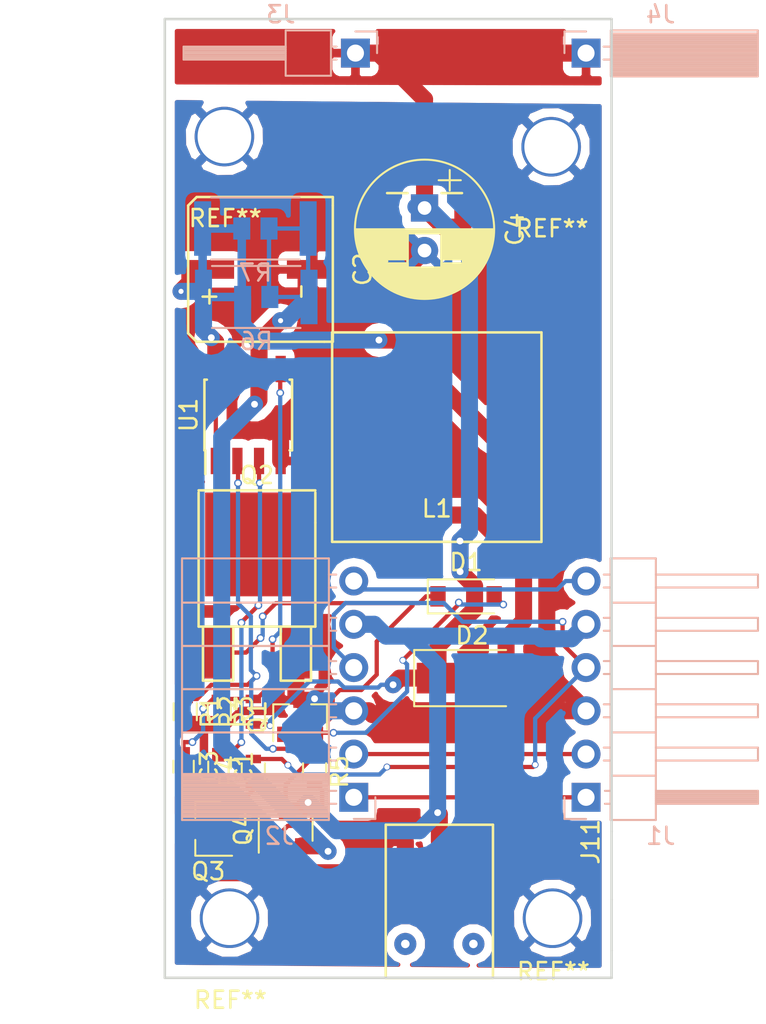
<source format=kicad_pcb>
(kicad_pcb (version 4) (host pcbnew 4.0.7)

  (general
    (links 59)
    (no_connects 0)
    (area 156.600001 78.555 203.425239 140.790001)
    (thickness 1.6)
    (drawings 13)
    (tracks 337)
    (zones 0)
    (modules 28)
    (nets 17)
  )

  (page A4)
  (layers
    (0 F.Cu signal)
    (31 B.Cu signal)
    (32 B.Adhes user)
    (33 F.Adhes user)
    (34 B.Paste user)
    (35 F.Paste user)
    (36 B.SilkS user)
    (37 F.SilkS user)
    (38 B.Mask user)
    (39 F.Mask user)
    (40 Dwgs.User user)
    (41 Cmts.User user)
    (42 Eco1.User user)
    (43 Eco2.User user)
    (44 Edge.Cuts user)
    (45 Margin user)
    (46 B.CrtYd user)
    (47 F.CrtYd user)
    (48 B.Fab user)
    (49 F.Fab user)
  )

  (setup
    (last_trace_width 0.25)
    (user_trace_width 0.25)
    (user_trace_width 0.5)
    (user_trace_width 0.6)
    (user_trace_width 0.75)
    (user_trace_width 1)
    (user_trace_width 5)
    (trace_clearance 0.2)
    (zone_clearance 0.508)
    (zone_45_only no)
    (trace_min 0.2)
    (segment_width 0.2)
    (edge_width 0.15)
    (via_size 0.453)
    (via_drill 0.3)
    (via_min_size 0.4)
    (via_min_drill 0.3)
    (user_via 0.4 0.3)
    (uvia_size 0.3)
    (uvia_drill 0.1)
    (uvias_allowed no)
    (uvia_min_size 0.2)
    (uvia_min_drill 0.1)
    (pcb_text_width 0.3)
    (pcb_text_size 1.5 1.5)
    (mod_edge_width 0.15)
    (mod_text_size 1 1)
    (mod_text_width 0.15)
    (pad_size 3.5 3.5)
    (pad_drill 3.15)
    (pad_to_mask_clearance 0.2)
    (aux_axis_origin 170 86.65)
    (visible_elements 7FFCFFFF)
    (pcbplotparams
      (layerselection 0x00030_80000001)
      (usegerberextensions false)
      (excludeedgelayer true)
      (linewidth 0.100000)
      (plotframeref false)
      (viasonmask false)
      (mode 1)
      (useauxorigin false)
      (hpglpennumber 1)
      (hpglpenspeed 20)
      (hpglpendiameter 15)
      (hpglpenoverlay 2)
      (psnegative false)
      (psa4output false)
      (plotreference true)
      (plotvalue true)
      (plotinvisibletext false)
      (padsonsilk false)
      (subtractmaskfromsilk false)
      (outputformat 1)
      (mirror false)
      (drillshape 1)
      (scaleselection 1)
      (outputdirectory ""))
  )

  (net 0 "")
  (net 1 "Net-(C1-Pad1)")
  (net 2 GND)
  (net 3 "Net-(C3-Pad1)")
  (net 4 "Net-(C4-Pad1)")
  (net 5 "Net-(D1-Pad2)")
  (net 6 "Net-(D1-Pad1)")
  (net 7 "Net-(D2-Pad2)")
  (net 8 /PWREN)
  (net 9 /SCK)
  (net 10 /MOSi)
  (net 11 "Net-(C2-Pad1)")
  (net 12 "Net-(Q3-Pad1)")
  (net 13 "Net-(Q3-Pad2)")
  (net 14 +VDC)
  (net 15 /STORE)
  (net 16 "Net-(Q4-Pad2)")

  (net_class Default "This is the default net class."
    (clearance 0.2)
    (trace_width 0.25)
    (via_dia 0.453)
    (via_drill 0.3)
    (uvia_dia 0.3)
    (uvia_drill 0.1)
    (add_net /MOSi)
    (add_net /PWREN)
    (add_net /SCK)
    (add_net /STORE)
    (add_net "Net-(C1-Pad1)")
    (add_net "Net-(C3-Pad1)")
    (add_net "Net-(D1-Pad1)")
    (add_net "Net-(D1-Pad2)")
    (add_net "Net-(Q3-Pad1)")
    (add_net "Net-(Q3-Pad2)")
  )

  (net_class 9V ""
    (clearance 0.2)
    (trace_width 0.5)
    (via_dia 0.6)
    (via_drill 0.4)
    (uvia_dia 0.3)
    (uvia_drill 0.1)
    (add_net "Net-(C2-Pad1)")
  )

  (net_class GND ""
    (clearance 0.2)
    (trace_width 1)
    (via_dia 0.6)
    (via_drill 0.4)
    (uvia_dia 0.3)
    (uvia_drill 0.1)
    (add_net GND)
  )

  (net_class HV ""
    (clearance 0.2)
    (trace_width 1)
    (via_dia 1)
    (via_drill 0.4)
    (uvia_dia 0.3)
    (uvia_drill 0.1)
    (add_net +VDC)
    (add_net "Net-(C4-Pad1)")
    (add_net "Net-(D2-Pad2)")
    (add_net "Net-(Q4-Pad2)")
  )

  (module TO_SOT_Packages_SMD:TO-252-2Lead locked placed (layer F.Cu) (tedit 0) (tstamp 59DA1CC9)
    (at 171.914 117)
    (descr "DPAK / TO-252 2-lead smd package")
    (tags "dpak TO-252")
    (path /59D51B8E)
    (attr smd)
    (fp_text reference Q2 (at 0 -10.414) (layer F.SilkS)
      (effects (font (size 1 1) (thickness 0.15)))
    )
    (fp_text value FQD5N60C (at 0 -2.413) (layer F.Fab)
      (effects (font (size 1 1) (thickness 0.15)))
    )
    (fp_line (start 1.397 -1.524) (end 1.397 1.651) (layer F.SilkS) (width 0.15))
    (fp_line (start 1.397 1.651) (end 3.175 1.651) (layer F.SilkS) (width 0.15))
    (fp_line (start 3.175 1.651) (end 3.175 -1.524) (layer F.SilkS) (width 0.15))
    (fp_line (start -3.175 -1.524) (end -3.175 1.651) (layer F.SilkS) (width 0.15))
    (fp_line (start -3.175 1.651) (end -1.397 1.651) (layer F.SilkS) (width 0.15))
    (fp_line (start -1.397 1.651) (end -1.397 -1.524) (layer F.SilkS) (width 0.15))
    (fp_line (start 3.429 -7.62) (end 3.429 -1.524) (layer F.SilkS) (width 0.15))
    (fp_line (start 3.429 -1.524) (end -3.429 -1.524) (layer F.SilkS) (width 0.15))
    (fp_line (start -3.429 -1.524) (end -3.429 -9.398) (layer F.SilkS) (width 0.15))
    (fp_line (start -3.429 -9.525) (end 3.429 -9.525) (layer F.SilkS) (width 0.15))
    (fp_line (start 3.429 -9.398) (end 3.429 -7.62) (layer F.SilkS) (width 0.15))
    (pad 1 smd rect (at -2.286 0) (size 1.651 3.048) (layers F.Cu F.Paste F.Mask)
      (net 6 "Net-(D1-Pad1)"))
    (pad 2 smd rect (at 0 -6.35) (size 6.096 6.096) (layers F.Cu F.Paste F.Mask)
      (net 7 "Net-(D2-Pad2)"))
    (pad 3 smd rect (at 2.286 0) (size 1.651 3.048) (layers F.Cu F.Paste F.Mask)
      (net 2 GND))
    (model TO_SOT_Packages_SMD.3dshapes/TO-252-2Lead.wrl
      (at (xyz 0 0 0))
      (scale (xyz 1 1 1))
      (rotate (xyz 0 0 0))
    )
  )

  (module Resistors_SMD:R_0603 locked (layer F.Cu) (tedit 58E0A804) (tstamp 59E62126)
    (at 175.3 124 270)
    (descr "Resistor SMD 0603, reflow soldering, Vishay (see dcrcw.pdf)")
    (tags "resistor 0603")
    (path /59E60FCF)
    (attr smd)
    (fp_text reference R5 (at 0 -1.45 270) (layer F.SilkS)
      (effects (font (size 1 1) (thickness 0.15)))
    )
    (fp_text value R (at 0 1.5 270) (layer F.Fab)
      (effects (font (size 1 1) (thickness 0.15)))
    )
    (fp_text user %R (at 0 0 270) (layer F.Fab)
      (effects (font (size 0.4 0.4) (thickness 0.075)))
    )
    (fp_line (start -0.8 0.4) (end -0.8 -0.4) (layer F.Fab) (width 0.1))
    (fp_line (start 0.8 0.4) (end -0.8 0.4) (layer F.Fab) (width 0.1))
    (fp_line (start 0.8 -0.4) (end 0.8 0.4) (layer F.Fab) (width 0.1))
    (fp_line (start -0.8 -0.4) (end 0.8 -0.4) (layer F.Fab) (width 0.1))
    (fp_line (start 0.5 0.68) (end -0.5 0.68) (layer F.SilkS) (width 0.12))
    (fp_line (start -0.5 -0.68) (end 0.5 -0.68) (layer F.SilkS) (width 0.12))
    (fp_line (start -1.25 -0.7) (end 1.25 -0.7) (layer F.CrtYd) (width 0.05))
    (fp_line (start -1.25 -0.7) (end -1.25 0.7) (layer F.CrtYd) (width 0.05))
    (fp_line (start 1.25 0.7) (end 1.25 -0.7) (layer F.CrtYd) (width 0.05))
    (fp_line (start 1.25 0.7) (end -1.25 0.7) (layer F.CrtYd) (width 0.05))
    (pad 1 smd rect (at -0.75 0 270) (size 0.5 0.9) (layers F.Cu F.Paste F.Mask)
      (net 14 +VDC))
    (pad 2 smd rect (at 0.75 0 270) (size 0.5 0.9) (layers F.Cu F.Paste F.Mask)
      (net 13 "Net-(Q3-Pad2)"))
    (model ${KISYS3DMOD}/Resistors_SMD.3dshapes/R_0603.wrl
      (at (xyz 0 0 0))
      (scale (xyz 1 1 1))
      (rotate (xyz 0 0 0))
    )
  )

  (module Resistors_SMD:R_0603 locked (layer F.Cu) (tedit 58E0A804) (tstamp 59E62115)
    (at 171.7 124 90)
    (descr "Resistor SMD 0603, reflow soldering, Vishay (see dcrcw.pdf)")
    (tags "resistor 0603")
    (path /59E6131F)
    (attr smd)
    (fp_text reference R4 (at 0 -1.45 90) (layer F.SilkS)
      (effects (font (size 1 1) (thickness 0.15)))
    )
    (fp_text value R (at 0 1.5 90) (layer F.Fab)
      (effects (font (size 1 1) (thickness 0.15)))
    )
    (fp_text user %R (at 0 0 90) (layer F.Fab)
      (effects (font (size 0.4 0.4) (thickness 0.075)))
    )
    (fp_line (start -0.8 0.4) (end -0.8 -0.4) (layer F.Fab) (width 0.1))
    (fp_line (start 0.8 0.4) (end -0.8 0.4) (layer F.Fab) (width 0.1))
    (fp_line (start 0.8 -0.4) (end 0.8 0.4) (layer F.Fab) (width 0.1))
    (fp_line (start -0.8 -0.4) (end 0.8 -0.4) (layer F.Fab) (width 0.1))
    (fp_line (start 0.5 0.68) (end -0.5 0.68) (layer F.SilkS) (width 0.12))
    (fp_line (start -0.5 -0.68) (end 0.5 -0.68) (layer F.SilkS) (width 0.12))
    (fp_line (start -1.25 -0.7) (end 1.25 -0.7) (layer F.CrtYd) (width 0.05))
    (fp_line (start -1.25 -0.7) (end -1.25 0.7) (layer F.CrtYd) (width 0.05))
    (fp_line (start 1.25 0.7) (end 1.25 -0.7) (layer F.CrtYd) (width 0.05))
    (fp_line (start 1.25 0.7) (end -1.25 0.7) (layer F.CrtYd) (width 0.05))
    (pad 1 smd rect (at -0.75 0 90) (size 0.5 0.9) (layers F.Cu F.Paste F.Mask)
      (net 12 "Net-(Q3-Pad1)"))
    (pad 2 smd rect (at 0.75 0 90) (size 0.5 0.9) (layers F.Cu F.Paste F.Mask)
      (net 8 /PWREN))
    (model ${KISYS3DMOD}/Resistors_SMD.3dshapes/R_0603.wrl
      (at (xyz 0 0 0))
      (scale (xyz 1 1 1))
      (rotate (xyz 0 0 0))
    )
  )

  (module TO_SOT_Packages_SMD:SOT-23 locked (layer F.Cu) (tedit 58CE4E7E) (tstamp 59E620DF)
    (at 169.05 127.35 180)
    (descr "SOT-23, Standard")
    (tags SOT-23)
    (path /59E61059)
    (attr smd)
    (fp_text reference Q3 (at 0 -2.5 180) (layer F.SilkS)
      (effects (font (size 1 1) (thickness 0.15)))
    )
    (fp_text value Q_NPN_BCE (at 0 2.5 180) (layer F.Fab)
      (effects (font (size 1 1) (thickness 0.15)))
    )
    (fp_text user %R (at 0 0 270) (layer F.Fab)
      (effects (font (size 0.5 0.5) (thickness 0.075)))
    )
    (fp_line (start -0.7 -0.95) (end -0.7 1.5) (layer F.Fab) (width 0.1))
    (fp_line (start -0.15 -1.52) (end 0.7 -1.52) (layer F.Fab) (width 0.1))
    (fp_line (start -0.7 -0.95) (end -0.15 -1.52) (layer F.Fab) (width 0.1))
    (fp_line (start 0.7 -1.52) (end 0.7 1.52) (layer F.Fab) (width 0.1))
    (fp_line (start -0.7 1.52) (end 0.7 1.52) (layer F.Fab) (width 0.1))
    (fp_line (start 0.76 1.58) (end 0.76 0.65) (layer F.SilkS) (width 0.12))
    (fp_line (start 0.76 -1.58) (end 0.76 -0.65) (layer F.SilkS) (width 0.12))
    (fp_line (start -1.7 -1.75) (end 1.7 -1.75) (layer F.CrtYd) (width 0.05))
    (fp_line (start 1.7 -1.75) (end 1.7 1.75) (layer F.CrtYd) (width 0.05))
    (fp_line (start 1.7 1.75) (end -1.7 1.75) (layer F.CrtYd) (width 0.05))
    (fp_line (start -1.7 1.75) (end -1.7 -1.75) (layer F.CrtYd) (width 0.05))
    (fp_line (start 0.76 -1.58) (end -1.4 -1.58) (layer F.SilkS) (width 0.12))
    (fp_line (start 0.76 1.58) (end -0.7 1.58) (layer F.SilkS) (width 0.12))
    (pad 1 smd rect (at -1 -0.95 180) (size 0.9 0.8) (layers F.Cu F.Paste F.Mask)
      (net 12 "Net-(Q3-Pad1)"))
    (pad 2 smd rect (at -1 0.95 180) (size 0.9 0.8) (layers F.Cu F.Paste F.Mask)
      (net 13 "Net-(Q3-Pad2)"))
    (pad 3 smd rect (at 1 0 180) (size 0.9 0.8) (layers F.Cu F.Paste F.Mask)
      (net 2 GND))
    (model ${KISYS3DMOD}/TO_SOT_Packages_SMD.3dshapes/SOT-23.wrl
      (at (xyz 0 0 0))
      (scale (xyz 1 1 1))
      (rotate (xyz 0 0 0))
    )
  )

  (module Resistors_SMD:R_0603 locked (layer F.Cu) (tedit 58E0A804) (tstamp 59E5D818)
    (at 169.7 120.475 270)
    (descr "Resistor SMD 0603, reflow soldering, Vishay (see dcrcw.pdf)")
    (tags "resistor 0603")
    (path /59D51391)
    (attr smd)
    (fp_text reference R3 (at 0 -1.45 270) (layer F.SilkS)
      (effects (font (size 1 1) (thickness 0.15)))
    )
    (fp_text value 3K (at 0 1.5 270) (layer F.Fab)
      (effects (font (size 1 1) (thickness 0.15)))
    )
    (fp_text user %R (at 0 0 270) (layer F.Fab)
      (effects (font (size 0.4 0.4) (thickness 0.075)))
    )
    (fp_line (start -0.8 0.4) (end -0.8 -0.4) (layer F.Fab) (width 0.1))
    (fp_line (start 0.8 0.4) (end -0.8 0.4) (layer F.Fab) (width 0.1))
    (fp_line (start 0.8 -0.4) (end 0.8 0.4) (layer F.Fab) (width 0.1))
    (fp_line (start -0.8 -0.4) (end 0.8 -0.4) (layer F.Fab) (width 0.1))
    (fp_line (start 0.5 0.68) (end -0.5 0.68) (layer F.SilkS) (width 0.12))
    (fp_line (start -0.5 -0.68) (end 0.5 -0.68) (layer F.SilkS) (width 0.12))
    (fp_line (start -1.25 -0.7) (end 1.25 -0.7) (layer F.CrtYd) (width 0.05))
    (fp_line (start -1.25 -0.7) (end -1.25 0.7) (layer F.CrtYd) (width 0.05))
    (fp_line (start 1.25 0.7) (end 1.25 -0.7) (layer F.CrtYd) (width 0.05))
    (fp_line (start 1.25 0.7) (end -1.25 0.7) (layer F.CrtYd) (width 0.05))
    (pad 1 smd rect (at -0.75 0 270) (size 0.5 0.9) (layers F.Cu F.Paste F.Mask)
      (net 3 "Net-(C3-Pad1)"))
    (pad 2 smd rect (at 0.75 0 270) (size 0.5 0.9) (layers F.Cu F.Paste F.Mask)
      (net 2 GND))
    (model ${KISYS3DMOD}/Resistors_SMD.3dshapes/R_0603.wrl
      (at (xyz 0 0 0))
      (scale (xyz 1 1 1))
      (rotate (xyz 0 0 0))
    )
  )

  (module Resistors_SMD:R_0603 locked (layer F.Cu) (tedit 58E0A804) (tstamp 59E5D813)
    (at 171.7 120.475 90)
    (descr "Resistor SMD 0603, reflow soldering, Vishay (see dcrcw.pdf)")
    (tags "resistor 0603")
    (path /59D5132C)
    (attr smd)
    (fp_text reference R2 (at 0 -1.45 90) (layer F.SilkS)
      (effects (font (size 1 1) (thickness 0.15)))
    )
    (fp_text value 470K (at 0 1.5 90) (layer F.Fab)
      (effects (font (size 1 1) (thickness 0.15)))
    )
    (fp_text user %R (at 0 0 90) (layer F.Fab)
      (effects (font (size 0.4 0.4) (thickness 0.075)))
    )
    (fp_line (start -0.8 0.4) (end -0.8 -0.4) (layer F.Fab) (width 0.1))
    (fp_line (start 0.8 0.4) (end -0.8 0.4) (layer F.Fab) (width 0.1))
    (fp_line (start 0.8 -0.4) (end 0.8 0.4) (layer F.Fab) (width 0.1))
    (fp_line (start -0.8 -0.4) (end 0.8 -0.4) (layer F.Fab) (width 0.1))
    (fp_line (start 0.5 0.68) (end -0.5 0.68) (layer F.SilkS) (width 0.12))
    (fp_line (start -0.5 -0.68) (end 0.5 -0.68) (layer F.SilkS) (width 0.12))
    (fp_line (start -1.25 -0.7) (end 1.25 -0.7) (layer F.CrtYd) (width 0.05))
    (fp_line (start -1.25 -0.7) (end -1.25 0.7) (layer F.CrtYd) (width 0.05))
    (fp_line (start 1.25 0.7) (end 1.25 -0.7) (layer F.CrtYd) (width 0.05))
    (fp_line (start 1.25 0.7) (end -1.25 0.7) (layer F.CrtYd) (width 0.05))
    (pad 1 smd rect (at -0.75 0 90) (size 0.5 0.9) (layers F.Cu F.Paste F.Mask)
      (net 4 "Net-(C4-Pad1)"))
    (pad 2 smd rect (at 0.75 0 90) (size 0.5 0.9) (layers F.Cu F.Paste F.Mask)
      (net 3 "Net-(C3-Pad1)"))
    (model ${KISYS3DMOD}/Resistors_SMD.3dshapes/R_0603.wrl
      (at (xyz 0 0 0))
      (scale (xyz 1 1 1))
      (rotate (xyz 0 0 0))
    )
  )

  (module Resistors_SMD:R_0603 locked (layer F.Cu) (tedit 58E0A804) (tstamp 59E5D80E)
    (at 167.7 120.475 270)
    (descr "Resistor SMD 0603, reflow soldering, Vishay (see dcrcw.pdf)")
    (tags "resistor 0603")
    (path /59D5177B)
    (attr smd)
    (fp_text reference R1 (at 0 -1.45 270) (layer F.SilkS)
      (effects (font (size 1 1) (thickness 0.15)))
    )
    (fp_text value 1k0 (at 0 1.5 270) (layer F.Fab)
      (effects (font (size 1 1) (thickness 0.15)))
    )
    (fp_text user %R (at 0 0 270) (layer F.Fab)
      (effects (font (size 0.4 0.4) (thickness 0.075)))
    )
    (fp_line (start -0.8 0.4) (end -0.8 -0.4) (layer F.Fab) (width 0.1))
    (fp_line (start 0.8 0.4) (end -0.8 0.4) (layer F.Fab) (width 0.1))
    (fp_line (start 0.8 -0.4) (end 0.8 0.4) (layer F.Fab) (width 0.1))
    (fp_line (start -0.8 -0.4) (end 0.8 -0.4) (layer F.Fab) (width 0.1))
    (fp_line (start 0.5 0.68) (end -0.5 0.68) (layer F.SilkS) (width 0.12))
    (fp_line (start -0.5 -0.68) (end 0.5 -0.68) (layer F.SilkS) (width 0.12))
    (fp_line (start -1.25 -0.7) (end 1.25 -0.7) (layer F.CrtYd) (width 0.05))
    (fp_line (start -1.25 -0.7) (end -1.25 0.7) (layer F.CrtYd) (width 0.05))
    (fp_line (start 1.25 0.7) (end 1.25 -0.7) (layer F.CrtYd) (width 0.05))
    (fp_line (start 1.25 0.7) (end -1.25 0.7) (layer F.CrtYd) (width 0.05))
    (pad 1 smd rect (at -0.75 0 270) (size 0.5 0.9) (layers F.Cu F.Paste F.Mask)
      (net 5 "Net-(D1-Pad2)"))
    (pad 2 smd rect (at 0.75 0 270) (size 0.5 0.9) (layers F.Cu F.Paste F.Mask)
      (net 2 GND))
    (model ${KISYS3DMOD}/Resistors_SMD.3dshapes/R_0603.wrl
      (at (xyz 0 0 0))
      (scale (xyz 1 1 1))
      (rotate (xyz 0 0 0))
    )
  )

  (module Capacitors_SMD:C_0603 locked (layer F.Cu) (tedit 59958EE7) (tstamp 59E5D804)
    (at 167.6 123.7 270)
    (descr "Capacitor SMD 0603, reflow soldering, AVX (see smccp.pdf)")
    (tags "capacitor 0603")
    (path /59D5148C)
    (attr smd)
    (fp_text reference C3 (at 0 -1.5 270) (layer F.SilkS)
      (effects (font (size 1 1) (thickness 0.15)))
    )
    (fp_text value 0.01uF (at 0 1.5 270) (layer F.Fab)
      (effects (font (size 1 1) (thickness 0.15)))
    )
    (fp_line (start 1.4 0.65) (end -1.4 0.65) (layer F.CrtYd) (width 0.05))
    (fp_line (start 1.4 0.65) (end 1.4 -0.65) (layer F.CrtYd) (width 0.05))
    (fp_line (start -1.4 -0.65) (end -1.4 0.65) (layer F.CrtYd) (width 0.05))
    (fp_line (start -1.4 -0.65) (end 1.4 -0.65) (layer F.CrtYd) (width 0.05))
    (fp_line (start 0.35 0.6) (end -0.35 0.6) (layer F.SilkS) (width 0.12))
    (fp_line (start -0.35 -0.6) (end 0.35 -0.6) (layer F.SilkS) (width 0.12))
    (fp_line (start -0.8 -0.4) (end 0.8 -0.4) (layer F.Fab) (width 0.1))
    (fp_line (start 0.8 -0.4) (end 0.8 0.4) (layer F.Fab) (width 0.1))
    (fp_line (start 0.8 0.4) (end -0.8 0.4) (layer F.Fab) (width 0.1))
    (fp_line (start -0.8 0.4) (end -0.8 -0.4) (layer F.Fab) (width 0.1))
    (fp_text user %R (at 0 0 270) (layer F.Fab)
      (effects (font (size 0.3 0.3) (thickness 0.075)))
    )
    (pad 2 smd rect (at 0.75 0 270) (size 0.8 0.75) (layers F.Cu F.Paste F.Mask)
      (net 2 GND))
    (pad 1 smd rect (at -0.75 0 270) (size 0.8 0.75) (layers F.Cu F.Paste F.Mask)
      (net 3 "Net-(C3-Pad1)"))
    (model Capacitors_SMD.3dshapes/C_0603.wrl
      (at (xyz 0 0 0))
      (scale (xyz 1 1 1))
      (rotate (xyz 0 0 0))
    )
  )

  (module Capacitors_SMD:C_0603 locked (layer F.Cu) (tedit 59958EE7) (tstamp 59E5D7FF)
    (at 169.65 123.75 270)
    (descr "Capacitor SMD 0603, reflow soldering, AVX (see smccp.pdf)")
    (tags "capacitor 0603")
    (path /59D5182B)
    (attr smd)
    (fp_text reference C1 (at 0 -1.5 270) (layer F.SilkS)
      (effects (font (size 1 1) (thickness 0.15)))
    )
    (fp_text value 20nF (at 0 1.5 270) (layer F.Fab)
      (effects (font (size 1 1) (thickness 0.15)))
    )
    (fp_line (start 1.4 0.65) (end -1.4 0.65) (layer F.CrtYd) (width 0.05))
    (fp_line (start 1.4 0.65) (end 1.4 -0.65) (layer F.CrtYd) (width 0.05))
    (fp_line (start -1.4 -0.65) (end -1.4 0.65) (layer F.CrtYd) (width 0.05))
    (fp_line (start -1.4 -0.65) (end 1.4 -0.65) (layer F.CrtYd) (width 0.05))
    (fp_line (start 0.35 0.6) (end -0.35 0.6) (layer F.SilkS) (width 0.12))
    (fp_line (start -0.35 -0.6) (end 0.35 -0.6) (layer F.SilkS) (width 0.12))
    (fp_line (start -0.8 -0.4) (end 0.8 -0.4) (layer F.Fab) (width 0.1))
    (fp_line (start 0.8 -0.4) (end 0.8 0.4) (layer F.Fab) (width 0.1))
    (fp_line (start 0.8 0.4) (end -0.8 0.4) (layer F.Fab) (width 0.1))
    (fp_line (start -0.8 0.4) (end -0.8 -0.4) (layer F.Fab) (width 0.1))
    (fp_text user %R (at 0 0 270) (layer F.Fab)
      (effects (font (size 0.3 0.3) (thickness 0.075)))
    )
    (pad 2 smd rect (at 0.75 0 270) (size 0.8 0.75) (layers F.Cu F.Paste F.Mask)
      (net 2 GND))
    (pad 1 smd rect (at -0.75 0 270) (size 0.8 0.75) (layers F.Cu F.Paste F.Mask)
      (net 1 "Net-(C1-Pad1)"))
    (model Capacitors_SMD.3dshapes/C_0603.wrl
      (at (xyz 0 0 0))
      (scale (xyz 1 1 1))
      (rotate (xyz 0 0 0))
    )
  )

  (module Socket_Strips:Socket_Strip_Angled_1x01_Pitch2.54mm locked (layer B.Cu) (tedit 58CD5446) (tstamp 59E5D3CA)
    (at 191.25 81.8 180)
    (descr "Through hole angled socket strip, 1x01, 2.54mm pitch, 8.51mm socket length, single row")
    (tags "Through hole angled socket strip THT 1x01 2.54mm single row")
    (path /59E5D8C8)
    (fp_text reference J4 (at -4.38 2.27 180) (layer B.SilkS)
      (effects (font (size 1 1) (thickness 0.15)) (justify mirror))
    )
    (fp_text value Conn_01x01_Female (at -4.38 -2.27 180) (layer B.Fab)
      (effects (font (size 1 1) (thickness 0.15)) (justify mirror))
    )
    (fp_line (start -1.52 1.27) (end -1.52 -1.27) (layer B.Fab) (width 0.1))
    (fp_line (start -1.52 -1.27) (end -10.03 -1.27) (layer B.Fab) (width 0.1))
    (fp_line (start -10.03 -1.27) (end -10.03 1.27) (layer B.Fab) (width 0.1))
    (fp_line (start -10.03 1.27) (end -1.52 1.27) (layer B.Fab) (width 0.1))
    (fp_line (start 0 0.32) (end 0 -0.32) (layer B.Fab) (width 0.1))
    (fp_line (start 0 -0.32) (end -1.52 -0.32) (layer B.Fab) (width 0.1))
    (fp_line (start -1.52 -0.32) (end -1.52 0.32) (layer B.Fab) (width 0.1))
    (fp_line (start -1.52 0.32) (end 0 0.32) (layer B.Fab) (width 0.1))
    (fp_line (start -1.46 1.33) (end -1.46 -1.33) (layer B.SilkS) (width 0.12))
    (fp_line (start -1.46 -1.33) (end -10.09 -1.33) (layer B.SilkS) (width 0.12))
    (fp_line (start -10.09 -1.33) (end -10.09 1.33) (layer B.SilkS) (width 0.12))
    (fp_line (start -10.09 1.33) (end -1.46 1.33) (layer B.SilkS) (width 0.12))
    (fp_line (start -1.46 1.33) (end -1.46 -1.27) (layer B.SilkS) (width 0.12))
    (fp_line (start -1.46 -1.27) (end -10.09 -1.27) (layer B.SilkS) (width 0.12))
    (fp_line (start -10.09 -1.27) (end -10.09 1.33) (layer B.SilkS) (width 0.12))
    (fp_line (start -10.09 1.33) (end -1.46 1.33) (layer B.SilkS) (width 0.12))
    (fp_line (start -1.03 0.38) (end -1.46 0.38) (layer B.SilkS) (width 0.12))
    (fp_line (start -1.03 -0.38) (end -1.46 -0.38) (layer B.SilkS) (width 0.12))
    (fp_line (start -1.46 1.15) (end -10.09 1.15) (layer B.SilkS) (width 0.12))
    (fp_line (start -1.46 1.03) (end -10.09 1.03) (layer B.SilkS) (width 0.12))
    (fp_line (start -1.46 0.91) (end -10.09 0.91) (layer B.SilkS) (width 0.12))
    (fp_line (start -1.46 0.79) (end -10.09 0.79) (layer B.SilkS) (width 0.12))
    (fp_line (start -1.46 0.67) (end -10.09 0.67) (layer B.SilkS) (width 0.12))
    (fp_line (start -1.46 0.55) (end -10.09 0.55) (layer B.SilkS) (width 0.12))
    (fp_line (start -1.46 0.43) (end -10.09 0.43) (layer B.SilkS) (width 0.12))
    (fp_line (start -1.46 0.31) (end -10.09 0.31) (layer B.SilkS) (width 0.12))
    (fp_line (start -1.46 0.19) (end -10.09 0.19) (layer B.SilkS) (width 0.12))
    (fp_line (start -1.46 0.07) (end -10.09 0.07) (layer B.SilkS) (width 0.12))
    (fp_line (start -1.46 -0.05) (end -10.09 -0.05) (layer B.SilkS) (width 0.12))
    (fp_line (start -1.46 -0.17) (end -10.09 -0.17) (layer B.SilkS) (width 0.12))
    (fp_line (start -1.46 -0.29) (end -10.09 -0.29) (layer B.SilkS) (width 0.12))
    (fp_line (start -1.46 -0.41) (end -10.09 -0.41) (layer B.SilkS) (width 0.12))
    (fp_line (start -1.46 -0.53) (end -10.09 -0.53) (layer B.SilkS) (width 0.12))
    (fp_line (start -1.46 -0.65) (end -10.09 -0.65) (layer B.SilkS) (width 0.12))
    (fp_line (start -1.46 -0.77) (end -10.09 -0.77) (layer B.SilkS) (width 0.12))
    (fp_line (start -1.46 -0.89) (end -10.09 -0.89) (layer B.SilkS) (width 0.12))
    (fp_line (start -1.46 -1.01) (end -10.09 -1.01) (layer B.SilkS) (width 0.12))
    (fp_line (start -1.46 -1.13) (end -10.09 -1.13) (layer B.SilkS) (width 0.12))
    (fp_line (start -1.46 -1.25) (end -10.09 -1.25) (layer B.SilkS) (width 0.12))
    (fp_line (start -1.46 -1.37) (end -10.09 -1.37) (layer B.SilkS) (width 0.12))
    (fp_line (start 0 1.27) (end 1.27 1.27) (layer B.SilkS) (width 0.12))
    (fp_line (start 1.27 1.27) (end 1.27 0) (layer B.SilkS) (width 0.12))
    (fp_line (start 1.8 1.8) (end 1.8 -1.8) (layer B.CrtYd) (width 0.05))
    (fp_line (start 1.8 -1.8) (end -10.55 -1.8) (layer B.CrtYd) (width 0.05))
    (fp_line (start -10.55 -1.8) (end -10.55 1.8) (layer B.CrtYd) (width 0.05))
    (fp_line (start -10.55 1.8) (end 1.8 1.8) (layer B.CrtYd) (width 0.05))
    (fp_text user %R (at -4.38 2.27 180) (layer B.Fab)
      (effects (font (size 1 1) (thickness 0.15)) (justify mirror))
    )
    (pad 1 thru_hole rect (at 0 0 180) (size 1.7 1.7) (drill 1) (layers *.Cu *.Mask)
      (net 4 "Net-(C4-Pad1)"))
    (model ${KISYS3DMOD}/Socket_Strips.3dshapes/Socket_Strip_Angled_1x01_Pitch2.54mm.wrl
      (at (xyz 0 0 0))
      (scale (xyz 1 1 1))
      (rotate (xyz 0 0 270))
    )
  )

  (module Pin_Headers:Pin_Header_Angled_1x01_Pitch2.54mm locked (layer B.Cu) (tedit 59650532) (tstamp 59E5D3C5)
    (at 177.7 81.8 180)
    (descr "Through hole angled pin header, 1x01, 2.54mm pitch, 6mm pin length, single row")
    (tags "Through hole angled pin header THT 1x01 2.54mm single row")
    (path /59E5D935)
    (fp_text reference J3 (at 4.385 2.27 180) (layer B.SilkS)
      (effects (font (size 1 1) (thickness 0.15)) (justify mirror))
    )
    (fp_text value Conn_01x01_Male (at 4.385 -2.27 180) (layer B.Fab)
      (effects (font (size 1 1) (thickness 0.15)) (justify mirror))
    )
    (fp_line (start 2.135 1.27) (end 4.04 1.27) (layer B.Fab) (width 0.1))
    (fp_line (start 4.04 1.27) (end 4.04 -1.27) (layer B.Fab) (width 0.1))
    (fp_line (start 4.04 -1.27) (end 1.5 -1.27) (layer B.Fab) (width 0.1))
    (fp_line (start 1.5 -1.27) (end 1.5 0.635) (layer B.Fab) (width 0.1))
    (fp_line (start 1.5 0.635) (end 2.135 1.27) (layer B.Fab) (width 0.1))
    (fp_line (start -0.32 0.32) (end 1.5 0.32) (layer B.Fab) (width 0.1))
    (fp_line (start -0.32 0.32) (end -0.32 -0.32) (layer B.Fab) (width 0.1))
    (fp_line (start -0.32 -0.32) (end 1.5 -0.32) (layer B.Fab) (width 0.1))
    (fp_line (start 4.04 0.32) (end 10.04 0.32) (layer B.Fab) (width 0.1))
    (fp_line (start 10.04 0.32) (end 10.04 -0.32) (layer B.Fab) (width 0.1))
    (fp_line (start 4.04 -0.32) (end 10.04 -0.32) (layer B.Fab) (width 0.1))
    (fp_line (start 1.44 1.33) (end 1.44 -1.33) (layer B.SilkS) (width 0.12))
    (fp_line (start 1.44 -1.33) (end 4.1 -1.33) (layer B.SilkS) (width 0.12))
    (fp_line (start 4.1 -1.33) (end 4.1 1.33) (layer B.SilkS) (width 0.12))
    (fp_line (start 4.1 1.33) (end 1.44 1.33) (layer B.SilkS) (width 0.12))
    (fp_line (start 4.1 0.38) (end 10.1 0.38) (layer B.SilkS) (width 0.12))
    (fp_line (start 10.1 0.38) (end 10.1 -0.38) (layer B.SilkS) (width 0.12))
    (fp_line (start 10.1 -0.38) (end 4.1 -0.38) (layer B.SilkS) (width 0.12))
    (fp_line (start 4.1 0.32) (end 10.1 0.32) (layer B.SilkS) (width 0.12))
    (fp_line (start 4.1 0.2) (end 10.1 0.2) (layer B.SilkS) (width 0.12))
    (fp_line (start 4.1 0.08) (end 10.1 0.08) (layer B.SilkS) (width 0.12))
    (fp_line (start 4.1 -0.04) (end 10.1 -0.04) (layer B.SilkS) (width 0.12))
    (fp_line (start 4.1 -0.16) (end 10.1 -0.16) (layer B.SilkS) (width 0.12))
    (fp_line (start 4.1 -0.28) (end 10.1 -0.28) (layer B.SilkS) (width 0.12))
    (fp_line (start 1.11 0.38) (end 1.44 0.38) (layer B.SilkS) (width 0.12))
    (fp_line (start 1.11 -0.38) (end 1.44 -0.38) (layer B.SilkS) (width 0.12))
    (fp_line (start -1.27 0) (end -1.27 1.27) (layer B.SilkS) (width 0.12))
    (fp_line (start -1.27 1.27) (end 0 1.27) (layer B.SilkS) (width 0.12))
    (fp_line (start -1.8 1.8) (end -1.8 -1.8) (layer B.CrtYd) (width 0.05))
    (fp_line (start -1.8 -1.8) (end 10.55 -1.8) (layer B.CrtYd) (width 0.05))
    (fp_line (start 10.55 -1.8) (end 10.55 1.8) (layer B.CrtYd) (width 0.05))
    (fp_line (start 10.55 1.8) (end -1.8 1.8) (layer B.CrtYd) (width 0.05))
    (fp_text user %R (at 2.77 0 450) (layer B.Fab)
      (effects (font (size 1 1) (thickness 0.15)) (justify mirror))
    )
    (pad 1 thru_hole rect (at 0 0 180) (size 1.7 1.7) (drill 1) (layers *.Cu *.Mask)
      (net 4 "Net-(C4-Pad1)"))
    (model ${KISYS3DMOD}/Pin_Headers.3dshapes/Pin_Header_Angled_1x01_Pitch2.54mm.wrl
      (at (xyz 0 0 0))
      (scale (xyz 1 1 1))
      (rotate (xyz 0 0 0))
    )
  )

  (module Diodes_SMD:D_SMA locked (layer F.Cu) (tedit 586432E5) (tstamp 59E5D3AA)
    (at 184.55 118.5)
    (descr "Diode SMA (DO-214AC)")
    (tags "Diode SMA (DO-214AC)")
    (path /59D51213)
    (attr smd)
    (fp_text reference D2 (at 0 -2.5) (layer F.SilkS)
      (effects (font (size 1 1) (thickness 0.15)))
    )
    (fp_text value RS2M (at 0 2.6) (layer F.Fab)
      (effects (font (size 1 1) (thickness 0.15)))
    )
    (fp_text user %R (at -0.45 -2.35) (layer F.Fab)
      (effects (font (size 1 1) (thickness 0.15)))
    )
    (fp_line (start -3.4 -1.65) (end -3.4 1.65) (layer F.SilkS) (width 0.12))
    (fp_line (start 2.3 1.5) (end -2.3 1.5) (layer F.Fab) (width 0.1))
    (fp_line (start -2.3 1.5) (end -2.3 -1.5) (layer F.Fab) (width 0.1))
    (fp_line (start 2.3 -1.5) (end 2.3 1.5) (layer F.Fab) (width 0.1))
    (fp_line (start 2.3 -1.5) (end -2.3 -1.5) (layer F.Fab) (width 0.1))
    (fp_line (start -3.5 -1.75) (end 3.5 -1.75) (layer F.CrtYd) (width 0.05))
    (fp_line (start 3.5 -1.75) (end 3.5 1.75) (layer F.CrtYd) (width 0.05))
    (fp_line (start 3.5 1.75) (end -3.5 1.75) (layer F.CrtYd) (width 0.05))
    (fp_line (start -3.5 1.75) (end -3.5 -1.75) (layer F.CrtYd) (width 0.05))
    (fp_line (start -0.64944 0.00102) (end -1.55114 0.00102) (layer F.Fab) (width 0.1))
    (fp_line (start 0.50118 0.00102) (end 1.4994 0.00102) (layer F.Fab) (width 0.1))
    (fp_line (start -0.64944 -0.79908) (end -0.64944 0.80112) (layer F.Fab) (width 0.1))
    (fp_line (start 0.50118 0.75032) (end 0.50118 -0.79908) (layer F.Fab) (width 0.1))
    (fp_line (start -0.64944 0.00102) (end 0.50118 0.75032) (layer F.Fab) (width 0.1))
    (fp_line (start -0.64944 0.00102) (end 0.50118 -0.79908) (layer F.Fab) (width 0.1))
    (fp_line (start -3.4 1.65) (end 2 1.65) (layer F.SilkS) (width 0.12))
    (fp_line (start -3.4 -1.65) (end 2 -1.65) (layer F.SilkS) (width 0.12))
    (pad 1 smd rect (at -2 0) (size 2.5 1.8) (layers F.Cu F.Paste F.Mask)
      (net 4 "Net-(C4-Pad1)"))
    (pad 2 smd rect (at 2 0) (size 2.5 1.8) (layers F.Cu F.Paste F.Mask)
      (net 7 "Net-(D2-Pad2)"))
    (model ${KISYS3DMOD}/Diodes_SMD.3dshapes/D_SMA.wrl
      (at (xyz 0 0 0))
      (scale (xyz 1 1 1))
      (rotate (xyz 0 0 0))
    )
  )

  (module Diodes_SMD:D_SOD-123 locked (layer F.Cu) (tedit 58645DC7) (tstamp 59E5D3A5)
    (at 184.2 113.7)
    (descr SOD-123)
    (tags SOD-123)
    (path /59D51576)
    (attr smd)
    (fp_text reference D1 (at 0 -2) (layer F.SilkS)
      (effects (font (size 1 1) (thickness 0.15)))
    )
    (fp_text value 1N4148 (at 0 2.1) (layer F.Fab)
      (effects (font (size 1 1) (thickness 0.15)))
    )
    (fp_text user %R (at -0.25 -2.25) (layer F.Fab)
      (effects (font (size 1 1) (thickness 0.15)))
    )
    (fp_line (start -2.25 -1) (end -2.25 1) (layer F.SilkS) (width 0.12))
    (fp_line (start 0.25 0) (end 0.75 0) (layer F.Fab) (width 0.1))
    (fp_line (start 0.25 0.4) (end -0.35 0) (layer F.Fab) (width 0.1))
    (fp_line (start 0.25 -0.4) (end 0.25 0.4) (layer F.Fab) (width 0.1))
    (fp_line (start -0.35 0) (end 0.25 -0.4) (layer F.Fab) (width 0.1))
    (fp_line (start -0.35 0) (end -0.35 0.55) (layer F.Fab) (width 0.1))
    (fp_line (start -0.35 0) (end -0.35 -0.55) (layer F.Fab) (width 0.1))
    (fp_line (start -0.75 0) (end -0.35 0) (layer F.Fab) (width 0.1))
    (fp_line (start -1.4 0.9) (end -1.4 -0.9) (layer F.Fab) (width 0.1))
    (fp_line (start 1.4 0.9) (end -1.4 0.9) (layer F.Fab) (width 0.1))
    (fp_line (start 1.4 -0.9) (end 1.4 0.9) (layer F.Fab) (width 0.1))
    (fp_line (start -1.4 -0.9) (end 1.4 -0.9) (layer F.Fab) (width 0.1))
    (fp_line (start -2.35 -1.15) (end 2.35 -1.15) (layer F.CrtYd) (width 0.05))
    (fp_line (start 2.35 -1.15) (end 2.35 1.15) (layer F.CrtYd) (width 0.05))
    (fp_line (start 2.35 1.15) (end -2.35 1.15) (layer F.CrtYd) (width 0.05))
    (fp_line (start -2.35 -1.15) (end -2.35 1.15) (layer F.CrtYd) (width 0.05))
    (fp_line (start -2.25 1) (end 1.65 1) (layer F.SilkS) (width 0.12))
    (fp_line (start -2.25 -1) (end 1.65 -1) (layer F.SilkS) (width 0.12))
    (pad 1 smd rect (at -1.65 0) (size 0.9 1.2) (layers F.Cu F.Paste F.Mask)
      (net 6 "Net-(D1-Pad1)"))
    (pad 2 smd rect (at 1.65 0) (size 0.9 1.2) (layers F.Cu F.Paste F.Mask)
      (net 5 "Net-(D1-Pad2)"))
    (model ${KISYS3DMOD}/Diodes_SMD.3dshapes/D_SOD-123.wrl
      (at (xyz 0 0 0))
      (scale (xyz 1 1 1))
      (rotate (xyz 0 0 0))
    )
  )

  (module TO_SOT_Packages_SMD:SOT-23 locked (layer F.Cu) (tedit 58CE4E7E) (tstamp 59DA1CC3)
    (at 174.45 120.8 90)
    (descr "SOT-23, Standard")
    (tags SOT-23)
    (path /59D515D9)
    (attr smd)
    (fp_text reference Q1 (at 0 -2.5 90) (layer F.SilkS)
      (effects (font (size 1 1) (thickness 0.15)))
    )
    (fp_text value SS8550 (at 0 2.5 90) (layer F.Fab)
      (effects (font (size 1 1) (thickness 0.15)))
    )
    (fp_text user %R (at 0 0 180) (layer F.Fab)
      (effects (font (size 0.5 0.5) (thickness 0.075)))
    )
    (fp_line (start -0.7 -0.95) (end -0.7 1.5) (layer F.Fab) (width 0.1))
    (fp_line (start -0.15 -1.52) (end 0.7 -1.52) (layer F.Fab) (width 0.1))
    (fp_line (start -0.7 -0.95) (end -0.15 -1.52) (layer F.Fab) (width 0.1))
    (fp_line (start 0.7 -1.52) (end 0.7 1.52) (layer F.Fab) (width 0.1))
    (fp_line (start -0.7 1.52) (end 0.7 1.52) (layer F.Fab) (width 0.1))
    (fp_line (start 0.76 1.58) (end 0.76 0.65) (layer F.SilkS) (width 0.12))
    (fp_line (start 0.76 -1.58) (end 0.76 -0.65) (layer F.SilkS) (width 0.12))
    (fp_line (start -1.7 -1.75) (end 1.7 -1.75) (layer F.CrtYd) (width 0.05))
    (fp_line (start 1.7 -1.75) (end 1.7 1.75) (layer F.CrtYd) (width 0.05))
    (fp_line (start 1.7 1.75) (end -1.7 1.75) (layer F.CrtYd) (width 0.05))
    (fp_line (start -1.7 1.75) (end -1.7 -1.75) (layer F.CrtYd) (width 0.05))
    (fp_line (start 0.76 -1.58) (end -1.4 -1.58) (layer F.SilkS) (width 0.12))
    (fp_line (start 0.76 1.58) (end -0.7 1.58) (layer F.SilkS) (width 0.12))
    (pad 1 smd rect (at -1 -0.95 90) (size 0.9 0.8) (layers F.Cu F.Paste F.Mask)
      (net 6 "Net-(D1-Pad1)"))
    (pad 2 smd rect (at -1 0.95 90) (size 0.9 0.8) (layers F.Cu F.Paste F.Mask)
      (net 5 "Net-(D1-Pad2)"))
    (pad 3 smd rect (at 1 0 90) (size 0.9 0.8) (layers F.Cu F.Paste F.Mask)
      (net 2 GND))
    (model ${KISYS3DMOD}/TO_SOT_Packages_SMD.3dshapes/SOT-23.wrl
      (at (xyz 0 0 0))
      (scale (xyz 1 1 1))
      (rotate (xyz 0 0 0))
    )
  )

  (module nixie-tube-fp:0630-10UH locked placed (layer F.Cu) (tedit 5A017CED) (tstamp 59DA1CBA)
    (at 182.48 104.35 180)
    (path /59D511C0)
    (fp_text reference L1 (at 0 -4.2 180) (layer F.SilkS)
      (effects (font (size 1 1) (thickness 0.15)))
    )
    (fp_text value 220uH (at 0.7 -7.12 180) (layer F.Fab)
      (effects (font (size 1 1) (thickness 0.15)))
    )
    (fp_line (start 6.15 -6.15) (end -6.15 -6.15) (layer F.SilkS) (width 0.15))
    (fp_line (start 6.15 6.15) (end 6.15 -6.15) (layer F.SilkS) (width 0.15))
    (fp_line (start -6.15 6.15) (end 6.15 6.15) (layer F.SilkS) (width 0.15))
    (fp_line (start -6.15 -6.15) (end -6.15 6.15) (layer F.SilkS) (width 0.15))
    (pad 1 smd rect (at -4.98 0 180) (size 2.9 5.4) (layers F.Cu F.Paste F.Mask)
      (net 11 "Net-(C2-Pad1)"))
    (pad 2 smd rect (at 4.98 0 180) (size 2.9 5.4) (layers F.Cu F.Paste F.Mask)
      (net 7 "Net-(D2-Pad2)"))
  )

  (module Housings_SOIC:SOIC-8_3.9x4.9mm_Pitch1.27mm locked (layer F.Cu) (tedit 58CD0CDA) (tstamp 59D65592)
    (at 171.4 103.05 90)
    (descr "8-Lead Plastic Small Outline (SN) - Narrow, 3.90 mm Body [SOIC] (see Microchip Packaging Specification 00000049BS.pdf)")
    (tags "SOIC 1.27")
    (path /59D6698A)
    (attr smd)
    (fp_text reference U1 (at 0 -3.5 90) (layer F.SilkS)
      (effects (font (size 1 1) (thickness 0.15)))
    )
    (fp_text value MC34063 (at 0 3.5 90) (layer F.Fab)
      (effects (font (size 1 1) (thickness 0.15)))
    )
    (fp_text user %R (at 0 0 90) (layer F.Fab)
      (effects (font (size 1 1) (thickness 0.15)))
    )
    (fp_line (start -0.95 -2.45) (end 1.95 -2.45) (layer F.Fab) (width 0.1))
    (fp_line (start 1.95 -2.45) (end 1.95 2.45) (layer F.Fab) (width 0.1))
    (fp_line (start 1.95 2.45) (end -1.95 2.45) (layer F.Fab) (width 0.1))
    (fp_line (start -1.95 2.45) (end -1.95 -1.45) (layer F.Fab) (width 0.1))
    (fp_line (start -1.95 -1.45) (end -0.95 -2.45) (layer F.Fab) (width 0.1))
    (fp_line (start -3.73 -2.7) (end -3.73 2.7) (layer F.CrtYd) (width 0.05))
    (fp_line (start 3.73 -2.7) (end 3.73 2.7) (layer F.CrtYd) (width 0.05))
    (fp_line (start -3.73 -2.7) (end 3.73 -2.7) (layer F.CrtYd) (width 0.05))
    (fp_line (start -3.73 2.7) (end 3.73 2.7) (layer F.CrtYd) (width 0.05))
    (fp_line (start -2.075 -2.575) (end -2.075 -2.525) (layer F.SilkS) (width 0.15))
    (fp_line (start 2.075 -2.575) (end 2.075 -2.43) (layer F.SilkS) (width 0.15))
    (fp_line (start 2.075 2.575) (end 2.075 2.43) (layer F.SilkS) (width 0.15))
    (fp_line (start -2.075 2.575) (end -2.075 2.43) (layer F.SilkS) (width 0.15))
    (fp_line (start -2.075 -2.575) (end 2.075 -2.575) (layer F.SilkS) (width 0.15))
    (fp_line (start -2.075 2.575) (end 2.075 2.575) (layer F.SilkS) (width 0.15))
    (fp_line (start -2.075 -2.525) (end -3.475 -2.525) (layer F.SilkS) (width 0.15))
    (pad 1 smd rect (at -2.7 -1.905 90) (size 1.55 0.6) (layers F.Cu F.Paste F.Mask)
      (net 11 "Net-(C2-Pad1)"))
    (pad 2 smd rect (at -2.7 -0.635 90) (size 1.55 0.6) (layers F.Cu F.Paste F.Mask)
      (net 5 "Net-(D1-Pad2)"))
    (pad 3 smd rect (at -2.7 0.635 90) (size 1.55 0.6) (layers F.Cu F.Paste F.Mask)
      (net 1 "Net-(C1-Pad1)"))
    (pad 4 smd rect (at -2.7 1.905 90) (size 1.55 0.6) (layers F.Cu F.Paste F.Mask)
      (net 2 GND))
    (pad 5 smd rect (at 2.7 1.905 90) (size 1.55 0.6) (layers F.Cu F.Paste F.Mask)
      (net 3 "Net-(C3-Pad1)"))
    (pad 6 smd rect (at 2.7 0.635 90) (size 1.55 0.6) (layers F.Cu F.Paste F.Mask)
      (net 16 "Net-(Q4-Pad2)"))
    (pad 7 smd rect (at 2.7 -0.635 90) (size 1.55 0.6) (layers F.Cu F.Paste F.Mask)
      (net 11 "Net-(C2-Pad1)"))
    (pad 8 smd rect (at 2.7 -1.905 90) (size 1.55 0.6) (layers F.Cu F.Paste F.Mask)
      (net 11 "Net-(C2-Pad1)"))
    (model ${KISYS3DMOD}/Housings_SOIC.3dshapes/SOIC-8_3.9x4.9mm_Pitch1.27mm.wrl
      (at (xyz 0 0 0))
      (scale (xyz 1 1 1))
      (rotate (xyz 0 0 0))
    )
  )

  (module nixie-tube-fp:dc005a locked (layer F.Cu) (tedit 59DDABEC) (tstamp 59E5D3D3)
    (at 184.63 134.11 90)
    (path /59DD8DA0)
    (fp_text reference J11 (at 6 6.89 90) (layer F.SilkS)
      (effects (font (size 1 1) (thickness 0.15)))
    )
    (fp_text value dc003a (at 6 -12.16 90) (layer F.Fab)
      (effects (font (size 1 1) (thickness 0.15)))
    )
    (fp_line (start 7 1.15) (end 7 -5.15) (layer F.SilkS) (width 0.15))
    (fp_line (start -2 -5.15) (end -2 1.15) (layer F.SilkS) (width 0.15))
    (fp_line (start -2 1.15) (end 7 1.15) (layer F.SilkS) (width 0.15))
    (fp_line (start -2 -5.15) (end 7 -5.15) (layer F.SilkS) (width 0.15))
    (pad 1 smd rect (at 6 -2 90) (size 1.2 0.5) (layers F.Cu F.Paste F.Mask)
      (net 14 +VDC))
    (pad 2 smd rect (at 6 0 90) (size 1.2 0.5) (layers F.Cu F.Paste F.Mask)
      (net 2 GND))
    (pad 3 smd rect (at 6 -4 90) (size 1.2 0.5) (layers F.Cu F.Paste F.Mask)
      (net 2 GND))
    (pad "" np_thru_hole circle (at 0 -4 90) (size 1.3 1.3) (drill 0.5) (layers *.Cu *.Mask))
    (pad "" np_thru_hole circle (at 0 0 90) (size 1.3 1.3) (drill 0.5) (layers *.Cu *.Mask))
  )

  (module nixie-tube-fp:220uF-35V-smd locked (layer F.Cu) (tedit 59DDC62B) (tstamp 59E5D3A0)
    (at 172.12 94.5 90)
    (path /59D51158)
    (fp_text reference C2 (at 0 6 90) (layer F.SilkS)
      (effects (font (size 1 1) (thickness 0.15)))
    )
    (fp_text value 220uF (at 0.05 -11.5 90) (layer F.Fab)
      (effects (font (size 1 1) (thickness 0.15)))
    )
    (fp_line (start 4.25 4.25) (end 4.25 3.75) (layer F.SilkS) (width 0.15))
    (fp_line (start 3.75 4.25) (end 4.25 4.25) (layer F.SilkS) (width 0.15))
    (fp_line (start -4.25 4.25) (end -3.75 4.25) (layer F.SilkS) (width 0.15))
    (fp_line (start -4.25 3.75) (end -4.25 4.25) (layer F.SilkS) (width 0.15))
    (fp_line (start -4.25 -3.75) (end -4.25 3.75) (layer F.SilkS) (width 0.15))
    (fp_line (start 3.75 -4.25) (end -3.75 -4.25) (layer F.SilkS) (width 0.15))
    (fp_line (start 4.25 3.75) (end 4.25 -3.75) (layer F.SilkS) (width 0.15))
    (fp_line (start -3.75 4.25) (end 3.75 4.25) (layer F.SilkS) (width 0.15))
    (fp_line (start 3.75 -4.25) (end 4.25 -3.75) (layer F.SilkS) (width 0.15))
    (fp_line (start -3.75 -4.25) (end -3.75 -4.25) (layer F.SilkS) (width 0.15))
    (fp_line (start -1.6 2.4) (end -1 2.4) (layer F.SilkS) (width 0.15))
    (fp_line (start -1.6 -3.4) (end -1.6 -2.6) (layer F.SilkS) (width 0.15))
    (fp_line (start -2 -3) (end -1.2 -3) (layer F.SilkS) (width 0.15))
    (fp_line (start -3.75 -4.25) (end -4.25 -3.75) (layer F.SilkS) (width 0.15))
    (pad 1 smd rect (at 0 -3.1 90) (size 1.1 3.1) (layers F.Cu F.Paste F.Mask)
      (net 11 "Net-(C2-Pad1)"))
    (pad 2 smd rect (at 0 3.1 90) (size 1.1 3.1) (layers F.Cu F.Paste F.Mask)
      (net 2 GND))
  )

  (module Pin_Headers:Pin_Header_Angled_1x06_Pitch2.54mm locked (layer B.Cu) (tedit 59650532) (tstamp 5A0186B4)
    (at 191.25 125.5)
    (descr "Through hole angled pin header, 1x06, 2.54mm pitch, 6mm pin length, single row")
    (tags "Through hole angled pin header THT 1x06 2.54mm single row")
    (path /59F6FE01)
    (fp_text reference J1 (at 4.385 2.27) (layer B.SilkS)
      (effects (font (size 1 1) (thickness 0.15)) (justify mirror))
    )
    (fp_text value Conn_01x06_Male (at 4.385 -14.97) (layer B.Fab)
      (effects (font (size 1 1) (thickness 0.15)) (justify mirror))
    )
    (fp_line (start 2.135 1.27) (end 4.04 1.27) (layer B.Fab) (width 0.1))
    (fp_line (start 4.04 1.27) (end 4.04 -13.97) (layer B.Fab) (width 0.1))
    (fp_line (start 4.04 -13.97) (end 1.5 -13.97) (layer B.Fab) (width 0.1))
    (fp_line (start 1.5 -13.97) (end 1.5 0.635) (layer B.Fab) (width 0.1))
    (fp_line (start 1.5 0.635) (end 2.135 1.27) (layer B.Fab) (width 0.1))
    (fp_line (start -0.32 0.32) (end 1.5 0.32) (layer B.Fab) (width 0.1))
    (fp_line (start -0.32 0.32) (end -0.32 -0.32) (layer B.Fab) (width 0.1))
    (fp_line (start -0.32 -0.32) (end 1.5 -0.32) (layer B.Fab) (width 0.1))
    (fp_line (start 4.04 0.32) (end 10.04 0.32) (layer B.Fab) (width 0.1))
    (fp_line (start 10.04 0.32) (end 10.04 -0.32) (layer B.Fab) (width 0.1))
    (fp_line (start 4.04 -0.32) (end 10.04 -0.32) (layer B.Fab) (width 0.1))
    (fp_line (start -0.32 -2.22) (end 1.5 -2.22) (layer B.Fab) (width 0.1))
    (fp_line (start -0.32 -2.22) (end -0.32 -2.86) (layer B.Fab) (width 0.1))
    (fp_line (start -0.32 -2.86) (end 1.5 -2.86) (layer B.Fab) (width 0.1))
    (fp_line (start 4.04 -2.22) (end 10.04 -2.22) (layer B.Fab) (width 0.1))
    (fp_line (start 10.04 -2.22) (end 10.04 -2.86) (layer B.Fab) (width 0.1))
    (fp_line (start 4.04 -2.86) (end 10.04 -2.86) (layer B.Fab) (width 0.1))
    (fp_line (start -0.32 -4.76) (end 1.5 -4.76) (layer B.Fab) (width 0.1))
    (fp_line (start -0.32 -4.76) (end -0.32 -5.4) (layer B.Fab) (width 0.1))
    (fp_line (start -0.32 -5.4) (end 1.5 -5.4) (layer B.Fab) (width 0.1))
    (fp_line (start 4.04 -4.76) (end 10.04 -4.76) (layer B.Fab) (width 0.1))
    (fp_line (start 10.04 -4.76) (end 10.04 -5.4) (layer B.Fab) (width 0.1))
    (fp_line (start 4.04 -5.4) (end 10.04 -5.4) (layer B.Fab) (width 0.1))
    (fp_line (start -0.32 -7.3) (end 1.5 -7.3) (layer B.Fab) (width 0.1))
    (fp_line (start -0.32 -7.3) (end -0.32 -7.94) (layer B.Fab) (width 0.1))
    (fp_line (start -0.32 -7.94) (end 1.5 -7.94) (layer B.Fab) (width 0.1))
    (fp_line (start 4.04 -7.3) (end 10.04 -7.3) (layer B.Fab) (width 0.1))
    (fp_line (start 10.04 -7.3) (end 10.04 -7.94) (layer B.Fab) (width 0.1))
    (fp_line (start 4.04 -7.94) (end 10.04 -7.94) (layer B.Fab) (width 0.1))
    (fp_line (start -0.32 -9.84) (end 1.5 -9.84) (layer B.Fab) (width 0.1))
    (fp_line (start -0.32 -9.84) (end -0.32 -10.48) (layer B.Fab) (width 0.1))
    (fp_line (start -0.32 -10.48) (end 1.5 -10.48) (layer B.Fab) (width 0.1))
    (fp_line (start 4.04 -9.84) (end 10.04 -9.84) (layer B.Fab) (width 0.1))
    (fp_line (start 10.04 -9.84) (end 10.04 -10.48) (layer B.Fab) (width 0.1))
    (fp_line (start 4.04 -10.48) (end 10.04 -10.48) (layer B.Fab) (width 0.1))
    (fp_line (start -0.32 -12.38) (end 1.5 -12.38) (layer B.Fab) (width 0.1))
    (fp_line (start -0.32 -12.38) (end -0.32 -13.02) (layer B.Fab) (width 0.1))
    (fp_line (start -0.32 -13.02) (end 1.5 -13.02) (layer B.Fab) (width 0.1))
    (fp_line (start 4.04 -12.38) (end 10.04 -12.38) (layer B.Fab) (width 0.1))
    (fp_line (start 10.04 -12.38) (end 10.04 -13.02) (layer B.Fab) (width 0.1))
    (fp_line (start 4.04 -13.02) (end 10.04 -13.02) (layer B.Fab) (width 0.1))
    (fp_line (start 1.44 1.33) (end 1.44 -14.03) (layer B.SilkS) (width 0.12))
    (fp_line (start 1.44 -14.03) (end 4.1 -14.03) (layer B.SilkS) (width 0.12))
    (fp_line (start 4.1 -14.03) (end 4.1 1.33) (layer B.SilkS) (width 0.12))
    (fp_line (start 4.1 1.33) (end 1.44 1.33) (layer B.SilkS) (width 0.12))
    (fp_line (start 4.1 0.38) (end 10.1 0.38) (layer B.SilkS) (width 0.12))
    (fp_line (start 10.1 0.38) (end 10.1 -0.38) (layer B.SilkS) (width 0.12))
    (fp_line (start 10.1 -0.38) (end 4.1 -0.38) (layer B.SilkS) (width 0.12))
    (fp_line (start 4.1 0.32) (end 10.1 0.32) (layer B.SilkS) (width 0.12))
    (fp_line (start 4.1 0.2) (end 10.1 0.2) (layer B.SilkS) (width 0.12))
    (fp_line (start 4.1 0.08) (end 10.1 0.08) (layer B.SilkS) (width 0.12))
    (fp_line (start 4.1 -0.04) (end 10.1 -0.04) (layer B.SilkS) (width 0.12))
    (fp_line (start 4.1 -0.16) (end 10.1 -0.16) (layer B.SilkS) (width 0.12))
    (fp_line (start 4.1 -0.28) (end 10.1 -0.28) (layer B.SilkS) (width 0.12))
    (fp_line (start 1.11 0.38) (end 1.44 0.38) (layer B.SilkS) (width 0.12))
    (fp_line (start 1.11 -0.38) (end 1.44 -0.38) (layer B.SilkS) (width 0.12))
    (fp_line (start 1.44 -1.27) (end 4.1 -1.27) (layer B.SilkS) (width 0.12))
    (fp_line (start 4.1 -2.16) (end 10.1 -2.16) (layer B.SilkS) (width 0.12))
    (fp_line (start 10.1 -2.16) (end 10.1 -2.92) (layer B.SilkS) (width 0.12))
    (fp_line (start 10.1 -2.92) (end 4.1 -2.92) (layer B.SilkS) (width 0.12))
    (fp_line (start 1.042929 -2.16) (end 1.44 -2.16) (layer B.SilkS) (width 0.12))
    (fp_line (start 1.042929 -2.92) (end 1.44 -2.92) (layer B.SilkS) (width 0.12))
    (fp_line (start 1.44 -3.81) (end 4.1 -3.81) (layer B.SilkS) (width 0.12))
    (fp_line (start 4.1 -4.7) (end 10.1 -4.7) (layer B.SilkS) (width 0.12))
    (fp_line (start 10.1 -4.7) (end 10.1 -5.46) (layer B.SilkS) (width 0.12))
    (fp_line (start 10.1 -5.46) (end 4.1 -5.46) (layer B.SilkS) (width 0.12))
    (fp_line (start 1.042929 -4.7) (end 1.44 -4.7) (layer B.SilkS) (width 0.12))
    (fp_line (start 1.042929 -5.46) (end 1.44 -5.46) (layer B.SilkS) (width 0.12))
    (fp_line (start 1.44 -6.35) (end 4.1 -6.35) (layer B.SilkS) (width 0.12))
    (fp_line (start 4.1 -7.24) (end 10.1 -7.24) (layer B.SilkS) (width 0.12))
    (fp_line (start 10.1 -7.24) (end 10.1 -8) (layer B.SilkS) (width 0.12))
    (fp_line (start 10.1 -8) (end 4.1 -8) (layer B.SilkS) (width 0.12))
    (fp_line (start 1.042929 -7.24) (end 1.44 -7.24) (layer B.SilkS) (width 0.12))
    (fp_line (start 1.042929 -8) (end 1.44 -8) (layer B.SilkS) (width 0.12))
    (fp_line (start 1.44 -8.89) (end 4.1 -8.89) (layer B.SilkS) (width 0.12))
    (fp_line (start 4.1 -9.78) (end 10.1 -9.78) (layer B.SilkS) (width 0.12))
    (fp_line (start 10.1 -9.78) (end 10.1 -10.54) (layer B.SilkS) (width 0.12))
    (fp_line (start 10.1 -10.54) (end 4.1 -10.54) (layer B.SilkS) (width 0.12))
    (fp_line (start 1.042929 -9.78) (end 1.44 -9.78) (layer B.SilkS) (width 0.12))
    (fp_line (start 1.042929 -10.54) (end 1.44 -10.54) (layer B.SilkS) (width 0.12))
    (fp_line (start 1.44 -11.43) (end 4.1 -11.43) (layer B.SilkS) (width 0.12))
    (fp_line (start 4.1 -12.32) (end 10.1 -12.32) (layer B.SilkS) (width 0.12))
    (fp_line (start 10.1 -12.32) (end 10.1 -13.08) (layer B.SilkS) (width 0.12))
    (fp_line (start 10.1 -13.08) (end 4.1 -13.08) (layer B.SilkS) (width 0.12))
    (fp_line (start 1.042929 -12.32) (end 1.44 -12.32) (layer B.SilkS) (width 0.12))
    (fp_line (start 1.042929 -13.08) (end 1.44 -13.08) (layer B.SilkS) (width 0.12))
    (fp_line (start -1.27 0) (end -1.27 1.27) (layer B.SilkS) (width 0.12))
    (fp_line (start -1.27 1.27) (end 0 1.27) (layer B.SilkS) (width 0.12))
    (fp_line (start -1.8 1.8) (end -1.8 -14.5) (layer B.CrtYd) (width 0.05))
    (fp_line (start -1.8 -14.5) (end 10.55 -14.5) (layer B.CrtYd) (width 0.05))
    (fp_line (start 10.55 -14.5) (end 10.55 1.8) (layer B.CrtYd) (width 0.05))
    (fp_line (start 10.55 1.8) (end -1.8 1.8) (layer B.CrtYd) (width 0.05))
    (fp_text user %R (at 2.77 -6.35 270) (layer B.Fab)
      (effects (font (size 1 1) (thickness 0.15)) (justify mirror))
    )
    (pad 1 thru_hole rect (at 0 0) (size 1.7 1.7) (drill 1) (layers *.Cu *.Mask)
      (net 10 /MOSi))
    (pad 2 thru_hole oval (at 0 -2.54) (size 1.7 1.7) (drill 1) (layers *.Cu *.Mask)
      (net 9 /SCK))
    (pad 3 thru_hole oval (at 0 -5.08) (size 1.7 1.7) (drill 1) (layers *.Cu *.Mask)
      (net 2 GND))
    (pad 4 thru_hole oval (at 0 -7.62) (size 1.7 1.7) (drill 1) (layers *.Cu *.Mask)
      (net 8 /PWREN))
    (pad 5 thru_hole oval (at 0 -10.16) (size 1.7 1.7) (drill 1) (layers *.Cu *.Mask)
      (net 14 +VDC))
    (pad 6 thru_hole oval (at 0 -12.7) (size 1.7 1.7) (drill 1) (layers *.Cu *.Mask)
      (net 15 /STORE))
    (model ${KISYS3DMOD}/Pin_Headers.3dshapes/Pin_Header_Angled_1x06_Pitch2.54mm.wrl
      (at (xyz 0 0 0))
      (scale (xyz 1 1 1))
      (rotate (xyz 0 0 0))
    )
  )

  (module Socket_Strips:Socket_Strip_Angled_1x06_Pitch2.54mm locked (layer B.Cu) (tedit 58CD5446) (tstamp 5A01872F)
    (at 177.6 125.5)
    (descr "Through hole angled socket strip, 1x06, 2.54mm pitch, 8.51mm socket length, single row")
    (tags "Through hole angled socket strip THT 1x06 2.54mm single row")
    (path /59F70E4E)
    (fp_text reference J2 (at -4.38 2.27) (layer B.SilkS)
      (effects (font (size 1 1) (thickness 0.15)) (justify mirror))
    )
    (fp_text value Conn_01x06_Female (at -4.38 -14.97) (layer B.Fab)
      (effects (font (size 1 1) (thickness 0.15)) (justify mirror))
    )
    (fp_line (start -1.52 1.27) (end -1.52 -1.27) (layer B.Fab) (width 0.1))
    (fp_line (start -1.52 -1.27) (end -10.03 -1.27) (layer B.Fab) (width 0.1))
    (fp_line (start -10.03 -1.27) (end -10.03 1.27) (layer B.Fab) (width 0.1))
    (fp_line (start -10.03 1.27) (end -1.52 1.27) (layer B.Fab) (width 0.1))
    (fp_line (start 0 0.32) (end 0 -0.32) (layer B.Fab) (width 0.1))
    (fp_line (start 0 -0.32) (end -1.52 -0.32) (layer B.Fab) (width 0.1))
    (fp_line (start -1.52 -0.32) (end -1.52 0.32) (layer B.Fab) (width 0.1))
    (fp_line (start -1.52 0.32) (end 0 0.32) (layer B.Fab) (width 0.1))
    (fp_line (start -1.52 -1.27) (end -1.52 -3.81) (layer B.Fab) (width 0.1))
    (fp_line (start -1.52 -3.81) (end -10.03 -3.81) (layer B.Fab) (width 0.1))
    (fp_line (start -10.03 -3.81) (end -10.03 -1.27) (layer B.Fab) (width 0.1))
    (fp_line (start -10.03 -1.27) (end -1.52 -1.27) (layer B.Fab) (width 0.1))
    (fp_line (start 0 -2.22) (end 0 -2.86) (layer B.Fab) (width 0.1))
    (fp_line (start 0 -2.86) (end -1.52 -2.86) (layer B.Fab) (width 0.1))
    (fp_line (start -1.52 -2.86) (end -1.52 -2.22) (layer B.Fab) (width 0.1))
    (fp_line (start -1.52 -2.22) (end 0 -2.22) (layer B.Fab) (width 0.1))
    (fp_line (start -1.52 -3.81) (end -1.52 -6.35) (layer B.Fab) (width 0.1))
    (fp_line (start -1.52 -6.35) (end -10.03 -6.35) (layer B.Fab) (width 0.1))
    (fp_line (start -10.03 -6.35) (end -10.03 -3.81) (layer B.Fab) (width 0.1))
    (fp_line (start -10.03 -3.81) (end -1.52 -3.81) (layer B.Fab) (width 0.1))
    (fp_line (start 0 -4.76) (end 0 -5.4) (layer B.Fab) (width 0.1))
    (fp_line (start 0 -5.4) (end -1.52 -5.4) (layer B.Fab) (width 0.1))
    (fp_line (start -1.52 -5.4) (end -1.52 -4.76) (layer B.Fab) (width 0.1))
    (fp_line (start -1.52 -4.76) (end 0 -4.76) (layer B.Fab) (width 0.1))
    (fp_line (start -1.52 -6.35) (end -1.52 -8.89) (layer B.Fab) (width 0.1))
    (fp_line (start -1.52 -8.89) (end -10.03 -8.89) (layer B.Fab) (width 0.1))
    (fp_line (start -10.03 -8.89) (end -10.03 -6.35) (layer B.Fab) (width 0.1))
    (fp_line (start -10.03 -6.35) (end -1.52 -6.35) (layer B.Fab) (width 0.1))
    (fp_line (start 0 -7.3) (end 0 -7.94) (layer B.Fab) (width 0.1))
    (fp_line (start 0 -7.94) (end -1.52 -7.94) (layer B.Fab) (width 0.1))
    (fp_line (start -1.52 -7.94) (end -1.52 -7.3) (layer B.Fab) (width 0.1))
    (fp_line (start -1.52 -7.3) (end 0 -7.3) (layer B.Fab) (width 0.1))
    (fp_line (start -1.52 -8.89) (end -1.52 -11.43) (layer B.Fab) (width 0.1))
    (fp_line (start -1.52 -11.43) (end -10.03 -11.43) (layer B.Fab) (width 0.1))
    (fp_line (start -10.03 -11.43) (end -10.03 -8.89) (layer B.Fab) (width 0.1))
    (fp_line (start -10.03 -8.89) (end -1.52 -8.89) (layer B.Fab) (width 0.1))
    (fp_line (start 0 -9.84) (end 0 -10.48) (layer B.Fab) (width 0.1))
    (fp_line (start 0 -10.48) (end -1.52 -10.48) (layer B.Fab) (width 0.1))
    (fp_line (start -1.52 -10.48) (end -1.52 -9.84) (layer B.Fab) (width 0.1))
    (fp_line (start -1.52 -9.84) (end 0 -9.84) (layer B.Fab) (width 0.1))
    (fp_line (start -1.52 -11.43) (end -1.52 -13.97) (layer B.Fab) (width 0.1))
    (fp_line (start -1.52 -13.97) (end -10.03 -13.97) (layer B.Fab) (width 0.1))
    (fp_line (start -10.03 -13.97) (end -10.03 -11.43) (layer B.Fab) (width 0.1))
    (fp_line (start -10.03 -11.43) (end -1.52 -11.43) (layer B.Fab) (width 0.1))
    (fp_line (start 0 -12.38) (end 0 -13.02) (layer B.Fab) (width 0.1))
    (fp_line (start 0 -13.02) (end -1.52 -13.02) (layer B.Fab) (width 0.1))
    (fp_line (start -1.52 -13.02) (end -1.52 -12.38) (layer B.Fab) (width 0.1))
    (fp_line (start -1.52 -12.38) (end 0 -12.38) (layer B.Fab) (width 0.1))
    (fp_line (start -1.46 1.33) (end -1.46 -1.27) (layer B.SilkS) (width 0.12))
    (fp_line (start -1.46 -1.27) (end -10.09 -1.27) (layer B.SilkS) (width 0.12))
    (fp_line (start -10.09 -1.27) (end -10.09 1.33) (layer B.SilkS) (width 0.12))
    (fp_line (start -10.09 1.33) (end -1.46 1.33) (layer B.SilkS) (width 0.12))
    (fp_line (start -1.03 0.38) (end -1.46 0.38) (layer B.SilkS) (width 0.12))
    (fp_line (start -1.03 -0.38) (end -1.46 -0.38) (layer B.SilkS) (width 0.12))
    (fp_line (start -1.46 1.15) (end -10.09 1.15) (layer B.SilkS) (width 0.12))
    (fp_line (start -1.46 1.03) (end -10.09 1.03) (layer B.SilkS) (width 0.12))
    (fp_line (start -1.46 0.91) (end -10.09 0.91) (layer B.SilkS) (width 0.12))
    (fp_line (start -1.46 0.79) (end -10.09 0.79) (layer B.SilkS) (width 0.12))
    (fp_line (start -1.46 0.67) (end -10.09 0.67) (layer B.SilkS) (width 0.12))
    (fp_line (start -1.46 0.55) (end -10.09 0.55) (layer B.SilkS) (width 0.12))
    (fp_line (start -1.46 0.43) (end -10.09 0.43) (layer B.SilkS) (width 0.12))
    (fp_line (start -1.46 0.31) (end -10.09 0.31) (layer B.SilkS) (width 0.12))
    (fp_line (start -1.46 0.19) (end -10.09 0.19) (layer B.SilkS) (width 0.12))
    (fp_line (start -1.46 0.07) (end -10.09 0.07) (layer B.SilkS) (width 0.12))
    (fp_line (start -1.46 -0.05) (end -10.09 -0.05) (layer B.SilkS) (width 0.12))
    (fp_line (start -1.46 -0.17) (end -10.09 -0.17) (layer B.SilkS) (width 0.12))
    (fp_line (start -1.46 -0.29) (end -10.09 -0.29) (layer B.SilkS) (width 0.12))
    (fp_line (start -1.46 -0.41) (end -10.09 -0.41) (layer B.SilkS) (width 0.12))
    (fp_line (start -1.46 -0.53) (end -10.09 -0.53) (layer B.SilkS) (width 0.12))
    (fp_line (start -1.46 -0.65) (end -10.09 -0.65) (layer B.SilkS) (width 0.12))
    (fp_line (start -1.46 -0.77) (end -10.09 -0.77) (layer B.SilkS) (width 0.12))
    (fp_line (start -1.46 -0.89) (end -10.09 -0.89) (layer B.SilkS) (width 0.12))
    (fp_line (start -1.46 -1.01) (end -10.09 -1.01) (layer B.SilkS) (width 0.12))
    (fp_line (start -1.46 -1.13) (end -10.09 -1.13) (layer B.SilkS) (width 0.12))
    (fp_line (start -1.46 -1.25) (end -10.09 -1.25) (layer B.SilkS) (width 0.12))
    (fp_line (start -1.46 -1.37) (end -10.09 -1.37) (layer B.SilkS) (width 0.12))
    (fp_line (start -1.46 -1.27) (end -1.46 -3.81) (layer B.SilkS) (width 0.12))
    (fp_line (start -1.46 -3.81) (end -10.09 -3.81) (layer B.SilkS) (width 0.12))
    (fp_line (start -10.09 -3.81) (end -10.09 -1.27) (layer B.SilkS) (width 0.12))
    (fp_line (start -10.09 -1.27) (end -1.46 -1.27) (layer B.SilkS) (width 0.12))
    (fp_line (start -1.03 -2.16) (end -1.46 -2.16) (layer B.SilkS) (width 0.12))
    (fp_line (start -1.03 -2.92) (end -1.46 -2.92) (layer B.SilkS) (width 0.12))
    (fp_line (start -1.46 -3.81) (end -1.46 -6.35) (layer B.SilkS) (width 0.12))
    (fp_line (start -1.46 -6.35) (end -10.09 -6.35) (layer B.SilkS) (width 0.12))
    (fp_line (start -10.09 -6.35) (end -10.09 -3.81) (layer B.SilkS) (width 0.12))
    (fp_line (start -10.09 -3.81) (end -1.46 -3.81) (layer B.SilkS) (width 0.12))
    (fp_line (start -1.03 -4.7) (end -1.46 -4.7) (layer B.SilkS) (width 0.12))
    (fp_line (start -1.03 -5.46) (end -1.46 -5.46) (layer B.SilkS) (width 0.12))
    (fp_line (start -1.46 -6.35) (end -1.46 -8.89) (layer B.SilkS) (width 0.12))
    (fp_line (start -1.46 -8.89) (end -10.09 -8.89) (layer B.SilkS) (width 0.12))
    (fp_line (start -10.09 -8.89) (end -10.09 -6.35) (layer B.SilkS) (width 0.12))
    (fp_line (start -10.09 -6.35) (end -1.46 -6.35) (layer B.SilkS) (width 0.12))
    (fp_line (start -1.03 -7.24) (end -1.46 -7.24) (layer B.SilkS) (width 0.12))
    (fp_line (start -1.03 -8) (end -1.46 -8) (layer B.SilkS) (width 0.12))
    (fp_line (start -1.46 -8.89) (end -1.46 -11.43) (layer B.SilkS) (width 0.12))
    (fp_line (start -1.46 -11.43) (end -10.09 -11.43) (layer B.SilkS) (width 0.12))
    (fp_line (start -10.09 -11.43) (end -10.09 -8.89) (layer B.SilkS) (width 0.12))
    (fp_line (start -10.09 -8.89) (end -1.46 -8.89) (layer B.SilkS) (width 0.12))
    (fp_line (start -1.03 -9.78) (end -1.46 -9.78) (layer B.SilkS) (width 0.12))
    (fp_line (start -1.03 -10.54) (end -1.46 -10.54) (layer B.SilkS) (width 0.12))
    (fp_line (start -1.46 -11.43) (end -1.46 -14.03) (layer B.SilkS) (width 0.12))
    (fp_line (start -1.46 -14.03) (end -10.09 -14.03) (layer B.SilkS) (width 0.12))
    (fp_line (start -10.09 -14.03) (end -10.09 -11.43) (layer B.SilkS) (width 0.12))
    (fp_line (start -10.09 -11.43) (end -1.46 -11.43) (layer B.SilkS) (width 0.12))
    (fp_line (start -1.03 -12.32) (end -1.46 -12.32) (layer B.SilkS) (width 0.12))
    (fp_line (start -1.03 -13.08) (end -1.46 -13.08) (layer B.SilkS) (width 0.12))
    (fp_line (start 0 1.27) (end 1.27 1.27) (layer B.SilkS) (width 0.12))
    (fp_line (start 1.27 1.27) (end 1.27 0) (layer B.SilkS) (width 0.12))
    (fp_line (start 1.8 1.8) (end 1.8 -14.5) (layer B.CrtYd) (width 0.05))
    (fp_line (start 1.8 -14.5) (end -10.55 -14.5) (layer B.CrtYd) (width 0.05))
    (fp_line (start -10.55 -14.5) (end -10.55 1.8) (layer B.CrtYd) (width 0.05))
    (fp_line (start -10.55 1.8) (end 1.8 1.8) (layer B.CrtYd) (width 0.05))
    (fp_text user %R (at -4.38 2.27) (layer B.Fab)
      (effects (font (size 1 1) (thickness 0.15)) (justify mirror))
    )
    (pad 1 thru_hole rect (at 0 0) (size 1.7 1.7) (drill 1) (layers *.Cu *.Mask)
      (net 10 /MOSi))
    (pad 2 thru_hole oval (at 0 -2.54) (size 1.7 1.7) (drill 1) (layers *.Cu *.Mask)
      (net 9 /SCK))
    (pad 3 thru_hole oval (at 0 -5.08) (size 1.7 1.7) (drill 1) (layers *.Cu *.Mask)
      (net 2 GND))
    (pad 4 thru_hole oval (at 0 -7.62) (size 1.7 1.7) (drill 1) (layers *.Cu *.Mask)
      (net 8 /PWREN))
    (pad 5 thru_hole oval (at 0 -10.16) (size 1.7 1.7) (drill 1) (layers *.Cu *.Mask)
      (net 14 +VDC))
    (pad 6 thru_hole oval (at 0 -12.7) (size 1.7 1.7) (drill 1) (layers *.Cu *.Mask)
      (net 15 /STORE))
    (model ${KISYS3DMOD}/Socket_Strips.3dshapes/Socket_Strip_Angled_1x06_Pitch2.54mm.wrl
      (at (xyz 0 -0.25 0))
      (scale (xyz 1 1 1))
      (rotate (xyz 0 0 270))
    )
  )

  (module TO_SOT_Packages_SMD:SOT-23 locked (layer F.Cu) (tedit 58CE4E7E) (tstamp 5A018F03)
    (at 173.6 127.35 90)
    (descr "SOT-23, Standard")
    (tags SOT-23)
    (path /59E61F36)
    (attr smd)
    (fp_text reference Q4 (at 0 -2.5 90) (layer F.SilkS)
      (effects (font (size 1 1) (thickness 0.15)))
    )
    (fp_text value AO3407 (at 0 2.5 90) (layer F.Fab)
      (effects (font (size 1 1) (thickness 0.15)))
    )
    (fp_text user %R (at 0 0 180) (layer F.Fab)
      (effects (font (size 0.5 0.5) (thickness 0.075)))
    )
    (fp_line (start -0.7 -0.95) (end -0.7 1.5) (layer F.Fab) (width 0.1))
    (fp_line (start -0.15 -1.52) (end 0.7 -1.52) (layer F.Fab) (width 0.1))
    (fp_line (start -0.7 -0.95) (end -0.15 -1.52) (layer F.Fab) (width 0.1))
    (fp_line (start 0.7 -1.52) (end 0.7 1.52) (layer F.Fab) (width 0.1))
    (fp_line (start -0.7 1.52) (end 0.7 1.52) (layer F.Fab) (width 0.1))
    (fp_line (start 0.76 1.58) (end 0.76 0.65) (layer F.SilkS) (width 0.12))
    (fp_line (start 0.76 -1.58) (end 0.76 -0.65) (layer F.SilkS) (width 0.12))
    (fp_line (start -1.7 -1.75) (end 1.7 -1.75) (layer F.CrtYd) (width 0.05))
    (fp_line (start 1.7 -1.75) (end 1.7 1.75) (layer F.CrtYd) (width 0.05))
    (fp_line (start 1.7 1.75) (end -1.7 1.75) (layer F.CrtYd) (width 0.05))
    (fp_line (start -1.7 1.75) (end -1.7 -1.75) (layer F.CrtYd) (width 0.05))
    (fp_line (start 0.76 -1.58) (end -1.4 -1.58) (layer F.SilkS) (width 0.12))
    (fp_line (start 0.76 1.58) (end -0.7 1.58) (layer F.SilkS) (width 0.12))
    (pad 1 smd rect (at -1 -0.95 90) (size 0.9 0.8) (layers F.Cu F.Paste F.Mask)
      (net 13 "Net-(Q3-Pad2)"))
    (pad 2 smd rect (at -1 0.95 90) (size 0.9 0.8) (layers F.Cu F.Paste F.Mask)
      (net 16 "Net-(Q4-Pad2)"))
    (pad 3 smd rect (at 1 0 90) (size 0.9 0.8) (layers F.Cu F.Paste F.Mask)
      (net 14 +VDC))
    (model ${KISYS3DMOD}/TO_SOT_Packages_SMD.3dshapes/SOT-23.wrl
      (at (xyz 0 0 0))
      (scale (xyz 1 1 1))
      (rotate (xyz 0 0 0))
    )
  )

  (module nixie-tube-fp:CP_RADIAL_and_mlcc locked (layer F.Cu) (tedit 5A0973AC) (tstamp 5A09B806)
    (at 181.76 92.02 270)
    (descr "CP, Radial series, Radial, pin pitch=2.50mm, , diameter=8mm, Electrolytic Capacitor")
    (tags "CP Radial series Radial pin pitch 2.50mm  diameter 8mm Electrolytic Capacitor")
    (path /59D52471)
    (fp_text reference C4 (at 0.125 -5.31 270) (layer F.SilkS)
      (effects (font (size 1 1) (thickness 0.15)))
    )
    (fp_text value 2.2uF (at 0.125 5.31 270) (layer F.Fab)
      (effects (font (size 1 1) (thickness 0.15)))
    )
    (fp_line (start 2 -3.6) (end 2 -2.25) (layer F.SilkS) (width 0.15))
    (fp_line (start 2 3.6) (end 2 2.2) (layer F.SilkS) (width 0.15))
    (fp_line (start 1.85 1) (end 2.15 1) (layer F.SilkS) (width 0.15))
    (fp_line (start 1.86 -1) (end 2.25 -1) (layer F.SilkS) (width 0.15))
    (fp_line (start -2 1) (end -2 2.2) (layer F.SilkS) (width 0.15))
    (fp_line (start -2 -2.2) (end -2 -1) (layer F.SilkS) (width 0.15))
    (fp_circle (center 0.125 0) (end 4.125 0) (layer F.Fab) (width 0.1))
    (fp_circle (center 0.125 0) (end 4.215 0) (layer F.SilkS) (width 0.12))
    (fp_line (start -3.355 -1.48) (end -2.155 -1.48) (layer F.Fab) (width 0.1))
    (fp_line (start -2.755 -2.13) (end -2.755 -0.83) (layer F.Fab) (width 0.1))
    (fp_line (start 0.125 -4.05) (end 0.125 4.05) (layer F.SilkS) (width 0.12))
    (fp_line (start 0.165 -4.05) (end 0.165 4.05) (layer F.SilkS) (width 0.12))
    (fp_line (start 0.205 -4.05) (end 0.205 4.05) (layer F.SilkS) (width 0.12))
    (fp_line (start 0.245 -4.049) (end 0.245 4.049) (layer F.SilkS) (width 0.12))
    (fp_line (start 0.285 -4.047) (end 0.285 4.047) (layer F.SilkS) (width 0.12))
    (fp_line (start 0.325 -4.046) (end 0.325 4.046) (layer F.SilkS) (width 0.12))
    (fp_line (start 0.365 -4.043) (end 0.365 4.043) (layer F.SilkS) (width 0.12))
    (fp_line (start 0.405 -4.041) (end 0.405 -0.98) (layer F.SilkS) (width 0.12))
    (fp_line (start 0.405 0.98) (end 0.405 4.041) (layer F.SilkS) (width 0.12))
    (fp_line (start 0.445 -4.038) (end 0.445 -0.98) (layer F.SilkS) (width 0.12))
    (fp_line (start 0.445 0.98) (end 0.445 4.038) (layer F.SilkS) (width 0.12))
    (fp_line (start 0.485 -4.035) (end 0.485 -0.98) (layer F.SilkS) (width 0.12))
    (fp_line (start 0.485 0.98) (end 0.485 4.035) (layer F.SilkS) (width 0.12))
    (fp_line (start 0.525 -4.031) (end 0.525 -0.98) (layer F.SilkS) (width 0.12))
    (fp_line (start 0.525 0.98) (end 0.525 4.031) (layer F.SilkS) (width 0.12))
    (fp_line (start 0.565 -4.027) (end 0.565 -0.98) (layer F.SilkS) (width 0.12))
    (fp_line (start 0.565 0.98) (end 0.565 4.027) (layer F.SilkS) (width 0.12))
    (fp_line (start 0.605 -4.022) (end 0.605 -0.98) (layer F.SilkS) (width 0.12))
    (fp_line (start 0.605 0.98) (end 0.605 4.022) (layer F.SilkS) (width 0.12))
    (fp_line (start 0.645 -4.017) (end 0.645 -0.98) (layer F.SilkS) (width 0.12))
    (fp_line (start 0.645 0.98) (end 0.645 4.017) (layer F.SilkS) (width 0.12))
    (fp_line (start 0.685 -4.012) (end 0.685 -0.98) (layer F.SilkS) (width 0.12))
    (fp_line (start 0.685 0.98) (end 0.685 4.012) (layer F.SilkS) (width 0.12))
    (fp_line (start 0.725 -4.006) (end 0.725 -0.98) (layer F.SilkS) (width 0.12))
    (fp_line (start 0.725 0.98) (end 0.725 4.006) (layer F.SilkS) (width 0.12))
    (fp_line (start 0.765 -4) (end 0.765 -0.98) (layer F.SilkS) (width 0.12))
    (fp_line (start 0.765 0.98) (end 0.765 4) (layer F.SilkS) (width 0.12))
    (fp_line (start 0.805 -3.994) (end 0.805 -0.98) (layer F.SilkS) (width 0.12))
    (fp_line (start 0.805 0.98) (end 0.805 3.994) (layer F.SilkS) (width 0.12))
    (fp_line (start 0.846 -3.987) (end 0.846 -0.98) (layer F.SilkS) (width 0.12))
    (fp_line (start 0.846 0.98) (end 0.846 3.987) (layer F.SilkS) (width 0.12))
    (fp_line (start 0.886 -3.979) (end 0.886 -0.98) (layer F.SilkS) (width 0.12))
    (fp_line (start 0.886 0.98) (end 0.886 3.979) (layer F.SilkS) (width 0.12))
    (fp_line (start 0.926 -3.971) (end 0.926 -0.98) (layer F.SilkS) (width 0.12))
    (fp_line (start 0.926 0.98) (end 0.926 3.971) (layer F.SilkS) (width 0.12))
    (fp_line (start 0.966 -3.963) (end 0.966 -0.98) (layer F.SilkS) (width 0.12))
    (fp_line (start 0.966 0.98) (end 0.966 3.963) (layer F.SilkS) (width 0.12))
    (fp_line (start 1.006 -3.955) (end 1.006 -0.98) (layer F.SilkS) (width 0.12))
    (fp_line (start 1.006 0.98) (end 1.006 3.955) (layer F.SilkS) (width 0.12))
    (fp_line (start 1.046 -3.946) (end 1.046 -0.98) (layer F.SilkS) (width 0.12))
    (fp_line (start 1.046 0.98) (end 1.046 3.946) (layer F.SilkS) (width 0.12))
    (fp_line (start 1.086 -3.936) (end 1.086 -0.98) (layer F.SilkS) (width 0.12))
    (fp_line (start 1.086 0.98) (end 1.086 3.936) (layer F.SilkS) (width 0.12))
    (fp_line (start 1.126 -3.926) (end 1.126 -0.98) (layer F.SilkS) (width 0.12))
    (fp_line (start 1.126 0.98) (end 1.126 3.926) (layer F.SilkS) (width 0.12))
    (fp_line (start 1.166 -3.916) (end 1.166 -0.98) (layer F.SilkS) (width 0.12))
    (fp_line (start 1.166 0.98) (end 1.166 3.916) (layer F.SilkS) (width 0.12))
    (fp_line (start 1.206 -3.905) (end 1.206 -0.98) (layer F.SilkS) (width 0.12))
    (fp_line (start 1.206 0.98) (end 1.206 3.905) (layer F.SilkS) (width 0.12))
    (fp_line (start 1.246 -3.894) (end 1.246 -0.98) (layer F.SilkS) (width 0.12))
    (fp_line (start 1.246 0.98) (end 1.246 3.894) (layer F.SilkS) (width 0.12))
    (fp_line (start 1.286 -3.883) (end 1.286 -0.98) (layer F.SilkS) (width 0.12))
    (fp_line (start 1.286 0.98) (end 1.286 3.883) (layer F.SilkS) (width 0.12))
    (fp_line (start 1.326 -3.87) (end 1.326 -0.98) (layer F.SilkS) (width 0.12))
    (fp_line (start 1.326 0.98) (end 1.326 3.87) (layer F.SilkS) (width 0.12))
    (fp_line (start 1.366 -3.858) (end 1.366 -0.98) (layer F.SilkS) (width 0.12))
    (fp_line (start 1.366 0.98) (end 1.366 3.858) (layer F.SilkS) (width 0.12))
    (fp_line (start 1.406 -3.845) (end 1.406 -0.98) (layer F.SilkS) (width 0.12))
    (fp_line (start 1.406 0.98) (end 1.406 3.845) (layer F.SilkS) (width 0.12))
    (fp_line (start 1.446 -3.832) (end 1.446 -0.98) (layer F.SilkS) (width 0.12))
    (fp_line (start 1.446 0.98) (end 1.446 3.832) (layer F.SilkS) (width 0.12))
    (fp_line (start 1.486 -3.818) (end 1.486 -0.98) (layer F.SilkS) (width 0.12))
    (fp_line (start 1.486 0.98) (end 1.486 3.818) (layer F.SilkS) (width 0.12))
    (fp_line (start 1.526 -3.803) (end 1.526 -0.98) (layer F.SilkS) (width 0.12))
    (fp_line (start 1.526 0.98) (end 1.526 3.803) (layer F.SilkS) (width 0.12))
    (fp_line (start 1.566 -3.789) (end 1.566 -0.98) (layer F.SilkS) (width 0.12))
    (fp_line (start 1.566 0.98) (end 1.566 3.789) (layer F.SilkS) (width 0.12))
    (fp_line (start 1.606 -3.773) (end 1.606 -0.98) (layer F.SilkS) (width 0.12))
    (fp_line (start 1.606 0.98) (end 1.606 3.773) (layer F.SilkS) (width 0.12))
    (fp_line (start 1.646 -3.758) (end 1.646 -0.98) (layer F.SilkS) (width 0.12))
    (fp_line (start 1.646 0.98) (end 1.646 3.758) (layer F.SilkS) (width 0.12))
    (fp_line (start 1.686 -3.741) (end 1.686 -0.98) (layer F.SilkS) (width 0.12))
    (fp_line (start 1.686 0.98) (end 1.686 3.741) (layer F.SilkS) (width 0.12))
    (fp_line (start 1.726 -3.725) (end 1.726 -0.98) (layer F.SilkS) (width 0.12))
    (fp_line (start 1.726 0.98) (end 1.726 3.725) (layer F.SilkS) (width 0.12))
    (fp_line (start 1.766 -3.707) (end 1.766 -0.98) (layer F.SilkS) (width 0.12))
    (fp_line (start 1.766 0.98) (end 1.766 3.707) (layer F.SilkS) (width 0.12))
    (fp_line (start 1.806 -3.69) (end 1.806 -0.98) (layer F.SilkS) (width 0.12))
    (fp_line (start 1.806 0.98) (end 1.806 3.69) (layer F.SilkS) (width 0.12))
    (fp_line (start 1.846 -3.671) (end 1.846 -0.98) (layer F.SilkS) (width 0.12))
    (fp_line (start 1.846 0.98) (end 1.846 3.671) (layer F.SilkS) (width 0.12))
    (fp_line (start 1.886 -3.652) (end 1.886 -0.98) (layer F.SilkS) (width 0.12))
    (fp_line (start 1.886 0.98) (end 1.886 3.652) (layer F.SilkS) (width 0.12))
    (fp_line (start 2.126 -3.528) (end 2.126 -0.98) (layer F.SilkS) (width 0.12))
    (fp_line (start 2.126 0.98) (end 2.126 3.528) (layer F.SilkS) (width 0.12))
    (fp_line (start 2.166 -3.505) (end 2.166 -0.98) (layer F.SilkS) (width 0.12))
    (fp_line (start 2.166 0.98) (end 2.166 3.505) (layer F.SilkS) (width 0.12))
    (fp_line (start 2.206 -3.482) (end 2.206 -0.98) (layer F.SilkS) (width 0.12))
    (fp_line (start 2.206 0.98) (end 2.206 3.482) (layer F.SilkS) (width 0.12))
    (fp_line (start 2.246 -3.458) (end 2.246 -0.98) (layer F.SilkS) (width 0.12))
    (fp_line (start 2.246 0.98) (end 2.246 3.458) (layer F.SilkS) (width 0.12))
    (fp_line (start 2.286 -3.434) (end 2.286 -0.98) (layer F.SilkS) (width 0.12))
    (fp_line (start 2.286 0.98) (end 2.286 3.434) (layer F.SilkS) (width 0.12))
    (fp_line (start 2.326 -3.408) (end 2.326 -0.98) (layer F.SilkS) (width 0.12))
    (fp_line (start 2.326 0.98) (end 2.326 3.408) (layer F.SilkS) (width 0.12))
    (fp_line (start 2.366 -3.383) (end 2.366 3.383) (layer F.SilkS) (width 0.12))
    (fp_line (start 2.406 -3.356) (end 2.406 3.356) (layer F.SilkS) (width 0.12))
    (fp_line (start 2.446 -3.329) (end 2.446 3.329) (layer F.SilkS) (width 0.12))
    (fp_line (start 2.486 -3.301) (end 2.486 3.301) (layer F.SilkS) (width 0.12))
    (fp_line (start 2.526 -3.272) (end 2.526 3.272) (layer F.SilkS) (width 0.12))
    (fp_line (start 2.566 -3.243) (end 2.566 3.243) (layer F.SilkS) (width 0.12))
    (fp_line (start 2.606 -3.213) (end 2.606 3.213) (layer F.SilkS) (width 0.12))
    (fp_line (start 2.646 -3.182) (end 2.646 3.182) (layer F.SilkS) (width 0.12))
    (fp_line (start 2.686 -3.15) (end 2.686 3.15) (layer F.SilkS) (width 0.12))
    (fp_line (start 2.726 -3.118) (end 2.726 3.118) (layer F.SilkS) (width 0.12))
    (fp_line (start 2.766 -3.084) (end 2.766 3.084) (layer F.SilkS) (width 0.12))
    (fp_line (start 2.806 -3.05) (end 2.806 3.05) (layer F.SilkS) (width 0.12))
    (fp_line (start 2.846 -3.015) (end 2.846 3.015) (layer F.SilkS) (width 0.12))
    (fp_line (start 2.886 -2.979) (end 2.886 2.979) (layer F.SilkS) (width 0.12))
    (fp_line (start 2.926 -2.942) (end 2.926 2.942) (layer F.SilkS) (width 0.12))
    (fp_line (start 2.966 -2.904) (end 2.966 2.904) (layer F.SilkS) (width 0.12))
    (fp_line (start 3.006 -2.865) (end 3.006 2.865) (layer F.SilkS) (width 0.12))
    (fp_line (start 3.046 -2.824) (end 3.046 2.824) (layer F.SilkS) (width 0.12))
    (fp_line (start 3.086 -2.783) (end 3.086 2.783) (layer F.SilkS) (width 0.12))
    (fp_line (start 3.126 -2.74) (end 3.126 2.74) (layer F.SilkS) (width 0.12))
    (fp_line (start 3.166 -2.697) (end 3.166 2.697) (layer F.SilkS) (width 0.12))
    (fp_line (start 3.206 -2.652) (end 3.206 2.652) (layer F.SilkS) (width 0.12))
    (fp_line (start 3.246 -2.605) (end 3.246 2.605) (layer F.SilkS) (width 0.12))
    (fp_line (start 3.286 -2.557) (end 3.286 2.557) (layer F.SilkS) (width 0.12))
    (fp_line (start 3.326 -2.508) (end 3.326 2.508) (layer F.SilkS) (width 0.12))
    (fp_line (start 3.366 -2.457) (end 3.366 2.457) (layer F.SilkS) (width 0.12))
    (fp_line (start 3.406 -2.404) (end 3.406 2.404) (layer F.SilkS) (width 0.12))
    (fp_line (start 3.446 -2.349) (end 3.446 2.349) (layer F.SilkS) (width 0.12))
    (fp_line (start 3.486 -2.293) (end 3.486 2.293) (layer F.SilkS) (width 0.12))
    (fp_line (start 3.526 -2.234) (end 3.526 2.234) (layer F.SilkS) (width 0.12))
    (fp_line (start 3.566 -2.173) (end 3.566 2.173) (layer F.SilkS) (width 0.12))
    (fp_line (start 3.606 -2.109) (end 3.606 2.109) (layer F.SilkS) (width 0.12))
    (fp_line (start 3.646 -2.043) (end 3.646 2.043) (layer F.SilkS) (width 0.12))
    (fp_line (start 3.686 -1.974) (end 3.686 1.974) (layer F.SilkS) (width 0.12))
    (fp_line (start 3.726 -1.902) (end 3.726 1.902) (layer F.SilkS) (width 0.12))
    (fp_line (start 3.766 -1.826) (end 3.766 1.826) (layer F.SilkS) (width 0.12))
    (fp_line (start 3.806 -1.745) (end 3.806 1.745) (layer F.SilkS) (width 0.12))
    (fp_line (start 3.846 -1.66) (end 3.846 1.66) (layer F.SilkS) (width 0.12))
    (fp_line (start 3.886 -1.57) (end 3.886 1.57) (layer F.SilkS) (width 0.12))
    (fp_line (start 3.926 -1.473) (end 3.926 1.473) (layer F.SilkS) (width 0.12))
    (fp_line (start 3.966 -1.369) (end 3.966 1.369) (layer F.SilkS) (width 0.12))
    (fp_line (start 4.006 -1.254) (end 4.006 1.254) (layer F.SilkS) (width 0.12))
    (fp_line (start 4.046 -1.127) (end 4.046 1.127) (layer F.SilkS) (width 0.12))
    (fp_line (start 4.086 -0.983) (end 4.086 0.983) (layer F.SilkS) (width 0.12))
    (fp_line (start 4.126 -0.814) (end 4.126 0.814) (layer F.SilkS) (width 0.12))
    (fp_line (start 4.166 -0.598) (end 4.166 0.598) (layer F.SilkS) (width 0.12))
    (fp_line (start 4.206 -0.246) (end 4.206 0.246) (layer F.SilkS) (width 0.12))
    (fp_line (start -3.355 -1.48) (end -2.155 -1.48) (layer F.SilkS) (width 0.12))
    (fp_line (start -2.755 -2.13) (end -2.755 -0.83) (layer F.SilkS) (width 0.12))
    (fp_line (start -4.225 -4.35) (end -4.225 4.35) (layer F.CrtYd) (width 0.05))
    (fp_line (start -4.225 4.35) (end 4.475 4.35) (layer F.CrtYd) (width 0.05))
    (fp_line (start 4.475 4.35) (end 4.475 -4.35) (layer F.CrtYd) (width 0.05))
    (fp_line (start 4.475 -4.35) (end -4.225 -4.35) (layer F.CrtYd) (width 0.05))
    (fp_text user %R (at 0.125 0 270) (layer F.Fab)
      (effects (font (size 1 1) (thickness 0.15)))
    )
    (pad 1 thru_hole rect (at -1.125 0 270) (size 1.6 1.6) (drill 0.8) (layers *.Cu *.Mask)
      (net 4 "Net-(C4-Pad1)"))
    (pad 2 thru_hole circle (at 1.375 0 270) (size 1.6 1.6) (drill 0.8) (layers *.Cu *.Mask)
      (net 2 GND))
    (pad 2 smd rect (at 0 2.25 270) (size 3.8 1) (layers F.Cu F.Paste F.Mask)
      (net 2 GND))
    (pad 1 smd rect (at 0 -2.25 270) (size 3.8 1) (layers F.Cu F.Paste F.Mask)
      (net 4 "Net-(C4-Pad1)"))
    (model ${KISYS3DMOD}/Capacitors_THT.3dshapes/CP_Radial_D8.0mm_P2.50mm.wrl
      (at (xyz 0 0 0))
      (scale (xyz 1 1 1))
      (rotate (xyz 0 0 0))
    )
  )

  (module nixie-tube-fp:mountingHole (layer F.Cu) (tedit 5A099D2B) (tstamp 5A09B8B1)
    (at 170 86.7)
    (fp_text reference REF** (at 0.05 4.8) (layer F.SilkS)
      (effects (font (size 1 1) (thickness 0.15)))
    )
    (fp_text value mountingHole (at -0.05 -5.6) (layer F.Fab)
      (effects (font (size 1 1) (thickness 0.15)))
    )
    (pad 1 thru_hole circle (at 0 0) (size 3.5 3.5) (drill 3.15) (layers *.Cu *.Mask)
      (net 2 GND))
  )

  (module nixie-tube-fp:mountingHole (layer F.Cu) (tedit 5A099D2F) (tstamp 5A09B8B6)
    (at 189.2 87.3)
    (fp_text reference REF** (at 0.05 4.8) (layer F.SilkS)
      (effects (font (size 1 1) (thickness 0.15)))
    )
    (fp_text value mountingHole (at -0.05 -5.6) (layer F.Fab)
      (effects (font (size 1 1) (thickness 0.15)))
    )
    (pad 1 thru_hole circle (at 0 0) (size 3.5 3.5) (drill 3.15) (layers *.Cu *.Mask)
      (net 2 GND))
  )

  (module nixie-tube-fp:mountingHole (layer F.Cu) (tedit 5A099D16) (tstamp 5A09BA14)
    (at 170.3 132.6)
    (fp_text reference REF** (at 0.05 4.8) (layer F.SilkS)
      (effects (font (size 1 1) (thickness 0.15)))
    )
    (fp_text value mountingHole (at -0.05 -5.6) (layer F.Fab)
      (effects (font (size 1 1) (thickness 0.15)))
    )
    (pad 1 thru_hole circle (at 0 0) (size 3.5 3.5) (drill 3.15) (layers *.Cu *.Mask)
      (net 2 GND))
  )

  (module nixie-tube-fp:mountingHole (layer F.Cu) (tedit 5A099D1E) (tstamp 5A09BA3F)
    (at 189.28 130.92)
    (fp_text reference REF** (at 0.05 4.8) (layer F.SilkS)
      (effects (font (size 1 1) (thickness 0.15)))
    )
    (fp_text value mountingHole (at -0.05 -5.6) (layer F.Fab)
      (effects (font (size 1 1) (thickness 0.15)))
    )
    (pad 1 thru_hole circle (at 0 1.68) (size 3.5 3.5) (drill 3.15) (layers *.Cu *.Mask)
      (net 2 GND))
  )

  (module nixie-tube-fp:R_2512_0805 (layer B.Cu) (tedit 5A098CA0) (tstamp 5A09C969)
    (at 171.87 96.12)
    (descr "Resistor SMD 2512, reflow soldering, Vishay (see dcrcw.pdf)")
    (tags "resistor 2512")
    (path /5A0BB87E)
    (attr smd)
    (fp_text reference R6 (at 0 2.6) (layer B.SilkS)
      (effects (font (size 1 1) (thickness 0.15)) (justify mirror))
    )
    (fp_text value R (at 0 -2.75) (layer B.Fab)
      (effects (font (size 1 1) (thickness 0.15)) (justify mirror))
    )
    (fp_text user %R (at 0 0) (layer B.Fab)
      (effects (font (size 1 1) (thickness 0.15)) (justify mirror))
    )
    (fp_line (start -3.15 -1.6) (end -3.15 1.6) (layer B.Fab) (width 0.1))
    (fp_line (start 3.15 -1.6) (end -3.15 -1.6) (layer B.Fab) (width 0.1))
    (fp_line (start 3.15 1.6) (end 3.15 -1.6) (layer B.Fab) (width 0.1))
    (fp_line (start -3.15 1.6) (end 3.15 1.6) (layer B.Fab) (width 0.1))
    (fp_line (start 2.6 -1.82) (end -2.6 -1.82) (layer B.SilkS) (width 0.12))
    (fp_line (start -2.6 1.82) (end 2.6 1.82) (layer B.SilkS) (width 0.12))
    (fp_line (start -3.85 1.85) (end 3.85 1.85) (layer B.CrtYd) (width 0.05))
    (fp_line (start -3.85 1.85) (end -3.85 -1.85) (layer B.CrtYd) (width 0.05))
    (fp_line (start 3.85 -1.85) (end 3.85 1.85) (layer B.CrtYd) (width 0.05))
    (fp_line (start 3.85 -1.85) (end -3.85 -1.85) (layer B.CrtYd) (width 0.05))
    (pad 1 smd rect (at -3.1 0) (size 1 3.2) (layers B.Cu B.Paste B.Mask)
      (net 11 "Net-(C2-Pad1)"))
    (pad 2 smd rect (at 3.1 0) (size 1 3.2) (layers B.Cu B.Paste B.Mask)
      (net 16 "Net-(Q4-Pad2)"))
    (pad 1 smd rect (at -0.8 0) (size 1 1.3) (layers B.Cu B.Paste B.Mask)
      (net 11 "Net-(C2-Pad1)"))
    (pad 2 smd rect (at 0.8 0) (size 1 1.3) (layers B.Cu B.Paste B.Mask)
      (net 16 "Net-(Q4-Pad2)"))
    (model ${KISYS3DMOD}/Resistors_SMD.3dshapes/R_2512.wrl
      (at (xyz 0 0 0))
      (scale (xyz 1 1 1))
      (rotate (xyz 0 0 0))
    )
  )

  (module nixie-tube-fp:R_2512_0805 (layer B.Cu) (tedit 5A098CA0) (tstamp 5A09C97C)
    (at 171.82 92.1)
    (descr "Resistor SMD 2512, reflow soldering, Vishay (see dcrcw.pdf)")
    (tags "resistor 2512")
    (path /5A0BB77E)
    (attr smd)
    (fp_text reference R7 (at 0 2.6) (layer B.SilkS)
      (effects (font (size 1 1) (thickness 0.15)) (justify mirror))
    )
    (fp_text value R (at 0 -2.75) (layer B.Fab)
      (effects (font (size 1 1) (thickness 0.15)) (justify mirror))
    )
    (fp_text user %R (at 0 0) (layer B.Fab)
      (effects (font (size 1 1) (thickness 0.15)) (justify mirror))
    )
    (fp_line (start -3.15 -1.6) (end -3.15 1.6) (layer B.Fab) (width 0.1))
    (fp_line (start 3.15 -1.6) (end -3.15 -1.6) (layer B.Fab) (width 0.1))
    (fp_line (start 3.15 1.6) (end 3.15 -1.6) (layer B.Fab) (width 0.1))
    (fp_line (start -3.15 1.6) (end 3.15 1.6) (layer B.Fab) (width 0.1))
    (fp_line (start 2.6 -1.82) (end -2.6 -1.82) (layer B.SilkS) (width 0.12))
    (fp_line (start -2.6 1.82) (end 2.6 1.82) (layer B.SilkS) (width 0.12))
    (fp_line (start -3.85 1.85) (end 3.85 1.85) (layer B.CrtYd) (width 0.05))
    (fp_line (start -3.85 1.85) (end -3.85 -1.85) (layer B.CrtYd) (width 0.05))
    (fp_line (start 3.85 -1.85) (end 3.85 1.85) (layer B.CrtYd) (width 0.05))
    (fp_line (start 3.85 -1.85) (end -3.85 -1.85) (layer B.CrtYd) (width 0.05))
    (pad 1 smd rect (at -3.1 0) (size 1 3.2) (layers B.Cu B.Paste B.Mask)
      (net 11 "Net-(C2-Pad1)"))
    (pad 2 smd rect (at 3.1 0) (size 1 3.2) (layers B.Cu B.Paste B.Mask)
      (net 16 "Net-(Q4-Pad2)"))
    (pad 1 smd rect (at -0.8 0) (size 1 1.3) (layers B.Cu B.Paste B.Mask)
      (net 11 "Net-(C2-Pad1)"))
    (pad 2 smd rect (at 0.8 0) (size 1 1.3) (layers B.Cu B.Paste B.Mask)
      (net 16 "Net-(Q4-Pad2)"))
    (model ${KISYS3DMOD}/Resistors_SMD.3dshapes/R_2512.wrl
      (at (xyz 0 0 0))
      (scale (xyz 1 1 1))
      (rotate (xyz 0 0 0))
    )
  )

  (dimension 31 (width 0.3) (layer Eco1.User)
    (gr_text "31.000 mm" (at 195.05 97.3 90) (layer Eco1.User)
      (effects (font (size 1.5 1.5) (thickness 0.3)))
    )
    (feature1 (pts (xy 191.25 81.8) (xy 196.4 81.8)))
    (feature2 (pts (xy 191.25 112.8) (xy 196.4 112.8)))
    (crossbar (pts (xy 193.7 112.8) (xy 193.7 81.8)))
    (arrow1a (pts (xy 193.7 81.8) (xy 194.286421 82.926504)))
    (arrow1b (pts (xy 193.7 81.8) (xy 193.113579 82.926504)))
    (arrow2a (pts (xy 193.7 112.8) (xy 194.286421 111.673496)))
    (arrow2b (pts (xy 193.7 112.8) (xy 193.113579 111.673496)))
  )
  (dimension 26.26 (width 0.3) (layer Eco1.User)
    (gr_text "26.260 mm" (at 179.63 139.44) (layer Eco1.User)
      (effects (font (size 1.5 1.5) (thickness 0.3)))
    )
    (feature1 (pts (xy 166.5 136.1) (xy 166.5 140.79)))
    (feature2 (pts (xy 192.76 136.1) (xy 192.76 140.79)))
    (crossbar (pts (xy 192.76 138.09) (xy 166.5 138.09)))
    (arrow1a (pts (xy 166.5 138.09) (xy 167.626504 137.503579)))
    (arrow1b (pts (xy 166.5 138.09) (xy 167.626504 138.676421)))
    (arrow2a (pts (xy 192.76 138.09) (xy 191.633496 137.503579)))
    (arrow2b (pts (xy 192.76 138.09) (xy 191.633496 138.676421)))
  )
  (dimension 56.3 (width 0.3) (layer Eco1.User)
    (gr_text "56.300 mm" (at 163.1 107.95 270) (layer Eco1.User)
      (effects (font (size 1.5 1.5) (thickness 0.3)))
    )
    (feature1 (pts (xy 166.5 136.1) (xy 161.75 136.1)))
    (feature2 (pts (xy 166.5 79.8) (xy 161.75 79.8)))
    (crossbar (pts (xy 164.45 79.8) (xy 164.45 136.1)))
    (arrow1a (pts (xy 164.45 136.1) (xy 163.863579 134.973496)))
    (arrow1b (pts (xy 164.45 136.1) (xy 165.036421 134.973496)))
    (arrow2a (pts (xy 164.45 79.8) (xy 163.863579 80.926504)))
    (arrow2b (pts (xy 164.45 79.8) (xy 165.036421 80.926504)))
  )
  (gr_line (start 192.75 136.1) (end 166.5 136.1) (layer Edge.Cuts) (width 0.15))
  (gr_line (start 192.75 134.5) (end 192.75 136.1) (layer Edge.Cuts) (width 0.15))
  (gr_line (start 192.75 134.5) (end 192.75 131.5) (layer Edge.Cuts) (width 0.15))
  (gr_line (start 166.5 136.1) (end 166.5 131.5) (layer Edge.Cuts) (width 0.15))
  (gr_line (start 189.75 79.8) (end 192.75 79.8) (layer Edge.Cuts) (width 0.15))
  (gr_line (start 192.75 127.5) (end 192.75 131.5) (layer Edge.Cuts) (width 0.15))
  (gr_line (start 166.5 127.5) (end 166.5 131.5) (layer Edge.Cuts) (width 0.15))
  (gr_line (start 189.75 79.8) (end 166.5 79.8) (layer Edge.Cuts) (width 0.15))
  (gr_line (start 192.75 127.5) (end 192.75 79.8) (layer Edge.Cuts) (width 0.15))
  (gr_line (start 166.5 79.8) (end 166.5 127.5) (layer Edge.Cuts) (width 0.15))

  (segment (start 171 122.259991) (end 170.995138 122.264853) (width 0.25) (layer B.Cu) (net 1))
  (segment (start 171 115.25) (end 171 122.259991) (width 0.25) (layer B.Cu) (net 1))
  (segment (start 170.275 123) (end 170.995138 122.279862) (width 0.25) (layer F.Cu) (net 1))
  (segment (start 169.65 123) (end 170.275 123) (width 0.25) (layer F.Cu) (net 1))
  (segment (start 170.995138 122.279862) (end 170.995138 122.264853) (width 0.25) (layer F.Cu) (net 1))
  (via (at 170.995138 122.264853) (size 0.453) (drill 0.3) (layers F.Cu B.Cu) (net 1))
  (segment (start 171 115.223251) (end 171 115.25) (width 0.25) (layer F.Cu) (net 1))
  (segment (start 171.996941 114.22631) (end 171 115.223251) (width 0.25) (layer F.Cu) (net 1))
  (via (at 171 115.25) (size 0.453) (drill 0.3) (layers F.Cu B.Cu) (net 1))
  (segment (start 171.996941 114.22631) (end 172.09 114.133251) (width 0.25) (layer B.Cu) (net 1))
  (segment (start 172.09 114.133251) (end 172.09 107.07) (width 0.25) (layer B.Cu) (net 1))
  (segment (start 172.09 107.07) (end 172.07 107.05) (width 0.25) (layer B.Cu) (net 1))
  (segment (start 172.035 107.015) (end 172.07 107.05) (width 0.25) (layer F.Cu) (net 1))
  (segment (start 172.035 105.75) (end 172.035 107.015) (width 0.25) (layer F.Cu) (net 1) (status 10))
  (via (at 172.07 107.05) (size 0.453) (drill 0.3) (layers F.Cu B.Cu) (net 1))
  (via (at 171.996941 114.22631) (size 0.453) (drill 0.3) (layers F.Cu B.Cu) (net 1))
  (segment (start 172.924999 120.425001) (end 173.55 119.8) (width 0.5) (layer F.Cu) (net 2))
  (segment (start 170.974999 120.425001) (end 172.924999 120.425001) (width 0.5) (layer F.Cu) (net 2))
  (segment (start 169.85 121.55) (end 170.974999 120.425001) (width 0.5) (layer F.Cu) (net 2))
  (segment (start 173.55 119.8) (end 174.45 119.8) (width 0.5) (layer F.Cu) (net 2))
  (segment (start 168.796504 121.371504) (end 168.65 121.225) (width 0.5) (layer F.Cu) (net 2))
  (segment (start 168.72 124.45) (end 168.796504 124.373496) (width 0.5) (layer F.Cu) (net 2))
  (segment (start 168.796504 124.373496) (end 168.796504 121.371504) (width 0.5) (layer F.Cu) (net 2))
  (segment (start 168.65 121.225) (end 167.7 121.225) (width 0.5) (layer F.Cu) (net 2))
  (segment (start 168.600171 121.216698) (end 168.609975 121.226502) (width 1) (layer F.Cu) (net 2))
  (segment (start 167.7 121.225) (end 167.708302 121.216698) (width 1) (layer F.Cu) (net 2))
  (segment (start 168.609975 121.226502) (end 169.698498 121.226502) (width 1) (layer F.Cu) (net 2))
  (segment (start 167.708302 121.216698) (end 168.600171 121.216698) (width 1) (layer F.Cu) (net 2))
  (segment (start 169.698498 121.226502) (end 169.7 121.225) (width 1) (layer F.Cu) (net 2))
  (segment (start 181.76 93.395) (end 180.960001 94.194999) (width 1) (layer F.Cu) (net 2) (status 10))
  (segment (start 180.960001 94.194999) (end 180.960001 94.819999) (width 1) (layer F.Cu) (net 2))
  (segment (start 180.960001 94.819999) (end 180.33 95.45) (width 1) (layer F.Cu) (net 2))
  (segment (start 179.51 92.02) (end 180.885 93.395) (width 1) (layer F.Cu) (net 2) (status 10))
  (segment (start 180.885 93.395) (end 181.76 93.395) (width 1) (layer F.Cu) (net 2) (status 20))
  (segment (start 175.22 94.5) (end 177.77 94.5) (width 1) (layer F.Cu) (net 2) (status 10))
  (segment (start 177.77 94.5) (end 178.72 95.45) (width 1) (layer F.Cu) (net 2))
  (segment (start 178.72 95.45) (end 180.33 95.45) (width 1) (layer F.Cu) (net 2))
  (segment (start 179.918239 120.42) (end 191.25 120.42) (width 1) (layer F.Cu) (net 2) (status 20))
  (segment (start 179.695551 120.642688) (end 179.918239 120.42) (width 1) (layer F.Cu) (net 2))
  (segment (start 178.701429 120.642688) (end 179.695551 120.642688) (width 1) (layer F.Cu) (net 2))
  (segment (start 178.478741 120.42) (end 178.701429 120.642688) (width 1) (layer F.Cu) (net 2))
  (segment (start 177.6 120.42) (end 178.478741 120.42) (width 1) (layer F.Cu) (net 2) (status 10))
  (segment (start 174.45 119.8) (end 175.209114 119.8) (width 1) (layer F.Cu) (net 2) (status 10))
  (segment (start 175.209114 119.8) (end 175.297836 119.711278) (width 1) (layer F.Cu) (net 2))
  (segment (start 177.6 120.42) (end 176.006558 120.42) (width 1) (layer B.Cu) (net 2) (status 10))
  (segment (start 176.006558 120.42) (end 175.297836 119.711278) (width 1) (layer B.Cu) (net 2))
  (via (at 175.297836 119.711278) (size 0.6) (drill 0.4) (layers F.Cu B.Cu) (net 2))
  (segment (start 174.2 117) (end 174.2 119.524) (width 1) (layer F.Cu) (net 2) (status 30))
  (segment (start 167.6 124.45) (end 168.72 124.45) (width 1) (layer F.Cu) (net 2) (status 10))
  (segment (start 168.72 124.45) (end 169.6 124.45) (width 1) (layer F.Cu) (net 2) (status 20))
  (segment (start 169.6 124.45) (end 169.65 124.5) (width 1) (layer F.Cu) (net 2) (status 30))
  (segment (start 167.6 124.45) (end 167.6 126.9) (width 1) (layer F.Cu) (net 2) (status 10))
  (segment (start 167.6 126.9) (end 168.05 127.35) (width 1) (layer F.Cu) (net 2) (status 20))
  (segment (start 173.671743 129.93) (end 180.65 129.93) (width 1) (layer F.Cu) (net 2))
  (segment (start 180.65 129.93) (end 184.43 129.93) (width 1) (layer F.Cu) (net 2))
  (segment (start 180.63 128.11) (end 180.63 129.91) (width 1) (layer F.Cu) (net 2) (status 10))
  (segment (start 180.63 129.91) (end 180.65 129.93) (width 1) (layer F.Cu) (net 2))
  (segment (start 168.05 127.35) (end 168.05 128.75) (width 1) (layer F.Cu) (net 2) (status 10))
  (segment (start 168.05 128.75) (end 169.23 129.93) (width 1) (layer F.Cu) (net 2))
  (segment (start 184.63 129.73) (end 184.63 128.11) (width 1) (layer F.Cu) (net 2) (status 20))
  (segment (start 169.23 129.93) (end 171.628257 129.93) (width 1) (layer F.Cu) (net 2))
  (segment (start 171.628257 129.93) (end 171.648269 129.950012) (width 1) (layer F.Cu) (net 2))
  (segment (start 171.648269 129.950012) (end 173.651731 129.950012) (width 1) (layer F.Cu) (net 2))
  (segment (start 173.651731 129.950012) (end 173.671743 129.93) (width 1) (layer F.Cu) (net 2))
  (segment (start 184.43 129.93) (end 184.63 129.73) (width 1) (layer F.Cu) (net 2))
  (segment (start 180.63 128.46) (end 180.63 128.11) (width 1) (layer F.Cu) (net 2) (status 30))
  (segment (start 184.63 128.11) (end 184.63 128.46) (width 1) (layer F.Cu) (net 2) (status 30))
  (segment (start 179.03 100.52) (end 176.16 100.52) (width 1) (layer F.Cu) (net 2))
  (segment (start 180.23 101.72) (end 179.03 100.52) (width 1) (layer F.Cu) (net 2))
  (segment (start 180.67 102.17) (end 180.23 101.73) (width 1) (layer F.Cu) (net 2))
  (segment (start 180.67 102.970002) (end 180.67 102.17) (width 1) (layer F.Cu) (net 2))
  (segment (start 188.943499 111.243501) (end 180.67 102.970002) (width 1) (layer F.Cu) (net 2))
  (segment (start 188.943499 115.634721) (end 188.943499 111.243501) (width 1) (layer F.Cu) (net 2))
  (segment (start 188.950012 115.641234) (end 188.943499 115.634721) (width 1) (layer F.Cu) (net 2))
  (segment (start 188.950012 118.120012) (end 188.950012 115.641234) (width 1) (layer F.Cu) (net 2))
  (segment (start 191.25 120.42) (end 188.950012 118.120012) (width 1) (layer F.Cu) (net 2) (status 10))
  (segment (start 180.23 101.73) (end 180.23 101.72) (width 1) (layer F.Cu) (net 2))
  (segment (start 174.8 94.5) (end 174.8 95.55) (width 1) (layer F.Cu) (net 2) (status 10))
  (segment (start 174.8 95.55) (end 176.16 96.91) (width 1) (layer F.Cu) (net 2))
  (segment (start 176.16 96.91) (end 176.16 100.52) (width 1) (layer F.Cu) (net 2))
  (segment (start 176.16 100.52) (end 173.305 103.375) (width 1) (layer F.Cu) (net 2))
  (segment (start 173.305 103.375) (end 173.305 105.75) (width 1) (layer F.Cu) (net 2) (status 20))
  (segment (start 174.85 94.45) (end 174.8 94.5) (width 1) (layer F.Cu) (net 2) (status 30))
  (segment (start 174.2 116.952329) (end 174.2 117) (width 1) (layer F.Cu) (net 2) (status 30))
  (segment (start 172.83 118.795) (end 172.83 116.540319) (width 0.25) (layer F.Cu) (net 3))
  (segment (start 171.7 119.725) (end 171.9 119.725) (width 0.25) (layer F.Cu) (net 3))
  (segment (start 171.9 119.725) (end 172.83 118.795) (width 0.25) (layer F.Cu) (net 3))
  (segment (start 172.83 116.540319) (end 172.83 116.22) (width 0.25) (layer F.Cu) (net 3))
  (segment (start 173.28 101.75) (end 173.28 100.375) (width 0.25) (layer F.Cu) (net 3))
  (segment (start 173.28 100.375) (end 173.305 100.35) (width 0.25) (layer F.Cu) (net 3))
  (segment (start 172.83 116.22) (end 173.28 115.77) (width 0.25) (layer B.Cu) (net 3))
  (segment (start 173.28 115.77) (end 173.28 101.75) (width 0.25) (layer B.Cu) (net 3))
  (via (at 173.28 101.75) (size 0.453) (drill 0.3) (layers F.Cu B.Cu) (net 3))
  (via (at 172.83 116.22) (size 0.453) (drill 0.3) (layers F.Cu B.Cu) (net 3))
  (segment (start 168.346499 122.033501) (end 168.12 122.26) (width 0.25) (layer B.Cu) (net 3))
  (segment (start 168.75 121.63) (end 168.346499 122.033501) (width 0.25) (layer B.Cu) (net 3))
  (segment (start 167.64 122.26) (end 167.799681 122.26) (width 0.25) (layer F.Cu) (net 3))
  (segment (start 167.6 122.3) (end 167.64 122.26) (width 0.25) (layer F.Cu) (net 3))
  (segment (start 167.6 122.95) (end 167.6 122.3) (width 0.25) (layer F.Cu) (net 3))
  (segment (start 168.75 120.3) (end 168.75 121.63) (width 0.25) (layer B.Cu) (net 3))
  (segment (start 167.799681 122.26) (end 168.12 122.26) (width 0.25) (layer F.Cu) (net 3))
  (via (at 168.12 122.26) (size 0.453) (drill 0.3) (layers F.Cu B.Cu) (net 3))
  (segment (start 169.7 119.725) (end 169.325 119.725) (width 0.25) (layer F.Cu) (net 3))
  (segment (start 169.325 119.725) (end 168.75 120.3) (width 0.25) (layer F.Cu) (net 3))
  (via (at 168.75 120.3) (size 0.453) (drill 0.3) (layers F.Cu B.Cu) (net 3))
  (segment (start 169.7 119.725) (end 171.7 119.725) (width 0.25) (layer F.Cu) (net 3))
  (segment (start 167.6 122.95) (end 167.6 122.925) (width 0.25) (layer F.Cu) (net 3) (status 30))
  (segment (start 173.2 100.455) (end 173.305 100.35) (width 0.25) (layer F.Cu) (net 3) (status 30))
  (segment (start 172.68 121.007158) (end 172.68 121.29) (width 0.25) (layer B.Cu) (net 4))
  (segment (start 171.7 121.225) (end 172.615 121.225) (width 0.25) (layer F.Cu) (net 4))
  (segment (start 174.987158 118.7) (end 172.68 121.007158) (width 0.25) (layer B.Cu) (net 4))
  (segment (start 179.037893 119.055001) (end 177.035999 119.055001) (width 0.25) (layer B.Cu) (net 4))
  (segment (start 179.202894 118.89) (end 179.037893 119.055001) (width 0.25) (layer B.Cu) (net 4))
  (segment (start 172.615 121.225) (end 172.68 121.29) (width 0.25) (layer F.Cu) (net 4))
  (segment (start 177.035999 119.055001) (end 176.680998 118.7) (width 0.25) (layer B.Cu) (net 4))
  (segment (start 179.91 118.89) (end 179.202894 118.89) (width 0.25) (layer B.Cu) (net 4))
  (segment (start 176.680998 118.7) (end 174.987158 118.7) (width 0.25) (layer B.Cu) (net 4))
  (via (at 172.68 121.29) (size 0.4) (drill 0.3) (layers F.Cu B.Cu) (net 4))
  (via (at 179.91 118.89) (size 1) (drill 0.4) (layers F.Cu B.Cu) (net 4))
  (segment (start 182.55 118.5) (end 180.3 118.5) (width 1) (layer F.Cu) (net 4))
  (segment (start 180.3 118.5) (end 179.91 118.89) (width 1) (layer F.Cu) (net 4))
  (segment (start 181.76 84.51) (end 180.22 82.97) (width 1) (layer F.Cu) (net 4))
  (segment (start 180.22 82.97) (end 179.05 81.8) (width 1) (layer F.Cu) (net 4))
  (segment (start 191.25 81.8) (end 181.39 81.8) (width 1) (layer F.Cu) (net 4) (status 10))
  (segment (start 181.39 81.8) (end 180.22 82.97) (width 1) (layer F.Cu) (net 4))
  (segment (start 181.25 90.825) (end 181.905 90.825) (width 1) (layer B.Cu) (net 4) (status 30))
  (segment (start 181.905 90.825) (end 184.4 93.32) (width 1) (layer B.Cu) (net 4) (status 10))
  (segment (start 184.4 93.32) (end 184.4 109.89) (width 1) (layer B.Cu) (net 4))
  (segment (start 184.4 109.89) (end 183.841464 110.448536) (width 1) (layer B.Cu) (net 4))
  (segment (start 181.76 90.895) (end 181.76 84.51) (width 1) (layer F.Cu) (net 4) (status 10))
  (segment (start 179.05 81.8) (end 177.7 81.8) (width 1) (layer F.Cu) (net 4) (status 20))
  (segment (start 184.01 92.02) (end 182.885 92.02) (width 1) (layer F.Cu) (net 4) (status 10))
  (segment (start 182.885 92.02) (end 181.76 90.895) (width 1) (layer F.Cu) (net 4) (status 20))
  (segment (start 184.699999 114.450001) (end 182.55 116.6) (width 1) (layer F.Cu) (net 4))
  (segment (start 184.699999 113.099999) (end 184.699999 114.450001) (width 1) (layer F.Cu) (net 4))
  (segment (start 183.85 112.25) (end 184.699999 113.099999) (width 1) (layer F.Cu) (net 4))
  (segment (start 182.55 116.6) (end 182.55 118.5) (width 1) (layer F.Cu) (net 4) (status 20))
  (segment (start 183.85 110.457072) (end 183.841464 110.448536) (width 1) (layer F.Cu) (net 4))
  (segment (start 183.85 112.25) (end 183.85 110.457072) (width 1) (layer F.Cu) (net 4))
  (segment (start 183.85 112.25) (end 183.85 110.457072) (width 1) (layer B.Cu) (net 4))
  (segment (start 183.85 110.457072) (end 183.841464 110.448536) (width 1) (layer B.Cu) (net 4))
  (via (at 183.841464 110.448536) (size 1) (drill 0.4) (layers F.Cu B.Cu) (net 4))
  (via (at 183.85 112.25) (size 1) (drill 0.4) (layers F.Cu B.Cu) (net 4))
  (segment (start 171.663501 118.596499) (end 171.89 118.37) (width 0.25) (layer B.Cu) (net 5))
  (segment (start 171.574966 118.685034) (end 171.663501 118.596499) (width 0.25) (layer B.Cu) (net 5))
  (segment (start 171.574966 121.771013) (end 171.574966 118.685034) (width 0.25) (layer B.Cu) (net 5))
  (segment (start 172.85 122.65) (end 172.453953 122.65) (width 0.25) (layer B.Cu) (net 5))
  (segment (start 172.453953 122.65) (end 171.574966 121.771013) (width 0.25) (layer B.Cu) (net 5))
  (segment (start 176.730319 121.71) (end 176.41 121.71) (width 0.25) (layer B.Cu) (net 5))
  (segment (start 178.311002 121.71) (end 176.730319 121.71) (width 0.25) (layer B.Cu) (net 5))
  (segment (start 180.735001 119.286001) (end 178.311002 121.71) (width 0.25) (layer B.Cu) (net 5))
  (segment (start 180.735001 117.699027) (end 180.735001 119.286001) (width 0.25) (layer B.Cu) (net 5))
  (segment (start 180.485974 117.45) (end 180.735001 117.699027) (width 0.25) (layer B.Cu) (net 5))
  (segment (start 171.663501 118.596499) (end 171.89 118.37) (width 0.25) (layer F.Cu) (net 5))
  (segment (start 171.364899 118.895101) (end 171.663501 118.596499) (width 0.25) (layer F.Cu) (net 5))
  (segment (start 167.7 119.725) (end 168.4 119.725) (width 0.25) (layer F.Cu) (net 5))
  (segment (start 170.8 107.05) (end 170.8 114.116222) (width 0.25) (layer B.Cu) (net 5))
  (segment (start 171.663501 118.143501) (end 171.89 118.37) (width 0.25) (layer B.Cu) (net 5))
  (segment (start 170.8 114.116222) (end 171.553501 114.869723) (width 0.25) (layer B.Cu) (net 5))
  (segment (start 171.553501 118.033501) (end 171.663501 118.143501) (width 0.25) (layer B.Cu) (net 5))
  (segment (start 171.553501 114.869723) (end 171.553501 118.033501) (width 0.25) (layer B.Cu) (net 5))
  (segment (start 169.229899 118.895101) (end 171.364899 118.895101) (width 0.25) (layer F.Cu) (net 5))
  (via (at 171.89 118.37) (size 0.453) (drill 0.3) (layers F.Cu B.Cu) (net 5))
  (segment (start 168.4 119.725) (end 169.229899 118.895101) (width 0.25) (layer F.Cu) (net 5))
  (segment (start 183.891975 114.17849) (end 183.773485 114.06) (width 0.25) (layer B.Cu) (net 5))
  (segment (start 186.382041 114.17849) (end 183.891975 114.17849) (width 0.25) (layer B.Cu) (net 5))
  (segment (start 183.773485 114.162489) (end 183.773485 114.06) (width 0.25) (layer F.Cu) (net 5))
  (segment (start 180.485974 117.45) (end 183.773485 114.162489) (width 0.25) (layer F.Cu) (net 5))
  (via (at 183.773485 114.06) (size 0.453) (drill 0.3) (layers F.Cu B.Cu) (net 5))
  (segment (start 175.59 121.71) (end 176.41 121.71) (width 0.25) (layer F.Cu) (net 5) (status 10))
  (segment (start 175.5 121.8) (end 175.59 121.71) (width 0.25) (layer F.Cu) (net 5) (status 30))
  (via (at 176.41 121.71) (size 0.453) (drill 0.3) (layers F.Cu B.Cu) (net 5))
  (via (at 180.485974 117.45) (size 0.4) (drill 0.3) (layers F.Cu B.Cu) (net 5))
  (segment (start 174.7 122.65) (end 172.85 122.65) (width 0.25) (layer F.Cu) (net 5))
  (segment (start 175.5 121.85) (end 174.7 122.65) (width 0.25) (layer F.Cu) (net 5) (status 10))
  (segment (start 175.5 121.8) (end 175.5 121.85) (width 0.25) (layer F.Cu) (net 5) (status 30))
  (via (at 186.382041 114.17849) (size 0.453) (drill 0.3) (layers F.Cu B.Cu) (net 5))
  (segment (start 185.85 113.7) (end 185.903551 113.7) (width 0.25) (layer F.Cu) (net 5) (status 30))
  (segment (start 185.903551 113.7) (end 186.155542 113.951991) (width 0.25) (layer F.Cu) (net 5) (status 30))
  (segment (start 186.155542 113.951991) (end 186.382041 114.17849) (width 0.25) (layer F.Cu) (net 5) (status 10))
  (segment (start 170.8 107.05) (end 170.8 105.785) (width 0.25) (layer F.Cu) (net 5) (status 20))
  (segment (start 170.8 105.785) (end 170.765 105.75) (width 0.25) (layer F.Cu) (net 5) (status 30))
  (via (at 170.8 107.05) (size 0.453) (drill 0.3) (layers F.Cu B.Cu) (net 5))
  (via (at 172.85 122.65) (size 0.453) (drill 0.3) (layers F.Cu B.Cu) (net 5))
  (segment (start 175.49849 121.80151) (end 175.203826 121.80151) (width 0.25) (layer F.Cu) (net 5) (status 30))
  (segment (start 175.203826 121.80151) (end 175.203008 121.802328) (width 0.25) (layer F.Cu) (net 5) (status 30))
  (segment (start 175.5 121.8) (end 175.49849 121.80151) (width 0.25) (layer F.Cu) (net 5) (status 30))
  (segment (start 171.270047 117) (end 171.896046 116.374001) (width 0.25) (layer F.Cu) (net 6))
  (via (at 172.122545 116.147502) (size 0.453) (drill 0.3) (layers F.Cu B.Cu) (net 6))
  (segment (start 171.896046 116.374001) (end 172.122545 116.147502) (width 0.25) (layer F.Cu) (net 6))
  (segment (start 169.628 117) (end 171.270047 117) (width 0.25) (layer F.Cu) (net 6))
  (segment (start 172.24849 116.021557) (end 172.122545 116.147502) (width 0.25) (layer B.Cu) (net 6))
  (segment (start 172.24849 114.875025) (end 172.24849 116.021557) (width 0.25) (layer B.Cu) (net 6))
  (segment (start 178.949989 116.350011) (end 181.05 114.25) (width 0.25) (layer F.Cu) (net 6))
  (segment (start 176.36 120.73) (end 176.36 119.615957) (width 0.25) (layer F.Cu) (net 6))
  (segment (start 174.645001 121.024999) (end 176.065001 121.024999) (width 0.25) (layer F.Cu) (net 6))
  (segment (start 174.171987 121.228013) (end 174.441987 121.228013) (width 0.25) (layer F.Cu) (net 6))
  (segment (start 178.949989 118.297378) (end 178.949989 116.350011) (width 0.25) (layer F.Cu) (net 6))
  (segment (start 176.775957 119.2) (end 178.047367 119.2) (width 0.25) (layer F.Cu) (net 6))
  (segment (start 176.36 119.615957) (end 176.775957 119.2) (width 0.25) (layer F.Cu) (net 6))
  (segment (start 176.065001 121.024999) (end 176.36 120.73) (width 0.25) (layer F.Cu) (net 6))
  (segment (start 173.6 121.8) (end 174.171987 121.228013) (width 0.25) (layer F.Cu) (net 6) (status 10))
  (segment (start 178.047367 119.2) (end 178.949989 118.297378) (width 0.25) (layer F.Cu) (net 6))
  (segment (start 174.441987 121.228013) (end 174.645001 121.024999) (width 0.25) (layer F.Cu) (net 6))
  (segment (start 181.05 114.25) (end 181.05 114.1) (width 0.25) (layer F.Cu) (net 6))
  (segment (start 182.55 113.7) (end 181.85 113.7) (width 0.25) (layer F.Cu) (net 6) (status 10))
  (segment (start 181.85 113.7) (end 181.45 114.1) (width 0.25) (layer F.Cu) (net 6))
  (segment (start 181.45 114.1) (end 181.05 114.1) (width 0.25) (layer F.Cu) (net 6))
  (segment (start 181.05 114.1) (end 173.023515 114.1) (width 0.25) (layer F.Cu) (net 6))
  (via (at 172.24849 114.875025) (size 0.453) (drill 0.3) (layers F.Cu B.Cu) (net 6))
  (segment (start 173.023515 114.1) (end 172.24849 114.875025) (width 0.25) (layer F.Cu) (net 6))
  (segment (start 186.55 118.5) (end 186.55 116.1774) (width 1) (layer F.Cu) (net 7) (status 10))
  (segment (start 186.55 116.1774) (end 187.58 115.1474) (width 1) (layer F.Cu) (net 7))
  (segment (start 184.724999 108.924999) (end 175.875001 108.924999) (width 1) (layer F.Cu) (net 7))
  (segment (start 187.58 115.1474) (end 187.58 111.78) (width 1) (layer F.Cu) (net 7))
  (segment (start 187.58 111.78) (end 184.724999 108.924999) (width 1) (layer F.Cu) (net 7))
  (segment (start 173.639001 108.924999) (end 171.914 110.65) (width 1) (layer F.Cu) (net 7) (status 30))
  (segment (start 177.5 107.3) (end 175.875001 108.924999) (width 1) (layer F.Cu) (net 7))
  (segment (start 175.875001 108.924999) (end 173.639001 108.924999) (width 1) (layer F.Cu) (net 7) (status 20))
  (segment (start 177.5 104.35) (end 177.5 107.3) (width 1) (layer F.Cu) (net 7) (status 10))
  (segment (start 177.6 117.88) (end 176.424999 116.704999) (width 0.25) (layer B.Cu) (net 8) (status 10))
  (segment (start 182.893778 114.09) (end 183.993778 115.19) (width 0.25) (layer B.Cu) (net 8))
  (segment (start 183.993778 115.19) (end 189.87 115.19) (width 0.25) (layer B.Cu) (net 8))
  (segment (start 177.110998 114.09) (end 182.893778 114.09) (width 0.25) (layer B.Cu) (net 8))
  (segment (start 176.424999 116.704999) (end 176.424999 114.775999) (width 0.25) (layer B.Cu) (net 8))
  (segment (start 176.424999 114.775999) (end 177.110998 114.09) (width 0.25) (layer B.Cu) (net 8))
  (segment (start 188.26 120.87) (end 188.26 123.59) (width 0.25) (layer B.Cu) (net 8))
  (segment (start 191.25 117.88) (end 188.26 120.87) (width 0.25) (layer B.Cu) (net 8) (status 10))
  (segment (start 188.13 123.72) (end 188.26 123.59) (width 0.25) (layer F.Cu) (net 8))
  (segment (start 179.55 123.72) (end 188.13 123.72) (width 0.25) (layer F.Cu) (net 8))
  (via (at 188.26 123.59) (size 0.4) (drill 0.3) (layers F.Cu B.Cu) (net 8))
  (segment (start 179.110001 124.159999) (end 179.55 123.72) (width 0.25) (layer B.Cu) (net 8))
  (segment (start 174.279999 124.159999) (end 179.110001 124.159999) (width 0.25) (layer B.Cu) (net 8))
  (segment (start 173.73 123.61) (end 174.279999 124.159999) (width 0.25) (layer B.Cu) (net 8))
  (via (at 179.55 123.72) (size 0.4) (drill 0.3) (layers F.Cu B.Cu) (net 8))
  (segment (start 171.8 123.25) (end 173.37 123.25) (width 0.25) (layer F.Cu) (net 8) (status 10))
  (segment (start 173.37 123.25) (end 173.73 123.61) (width 0.25) (layer F.Cu) (net 8))
  (via (at 173.73 123.61) (size 0.4) (drill 0.3) (layers F.Cu B.Cu) (net 8))
  (segment (start 189.87 115.19) (end 189.87 116.5) (width 0.25) (layer F.Cu) (net 8))
  (segment (start 189.87 116.5) (end 191.25 117.88) (width 0.25) (layer F.Cu) (net 8) (status 20))
  (via (at 189.87 115.19) (size 0.453) (drill 0.3) (layers F.Cu B.Cu) (net 8))
  (segment (start 191.25 122.96) (end 177.6 122.96) (width 0.25) (layer F.Cu) (net 9) (status 30))
  (segment (start 177.39 122.95) (end 177.4 122.96) (width 0.25) (layer F.Cu) (net 9) (status 30))
  (segment (start 177.7 125.5) (end 191.25 125.5) (width 0.25) (layer F.Cu) (net 10) (status 30))
  (segment (start 169.495 100.35) (end 169.495 105.75) (width 0.25) (layer F.Cu) (net 11) (status 30))
  (segment (start 168.77 96.12) (end 168.77 98.05) (width 1) (layer B.Cu) (net 11) (status 10))
  (segment (start 168.77 98.05) (end 169.23 98.51) (width 1) (layer B.Cu) (net 11))
  (segment (start 169.495 100.35) (end 169.495 98.775) (width 1) (layer F.Cu) (net 11) (status 10))
  (segment (start 169.495 98.775) (end 169.23 98.51) (width 1) (layer F.Cu) (net 11))
  (segment (start 170.765 100.35) (end 169.495 100.35) (width 0.5) (layer F.Cu) (net 11) (status 30))
  (segment (start 179.08 98.65) (end 180.06 98.65) (width 1) (layer F.Cu) (net 11))
  (segment (start 180.06 98.65) (end 185.76 104.35) (width 1) (layer F.Cu) (net 11))
  (segment (start 185.76 104.35) (end 187.46 104.35) (width 1) (layer F.Cu) (net 11) (status 20))
  (segment (start 171.07 96.12) (end 171.07 97.77) (width 1) (layer B.Cu) (net 11) (status 10))
  (segment (start 171.07 97.77) (end 172.01001 98.71001) (width 1) (layer B.Cu) (net 11))
  (segment (start 172.01001 98.71001) (end 174.07706 98.71001) (width 1) (layer B.Cu) (net 11))
  (segment (start 174.07706 98.71001) (end 174.13707 98.65) (width 1) (layer B.Cu) (net 11))
  (segment (start 174.13707 98.65) (end 179.08 98.65) (width 1) (layer B.Cu) (net 11))
  (segment (start 167.45 95.79) (end 168.44 95.79) (width 1) (layer B.Cu) (net 11) (status 20))
  (segment (start 168.44 95.79) (end 168.77 96.12) (width 1) (layer B.Cu) (net 11) (status 30))
  (segment (start 168.6 94.5) (end 168.6 94.64) (width 1) (layer F.Cu) (net 11) (status 30))
  (segment (start 168.6 94.64) (end 167.45 95.79) (width 1) (layer F.Cu) (net 11) (status 10))
  (via (at 167.45 95.79) (size 0.4) (drill 0.3) (layers F.Cu B.Cu) (net 11))
  (segment (start 168.74 96.15) (end 168.77 96.12) (width 0.5) (layer B.Cu) (net 11) (status 30))
  (via (at 179.08 98.65) (size 0.6) (drill 0.4) (layers F.Cu B.Cu) (net 11))
  (via (at 169.23 98.51) (size 0.6) (drill 0.4) (layers F.Cu B.Cu) (net 11))
  (segment (start 171.02 92.1) (end 171.02 96.07) (width 0.5) (layer B.Cu) (net 11) (status 30))
  (segment (start 171.02 96.07) (end 171.07 96.12) (width 0.5) (layer B.Cu) (net 11) (status 30))
  (segment (start 168.72 92.1) (end 168.72 96.07) (width 0.5) (layer B.Cu) (net 11) (status 30))
  (segment (start 168.72 96.07) (end 168.77 96.12) (width 0.5) (layer B.Cu) (net 11) (status 30))
  (segment (start 171.07 96.12) (end 168.77 96.12) (width 0.5) (layer B.Cu) (net 11) (status 30))
  (segment (start 171.02 92.1) (end 168.72 92.1) (width 0.5) (layer B.Cu) (net 11) (status 30))
  (segment (start 168.6 94.5) (end 169.6 94.5) (width 0.5) (layer F.Cu) (net 11) (status 30))
  (segment (start 169.55 105.805) (end 169.495 105.75) (width 0.5) (layer F.Cu) (net 11) (status 30))
  (segment (start 171.8 124.75) (end 171.8 124.95) (width 0.25) (layer F.Cu) (net 12) (status 30))
  (segment (start 169.1 125.8) (end 169.55 125.35) (width 0.25) (layer F.Cu) (net 12))
  (segment (start 169.55 125.35) (end 171.4 125.35) (width 0.25) (layer F.Cu) (net 12))
  (segment (start 169.1 127.4) (end 169.1 125.8) (width 0.25) (layer F.Cu) (net 12))
  (segment (start 171.8 124.95) (end 171.4 125.35) (width 0.25) (layer F.Cu) (net 12) (status 10))
  (segment (start 170 128.3) (end 170.05 128.3) (width 0.25) (layer F.Cu) (net 12) (status 30))
  (segment (start 169.1 127.4) (end 170 128.3) (width 0.25) (layer F.Cu) (net 12) (status 20))
  (segment (start 174.765993 127.175011) (end 175.743538 126.197466) (width 0.25) (layer F.Cu) (net 13))
  (segment (start 173 127.9) (end 173.724989 127.175011) (width 0.25) (layer F.Cu) (net 13) (status 10))
  (segment (start 173.724989 127.175011) (end 174.765993 127.175011) (width 0.25) (layer F.Cu) (net 13))
  (segment (start 175.743538 125.093538) (end 175.4 124.75) (width 0.25) (layer F.Cu) (net 13) (status 20))
  (segment (start 175.743538 126.197466) (end 175.743538 125.093538) (width 0.25) (layer F.Cu) (net 13))
  (segment (start 170.05 126.4) (end 170.75 126.4) (width 0.25) (layer F.Cu) (net 13) (status 10))
  (segment (start 170.75 126.4) (end 172.65 128.3) (width 0.25) (layer F.Cu) (net 13) (status 20))
  (segment (start 172.65 128.3) (end 172.65 128.35) (width 0.25) (layer F.Cu) (net 13) (status 30))
  (segment (start 182.53 126.4) (end 182.53 117.785134) (width 1) (layer B.Cu) (net 14))
  (segment (start 182.53 117.785134) (end 180.78 116.035134) (width 1) (layer B.Cu) (net 14))
  (via (at 174.918536 125.801464) (size 1) (drill 0.4) (layers F.Cu B.Cu) (net 14))
  (segment (start 174.37 126.35) (end 174.918536 125.801464) (width 1) (layer F.Cu) (net 14))
  (segment (start 182.53 126.4) (end 181.47 127.46) (width 1) (layer B.Cu) (net 14))
  (segment (start 176.577072 127.46) (end 174.918536 125.801464) (width 1) (layer B.Cu) (net 14))
  (segment (start 181.47 127.46) (end 176.577072 127.46) (width 1) (layer B.Cu) (net 14))
  (segment (start 173.6 126.35) (end 174.37 126.35) (width 1) (layer F.Cu) (net 14) (status 10))
  (segment (start 175.3 123.25) (end 175.1 123.25) (width 0.25) (layer F.Cu) (net 14) (status 30))
  (segment (start 175.1 123.25) (end 173.6 124.75) (width 0.25) (layer F.Cu) (net 14) (status 10))
  (segment (start 173.6 124.75) (end 173.6 126.35) (width 0.25) (layer F.Cu) (net 14) (status 20))
  (segment (start 179.497215 116.035134) (end 180.78 116.035134) (width 1) (layer B.Cu) (net 14))
  (segment (start 182.63 128.11) (end 182.63 126.5) (width 1) (layer F.Cu) (net 14) (status 10))
  (segment (start 182.63 126.5) (end 182.53 126.4) (width 1) (layer F.Cu) (net 14))
  (via (at 182.53 126.4) (size 1) (drill 0.4) (layers F.Cu B.Cu) (net 14))
  (segment (start 178.802081 115.34) (end 179.497215 116.035134) (width 1) (layer B.Cu) (net 14))
  (segment (start 177.6 115.34) (end 178.802081 115.34) (width 1) (layer B.Cu) (net 14) (status 10))
  (segment (start 188.445135 116.035134) (end 180.78 116.035134) (width 1) (layer B.Cu) (net 14))
  (segment (start 188.6 116.189999) (end 188.445135 116.035134) (width 1) (layer B.Cu) (net 14))
  (segment (start 188.6 116.189999) (end 190.400001 116.189999) (width 1) (layer B.Cu) (net 14))
  (segment (start 191.013498 115.576502) (end 191.25 115.34) (width 1) (layer B.Cu) (net 14) (status 30))
  (segment (start 190.400001 116.189999) (end 191.013498 115.576502) (width 1) (layer B.Cu) (net 14) (status 20))
  (segment (start 178.193427 113.293427) (end 189.554492 113.293427) (width 0.25) (layer B.Cu) (net 15) (status 10))
  (segment (start 177.7 112.8) (end 178.193427 113.293427) (width 0.25) (layer B.Cu) (net 15) (status 30))
  (segment (start 190.047919 112.8) (end 191.25 112.8) (width 0.25) (layer B.Cu) (net 15) (status 20))
  (segment (start 189.554492 113.293427) (end 190.047919 112.8) (width 0.25) (layer B.Cu) (net 15))
  (segment (start 169.84 104.35) (end 171.77 102.42) (width 1) (layer B.Cu) (net 16))
  (segment (start 176.09 128.67) (end 169.84 122.42) (width 1) (layer B.Cu) (net 16))
  (segment (start 169.84 122.42) (end 169.84 104.35) (width 1) (layer B.Cu) (net 16))
  (segment (start 173.3 97.51) (end 173.58 97.51) (width 1) (layer B.Cu) (net 16))
  (segment (start 173.58 97.51) (end 174.97 96.12) (width 1) (layer B.Cu) (net 16) (status 20))
  (segment (start 172.035 100.35) (end 172.035 98.775) (width 1) (layer F.Cu) (net 16) (status 10))
  (segment (start 172.035 98.775) (end 173.3 97.51) (width 1) (layer F.Cu) (net 16))
  (segment (start 171.77 102.42) (end 172.03 102.16) (width 1) (layer F.Cu) (net 16))
  (segment (start 172.03 102.16) (end 172.03 100.355) (width 1) (layer F.Cu) (net 16) (status 20))
  (segment (start 172.03 100.355) (end 172.035 100.35) (width 1) (layer F.Cu) (net 16) (status 30))
  (via (at 171.77 102.42) (size 1) (drill 0.4) (layers F.Cu B.Cu) (net 16))
  (segment (start 174.55 128.35) (end 175.77 128.35) (width 1) (layer F.Cu) (net 16) (status 10))
  (segment (start 175.77 128.35) (end 176.09 128.67) (width 1) (layer F.Cu) (net 16))
  (via (at 176.09 128.67) (size 1) (drill 0.4) (layers F.Cu B.Cu) (net 16))
  (segment (start 174.55 128.35) (end 174.55 128.4) (width 0.25) (layer F.Cu) (net 16) (status 30))
  (via (at 173.3 97.51) (size 0.453) (drill 0.3) (layers F.Cu B.Cu) (net 16))
  (segment (start 172.62 92.1) (end 172.62 96.07) (width 0.25) (layer B.Cu) (net 16) (status 30))
  (segment (start 172.62 96.07) (end 172.67 96.12) (width 0.25) (layer B.Cu) (net 16) (status 30))
  (segment (start 174.92 92.1) (end 174.92 96.07) (width 0.25) (layer B.Cu) (net 16) (status 30))
  (segment (start 174.92 96.07) (end 174.97 96.12) (width 0.25) (layer B.Cu) (net 16) (status 30))
  (segment (start 172.62 92.1) (end 174.92 92.1) (width 0.25) (layer B.Cu) (net 16) (status 30))
  (segment (start 172.67 96.12) (end 174.97 96.12) (width 0.25) (layer B.Cu) (net 16) (status 30))

  (zone (net 2) (net_name GND) (layer F.Cu) (tstamp 0) (hatch edge 0.508)
    (connect_pads (clearance 0.508))
    (min_thickness 0.254)
    (fill yes (arc_segments 16) (thermal_gap 0.508) (thermal_bridge_width 0.508))
    (polygon
      (pts
        (xy 166.7 84.55) (xy 192.6 84.8) (xy 192.72 135.57) (xy 166.53 135.33)
      )
    )
    (filled_polygon
      (pts
        (xy 168.62756 123.4) (xy 168.671838 123.635317) (xy 168.738329 123.738646) (xy 168.736673 123.740302) (xy 168.64 123.973691)
        (xy 168.64 124.21425) (xy 168.79875 124.373) (xy 169.523 124.373) (xy 169.523 124.353) (xy 169.777 124.353)
        (xy 169.777 124.373) (xy 169.797 124.373) (xy 169.797 124.59) (xy 169.55 124.59) (xy 169.36399 124.627)
        (xy 168.79875 124.627) (xy 168.64 124.78575) (xy 168.64 125.026309) (xy 168.686538 125.13866) (xy 168.562599 125.262599)
        (xy 168.397852 125.509161) (xy 168.34 125.8) (xy 168.34 126.315) (xy 168.33575 126.315) (xy 168.177 126.47375)
        (xy 168.177 127.223) (xy 168.197 127.223) (xy 168.197 127.477) (xy 168.177 127.477) (xy 168.177 128.22625)
        (xy 168.33575 128.385) (xy 168.626309 128.385) (xy 168.859698 128.288327) (xy 168.886612 128.261414) (xy 168.95256 128.327362)
        (xy 168.95256 128.7) (xy 168.996838 128.935317) (xy 169.13591 129.151441) (xy 169.34811 129.296431) (xy 169.6 129.34744)
        (xy 170.5 129.34744) (xy 170.735317 129.303162) (xy 170.951441 129.16409) (xy 171.096431 128.95189) (xy 171.14744 128.7)
        (xy 171.14744 127.9) (xy 171.141006 127.865808) (xy 171.60256 128.327362) (xy 171.60256 128.8) (xy 171.646838 129.035317)
        (xy 171.78591 129.251441) (xy 171.99811 129.396431) (xy 172.25 129.44744) (xy 173.05 129.44744) (xy 173.285317 129.403162)
        (xy 173.501441 129.26409) (xy 173.600633 129.118917) (xy 173.68591 129.251441) (xy 173.89811 129.396431) (xy 174.15 129.44744)
        (xy 174.361174 129.44744) (xy 174.55 129.485) (xy 175.299846 129.485) (xy 175.446235 129.631645) (xy 175.863244 129.804803)
        (xy 176.314775 129.805197) (xy 176.732086 129.632767) (xy 177.051645 129.313765) (xy 177.224803 128.896756) (xy 177.225197 128.445225)
        (xy 177.204755 128.39575) (xy 179.745 128.39575) (xy 179.745 128.836309) (xy 179.841673 129.069698) (xy 180.020301 129.248327)
        (xy 180.25369 129.345) (xy 180.34625 129.345) (xy 180.505 129.18625) (xy 180.505 128.237) (xy 179.90375 128.237)
        (xy 179.745 128.39575) (xy 177.204755 128.39575) (xy 177.052767 128.027914) (xy 176.733765 127.708355) (xy 176.73329 127.708158)
        (xy 176.572566 127.547434) (xy 176.467154 127.477) (xy 176.327508 127.383691) (xy 179.745 127.383691) (xy 179.745 127.82425)
        (xy 179.90375 127.983) (xy 180.505 127.983) (xy 180.505 127.03375) (xy 180.34625 126.875) (xy 180.25369 126.875)
        (xy 180.020301 126.971673) (xy 179.841673 127.150302) (xy 179.745 127.383691) (xy 176.327508 127.383691) (xy 176.204346 127.301397)
        (xy 175.795695 127.220111) (xy 176.257898 126.757908) (xy 176.28591 126.801441) (xy 176.49811 126.946431) (xy 176.75 126.99744)
        (xy 178.45 126.99744) (xy 178.685317 126.953162) (xy 178.901441 126.81409) (xy 179.046431 126.60189) (xy 179.09744 126.35)
        (xy 179.09744 126.26) (xy 181.395121 126.26) (xy 181.394803 126.624775) (xy 181.495 126.867269) (xy 181.495 127.335407)
        (xy 181.418327 127.150302) (xy 181.239699 126.971673) (xy 181.00631 126.875) (xy 180.91375 126.875) (xy 180.755 127.03375)
        (xy 180.755 127.983) (xy 180.777 127.983) (xy 180.777 128.237) (xy 180.755 128.237) (xy 180.755 129.18625)
        (xy 180.91375 129.345) (xy 181.00631 129.345) (xy 181.239699 129.248327) (xy 181.418327 129.069698) (xy 181.515 128.836309)
        (xy 181.515 128.39575) (xy 181.356252 128.237002) (xy 181.515 128.237002) (xy 181.515 128.210547) (xy 181.581397 128.544346)
        (xy 181.748426 128.794323) (xy 181.776838 128.945317) (xy 181.91591 129.161441) (xy 182.12811 129.306431) (xy 182.38 129.35744)
        (xy 182.88 129.35744) (xy 183.115317 129.313162) (xy 183.331441 129.17409) (xy 183.476431 128.96189) (xy 183.509838 128.79692)
        (xy 183.678603 128.544346) (xy 183.745 128.210547) (xy 183.745 128.237002) (xy 183.903748 128.237002) (xy 183.745 128.39575)
        (xy 183.745 128.836309) (xy 183.841673 129.069698) (xy 184.020301 129.248327) (xy 184.25369 129.345) (xy 184.34625 129.345)
        (xy 184.505 129.18625) (xy 184.505 128.237) (xy 184.755 128.237) (xy 184.755 129.18625) (xy 184.91375 129.345)
        (xy 185.00631 129.345) (xy 185.239699 129.248327) (xy 185.418327 129.069698) (xy 185.515 128.836309) (xy 185.515 128.39575)
        (xy 185.35625 128.237) (xy 184.755 128.237) (xy 184.505 128.237) (xy 184.483 128.237) (xy 184.483 127.983)
        (xy 184.505 127.983) (xy 184.505 127.03375) (xy 184.755 127.03375) (xy 184.755 127.983) (xy 185.35625 127.983)
        (xy 185.515 127.82425) (xy 185.515 127.383691) (xy 185.418327 127.150302) (xy 185.239699 126.971673) (xy 185.00631 126.875)
        (xy 184.91375 126.875) (xy 184.755 127.03375) (xy 184.505 127.03375) (xy 184.34625 126.875) (xy 184.25369 126.875)
        (xy 184.020301 126.971673) (xy 183.841673 127.150302) (xy 183.765 127.335407) (xy 183.765 126.5) (xy 183.717261 126.26)
        (xy 189.75256 126.26) (xy 189.75256 126.35) (xy 189.796838 126.585317) (xy 189.93591 126.801441) (xy 190.14811 126.946431)
        (xy 190.4 126.99744) (xy 192.04 126.99744) (xy 192.04 135.39) (xy 186.936972 135.39) (xy 184.94138 135.371713)
        (xy 185.356943 135.200005) (xy 185.718735 134.838845) (xy 185.914777 134.366724) (xy 185.914839 134.294528) (xy 187.765077 134.294528)
        (xy 187.955364 134.639271) (xy 188.836591 134.990956) (xy 189.785323 134.978641) (xy 190.604636 134.639271) (xy 190.794923 134.294528)
        (xy 189.28 132.779605) (xy 187.765077 134.294528) (xy 185.914839 134.294528) (xy 185.915223 133.855519) (xy 185.720005 133.383057)
        (xy 185.358845 133.021265) (xy 184.886724 132.825223) (xy 184.375519 132.824777) (xy 183.903057 133.019995) (xy 183.541265 133.381155)
        (xy 183.345223 133.853276) (xy 183.344777 134.364481) (xy 183.539995 134.836943) (xy 183.901155 135.198735) (xy 184.303658 135.365869)
        (xy 181.028168 135.335853) (xy 181.356943 135.200005) (xy 181.718735 134.838845) (xy 181.914777 134.366724) (xy 181.915223 133.855519)
        (xy 181.720005 133.383057) (xy 181.358845 133.021265) (xy 180.886724 132.825223) (xy 180.375519 132.824777) (xy 179.903057 133.019995)
        (xy 179.541265 133.381155) (xy 179.345223 133.853276) (xy 179.344777 134.364481) (xy 179.539995 134.836943) (xy 179.901155 135.198735)
        (xy 180.21339 135.328386) (xy 167.21 135.209226) (xy 167.21 134.294528) (xy 168.785077 134.294528) (xy 168.975364 134.639271)
        (xy 169.856591 134.990956) (xy 170.805323 134.978641) (xy 171.624636 134.639271) (xy 171.814923 134.294528) (xy 170.3 132.779605)
        (xy 168.785077 134.294528) (xy 167.21 134.294528) (xy 167.21 132.156591) (xy 167.909044 132.156591) (xy 167.921359 133.105323)
        (xy 168.260729 133.924636) (xy 168.605472 134.114923) (xy 170.120395 132.6) (xy 170.479605 132.6) (xy 171.994528 134.114923)
        (xy 172.339271 133.924636) (xy 172.690956 133.043409) (xy 172.679445 132.156591) (xy 186.889044 132.156591) (xy 186.901359 133.105323)
        (xy 187.240729 133.924636) (xy 187.585472 134.114923) (xy 189.100395 132.6) (xy 189.459605 132.6) (xy 190.974528 134.114923)
        (xy 191.319271 133.924636) (xy 191.670956 133.043409) (xy 191.658641 132.094677) (xy 191.319271 131.275364) (xy 190.974528 131.085077)
        (xy 189.459605 132.6) (xy 189.100395 132.6) (xy 187.585472 131.085077) (xy 187.240729 131.275364) (xy 186.889044 132.156591)
        (xy 172.679445 132.156591) (xy 172.678641 132.094677) (xy 172.339271 131.275364) (xy 171.994528 131.085077) (xy 170.479605 132.6)
        (xy 170.120395 132.6) (xy 168.605472 131.085077) (xy 168.260729 131.275364) (xy 167.909044 132.156591) (xy 167.21 132.156591)
        (xy 167.21 130.905472) (xy 168.785077 130.905472) (xy 170.3 132.420395) (xy 171.814923 130.905472) (xy 187.765077 130.905472)
        (xy 189.28 132.420395) (xy 190.794923 130.905472) (xy 190.604636 130.560729) (xy 189.723409 130.209044) (xy 188.774677 130.221359)
        (xy 187.955364 130.560729) (xy 187.765077 130.905472) (xy 171.814923 130.905472) (xy 171.624636 130.560729) (xy 170.743409 130.209044)
        (xy 169.794677 130.221359) (xy 168.975364 130.560729) (xy 168.785077 130.905472) (xy 167.21 130.905472) (xy 167.21 128.258025)
        (xy 167.240302 128.288327) (xy 167.473691 128.385) (xy 167.76425 128.385) (xy 167.923 128.22625) (xy 167.923 127.477)
        (xy 167.903 127.477) (xy 167.903 127.223) (xy 167.923 127.223) (xy 167.923 126.47375) (xy 167.76425 126.315)
        (xy 167.473691 126.315) (xy 167.240302 126.411673) (xy 167.21 126.441975) (xy 167.21 125.485) (xy 167.31425 125.485)
        (xy 167.473 125.32625) (xy 167.473 124.577) (xy 167.727 124.577) (xy 167.727 125.32625) (xy 167.88575 125.485)
        (xy 168.10131 125.485) (xy 168.334699 125.388327) (xy 168.513327 125.209698) (xy 168.61 124.976309) (xy 168.61 124.73575)
        (xy 168.45125 124.577) (xy 167.727 124.577) (xy 167.473 124.577) (xy 167.453 124.577) (xy 167.453 124.323)
        (xy 167.473 124.323) (xy 167.473 124.303) (xy 167.727 124.303) (xy 167.727 124.323) (xy 168.45125 124.323)
        (xy 168.61 124.16425) (xy 168.61 123.923691) (xy 168.513327 123.690302) (xy 168.511957 123.688932) (xy 168.571431 123.60189)
        (xy 168.62244 123.35) (xy 168.62244 122.975719) (xy 168.62756 122.970608)
      )
    )
    (filled_polygon
      (pts
        (xy 168.655958 84.695886) (xy 168.485077 85.005472) (xy 170 86.520395) (xy 171.514923 85.005472) (xy 171.35844 84.721972)
        (xy 180.454641 84.809773) (xy 180.625 84.980132) (xy 180.625 89.555982) (xy 180.508559 89.63091) (xy 180.472179 89.684154)
        (xy 180.369699 89.581673) (xy 180.13631 89.485) (xy 179.79575 89.485) (xy 179.637 89.64375) (xy 179.637 91.893)
        (xy 179.657 91.893) (xy 179.657 92.147) (xy 179.637 92.147) (xy 179.637 94.39625) (xy 179.79575 94.555)
        (xy 180.13631 94.555) (xy 180.369699 94.458327) (xy 180.42528 94.402745) (xy 180.931861 94.402745) (xy 181.005995 94.648864)
        (xy 181.543223 94.841965) (xy 182.113454 94.814778) (xy 182.514005 94.648864) (xy 182.588139 94.402745) (xy 181.76 93.574605)
        (xy 180.931861 94.402745) (xy 180.42528 94.402745) (xy 180.548327 94.279698) (xy 180.591777 94.174801) (xy 180.752255 94.223139)
        (xy 181.580395 93.395) (xy 180.752255 92.566861) (xy 180.645 92.599167) (xy 180.645 92.30575) (xy 180.486252 92.147002)
        (xy 180.496731 92.147002) (xy 180.70811 92.291431) (xy 180.946201 92.339646) (xy 180.931861 92.387255) (xy 181.76 93.215395)
        (xy 181.774142 93.201252) (xy 181.953748 93.380858) (xy 181.939605 93.395) (xy 182.767745 94.223139) (xy 182.920812 94.177033)
        (xy 183.04591 94.371441) (xy 183.25811 94.516431) (xy 183.51 94.56744) (xy 184.51 94.56744) (xy 184.745317 94.523162)
        (xy 184.961441 94.38409) (xy 185.106431 94.17189) (xy 185.15744 93.92) (xy 185.15744 90.12) (xy 185.113162 89.884683)
        (xy 184.97409 89.668559) (xy 184.76189 89.523569) (xy 184.51 89.47256) (xy 183.51 89.47256) (xy 183.274683 89.516838)
        (xy 183.058559 89.65591) (xy 183.044901 89.6759) (xy 183.02409 89.643559) (xy 182.895 89.555356) (xy 182.895 88.994528)
        (xy 187.685077 88.994528) (xy 187.875364 89.339271) (xy 188.756591 89.690956) (xy 189.705323 89.678641) (xy 190.524636 89.339271)
        (xy 190.714923 88.994528) (xy 189.2 87.479605) (xy 187.685077 88.994528) (xy 182.895 88.994528) (xy 182.895 86.856591)
        (xy 186.809044 86.856591) (xy 186.821359 87.805323) (xy 187.160729 88.624636) (xy 187.505472 88.814923) (xy 189.020395 87.3)
        (xy 189.379605 87.3) (xy 190.894528 88.814923) (xy 191.239271 88.624636) (xy 191.590956 87.743409) (xy 191.578641 86.794677)
        (xy 191.239271 85.975364) (xy 190.894528 85.785077) (xy 189.379605 87.3) (xy 189.020395 87.3) (xy 187.505472 85.785077)
        (xy 187.160729 85.975364) (xy 186.809044 86.856591) (xy 182.895 86.856591) (xy 182.895 85.605472) (xy 187.685077 85.605472)
        (xy 189.2 87.120395) (xy 190.714923 85.605472) (xy 190.524636 85.260729) (xy 189.643409 84.909044) (xy 188.694677 84.921359)
        (xy 187.875364 85.260729) (xy 187.685077 85.605472) (xy 182.895 85.605472) (xy 182.895 84.833328) (xy 192.04 84.921601)
        (xy 192.04 111.556745) (xy 191.847378 111.428039) (xy 191.279093 111.315) (xy 191.220907 111.315) (xy 190.652622 111.428039)
        (xy 190.170853 111.749946) (xy 189.848946 112.231715) (xy 189.735907 112.8) (xy 189.848946 113.368285) (xy 190.170853 113.850054)
        (xy 190.500026 114.07) (xy 190.170853 114.289946) (xy 190.122648 114.36209) (xy 190.042115 114.32865) (xy 189.699389 114.328351)
        (xy 189.382637 114.45923) (xy 189.140082 114.701362) (xy 189.00865 115.017885) (xy 189.008351 115.360611) (xy 189.11 115.606621)
        (xy 189.11 116.5) (xy 189.167852 116.790839) (xy 189.332599 117.037401) (xy 189.80879 117.513592) (xy 189.735907 117.88)
        (xy 189.848946 118.448285) (xy 190.170853 118.930054) (xy 190.511553 119.157702) (xy 190.368642 119.224817) (xy 189.978355 119.653076)
        (xy 189.808524 120.06311) (xy 189.929845 120.293) (xy 191.123 120.293) (xy 191.123 120.273) (xy 191.377 120.273)
        (xy 191.377 120.293) (xy 191.397 120.293) (xy 191.397 120.547) (xy 191.377 120.547) (xy 191.377 120.567)
        (xy 191.123 120.567) (xy 191.123 120.547) (xy 189.929845 120.547) (xy 189.808524 120.77689) (xy 189.978355 121.186924)
        (xy 190.368642 121.615183) (xy 190.511553 121.682298) (xy 190.170853 121.909946) (xy 189.977046 122.2) (xy 178.872954 122.2)
        (xy 178.679147 121.909946) (xy 178.338447 121.682298) (xy 178.481358 121.615183) (xy 178.871645 121.186924) (xy 179.041476 120.77689)
        (xy 178.920155 120.547) (xy 177.727 120.547) (xy 177.727 120.567) (xy 177.473 120.567) (xy 177.473 120.547)
        (xy 177.453 120.547) (xy 177.453 120.293) (xy 177.473 120.293) (xy 177.473 120.273) (xy 177.727 120.273)
        (xy 177.727 120.293) (xy 178.920155 120.293) (xy 179.041476 120.06311) (xy 178.871645 119.653076) (xy 178.775067 119.547102)
        (xy 178.901285 119.420884) (xy 178.947233 119.532086) (xy 179.266235 119.851645) (xy 179.683244 120.024803) (xy 180.134775 120.025197)
        (xy 180.552086 119.852767) (xy 180.72542 119.679735) (xy 180.83591 119.851441) (xy 181.04811 119.996431) (xy 181.3 120.04744)
        (xy 183.8 120.04744) (xy 184.035317 120.003162) (xy 184.251441 119.86409) (xy 184.396431 119.65189) (xy 184.44744 119.4)
        (xy 184.44744 117.6) (xy 184.403162 117.364683) (xy 184.26409 117.148559) (xy 184.05189 117.003569) (xy 183.802139 116.952993)
        (xy 185.502565 115.252567) (xy 185.572835 115.1474) (xy 185.706445 114.94744) (xy 185.987402 114.94744) (xy 186.119836 115.002432)
        (xy 185.747434 115.374834) (xy 185.501397 115.743054) (xy 185.415 116.1774) (xy 185.415 116.95256) (xy 185.3 116.95256)
        (xy 185.064683 116.996838) (xy 184.848559 117.13591) (xy 184.703569 117.34811) (xy 184.65256 117.6) (xy 184.65256 119.4)
        (xy 184.696838 119.635317) (xy 184.83591 119.851441) (xy 185.04811 119.996431) (xy 185.3 120.04744) (xy 187.8 120.04744)
        (xy 188.035317 120.003162) (xy 188.251441 119.86409) (xy 188.396431 119.65189) (xy 188.44744 119.4) (xy 188.44744 117.6)
        (xy 188.403162 117.364683) (xy 188.26409 117.148559) (xy 188.05189 117.003569) (xy 187.8 116.95256) (xy 187.685 116.95256)
        (xy 187.685 116.647532) (xy 188.382566 115.949966) (xy 188.484205 115.797852) (xy 188.628603 115.581746) (xy 188.715 115.1474)
        (xy 188.715 111.78) (xy 188.628603 111.345654) (xy 188.382566 110.977434) (xy 185.527565 108.122433) (xy 185.497832 108.102566)
        (xy 185.159345 107.876396) (xy 184.724999 107.789999) (xy 178.511417 107.789999) (xy 178.548604 107.734345) (xy 178.555945 107.69744)
        (xy 178.95 107.69744) (xy 179.185317 107.653162) (xy 179.401441 107.51409) (xy 179.546431 107.30189) (xy 179.59744 107.05)
        (xy 179.59744 101.65) (xy 179.553162 101.414683) (xy 179.41409 101.198559) (xy 179.20189 101.053569) (xy 178.95 101.00256)
        (xy 176.05 101.00256) (xy 175.814683 101.046838) (xy 175.598559 101.18591) (xy 175.453569 101.39811) (xy 175.40256 101.65)
        (xy 175.40256 107.05) (xy 175.420802 107.146946) (xy 175.21389 107.005569) (xy 174.962 106.95456) (xy 174.073465 106.95456)
        (xy 174.143327 106.884698) (xy 174.24 106.651309) (xy 174.24 106.03575) (xy 174.08125 105.877) (xy 173.432 105.877)
        (xy 173.432 105.897) (xy 173.178 105.897) (xy 173.178 105.877) (xy 173.158 105.877) (xy 173.158 105.623)
        (xy 173.178 105.623) (xy 173.178 104.49875) (xy 173.432 104.49875) (xy 173.432 105.623) (xy 174.08125 105.623)
        (xy 174.24 105.46425) (xy 174.24 104.848691) (xy 174.143327 104.615302) (xy 173.964699 104.436673) (xy 173.73131 104.34)
        (xy 173.59075 104.34) (xy 173.432 104.49875) (xy 173.178 104.49875) (xy 173.01925 104.34) (xy 172.87869 104.34)
        (xy 172.661878 104.429806) (xy 172.58689 104.378569) (xy 172.335 104.32756) (xy 171.735 104.32756) (xy 171.499683 104.371838)
        (xy 171.400472 104.435678) (xy 171.31689 104.378569) (xy 171.065 104.32756) (xy 170.465 104.32756) (xy 170.255 104.367074)
        (xy 170.255 101.729914) (xy 170.465 101.77244) (xy 170.812157 101.77244) (xy 170.808355 101.776235) (xy 170.635197 102.193244)
        (xy 170.634803 102.644775) (xy 170.807233 103.062086) (xy 171.126235 103.381645) (xy 171.543244 103.554803) (xy 171.994775 103.555197)
        (xy 172.412086 103.382767) (xy 172.731645 103.063765) (xy 172.731842 103.063291) (xy 172.832567 102.962566) (xy 173.076069 102.598139)
        (xy 173.107885 102.61135) (xy 173.450611 102.611649) (xy 173.767363 102.48077) (xy 174.009918 102.238638) (xy 174.14135 101.922115)
        (xy 174.141649 101.579389) (xy 174.112037 101.507722) (xy 174.201431 101.37689) (xy 174.25244 101.125) (xy 174.25244 99.575)
        (xy 174.208162 99.339683) (xy 174.06909 99.123559) (xy 173.85689 98.978569) (xy 173.605 98.92756) (xy 173.487572 98.92756)
        (xy 173.765132 98.65) (xy 177.945 98.65) (xy 178.031397 99.084346) (xy 178.277434 99.452566) (xy 178.645654 99.698603)
        (xy 179.08 99.785) (xy 179.589868 99.785) (xy 184.957434 105.152566) (xy 185.325654 105.398603) (xy 185.36256 105.405944)
        (xy 185.36256 107.05) (xy 185.406838 107.285317) (xy 185.54591 107.501441) (xy 185.75811 107.646431) (xy 186.01 107.69744)
        (xy 188.91 107.69744) (xy 189.145317 107.653162) (xy 189.361441 107.51409) (xy 189.506431 107.30189) (xy 189.55744 107.05)
        (xy 189.55744 101.65) (xy 189.513162 101.414683) (xy 189.37409 101.198559) (xy 189.16189 101.053569) (xy 188.91 101.00256)
        (xy 186.01 101.00256) (xy 185.774683 101.046838) (xy 185.558559 101.18591) (xy 185.413569 101.39811) (xy 185.36256 101.65)
        (xy 185.36256 102.347428) (xy 180.862566 97.847434) (xy 180.494346 97.601397) (xy 180.06 97.515) (xy 179.08 97.515)
        (xy 178.645654 97.601397) (xy 178.277434 97.847434) (xy 178.031397 98.215654) (xy 177.945 98.65) (xy 173.765132 98.65)
        (xy 174.102566 98.312566) (xy 174.348603 97.944345) (xy 174.435 97.51) (xy 174.348603 97.075655) (xy 174.102566 96.707434)
        (xy 173.734345 96.461397) (xy 173.3 96.375) (xy 172.865655 96.461397) (xy 172.497434 96.707434) (xy 171.232434 97.972434)
        (xy 170.986397 98.340654) (xy 170.9 98.775) (xy 170.9 98.92756) (xy 170.63 98.92756) (xy 170.63 98.775)
        (xy 170.605136 98.65) (xy 170.543604 98.340655) (xy 170.297566 97.972434) (xy 170.032566 97.707434) (xy 169.664345 97.461397)
        (xy 169.23 97.375) (xy 168.795655 97.461397) (xy 168.427434 97.707434) (xy 168.181397 98.075655) (xy 168.095 98.51)
        (xy 168.181397 98.944345) (xy 168.36 99.211644) (xy 168.36 100.35) (xy 168.446397 100.784346) (xy 168.54756 100.935747)
        (xy 168.54756 101.125) (xy 168.591838 101.360317) (xy 168.73091 101.576441) (xy 168.735 101.579236) (xy 168.735 104.523437)
        (xy 168.598569 104.72311) (xy 168.54756 104.975) (xy 168.54756 106.525) (xy 168.591838 106.760317) (xy 168.73091 106.976441)
        (xy 168.73497 106.979215) (xy 168.630683 106.998838) (xy 168.414559 107.13791) (xy 168.269569 107.35011) (xy 168.21856 107.602)
        (xy 168.21856 113.698) (xy 168.262838 113.933317) (xy 168.40191 114.149441) (xy 168.61411 114.294431) (xy 168.866 114.34544)
        (xy 170.803009 114.34544) (xy 170.711308 114.437141) (xy 170.512637 114.51923) (xy 170.270082 114.761362) (xy 170.242179 114.82856)
        (xy 168.8025 114.82856) (xy 168.567183 114.872838) (xy 168.351059 115.01191) (xy 168.206069 115.22411) (xy 168.15506 115.476)
        (xy 168.15506 118.524) (xy 168.199338 118.759317) (xy 168.23518 118.815018) (xy 168.210406 118.839792) (xy 168.15 118.82756)
        (xy 167.25 118.82756) (xy 167.21 118.835087) (xy 167.21 96.877261) (xy 167.45 96.925) (xy 167.884345 96.838603)
        (xy 168.252566 96.592566) (xy 169.147692 95.69744) (xy 170.57 95.69744) (xy 170.805317 95.653162) (xy 171.021441 95.51409)
        (xy 171.166431 95.30189) (xy 171.21744 95.05) (xy 171.21744 94.78575) (xy 173.035 94.78575) (xy 173.035 95.176309)
        (xy 173.131673 95.409698) (xy 173.310301 95.588327) (xy 173.54369 95.685) (xy 174.93425 95.685) (xy 175.093 95.52625)
        (xy 175.093 94.627) (xy 175.347 94.627) (xy 175.347 95.52625) (xy 175.50575 95.685) (xy 176.89631 95.685)
        (xy 177.129699 95.588327) (xy 177.308327 95.409698) (xy 177.405 95.176309) (xy 177.405 94.78575) (xy 177.24625 94.627)
        (xy 175.347 94.627) (xy 175.093 94.627) (xy 173.19375 94.627) (xy 173.035 94.78575) (xy 171.21744 94.78575)
        (xy 171.21744 93.95) (xy 171.193674 93.823691) (xy 173.035 93.823691) (xy 173.035 94.21425) (xy 173.19375 94.373)
        (xy 175.093 94.373) (xy 175.093 93.47375) (xy 175.347 93.47375) (xy 175.347 94.373) (xy 177.24625 94.373)
        (xy 177.405 94.21425) (xy 177.405 93.823691) (xy 177.308327 93.590302) (xy 177.129699 93.411673) (xy 176.89631 93.315)
        (xy 175.50575 93.315) (xy 175.347 93.47375) (xy 175.093 93.47375) (xy 174.93425 93.315) (xy 173.54369 93.315)
        (xy 173.310301 93.411673) (xy 173.131673 93.590302) (xy 173.035 93.823691) (xy 171.193674 93.823691) (xy 171.173162 93.714683)
        (xy 171.03409 93.498559) (xy 170.82189 93.353569) (xy 170.57 93.30256) (xy 167.47 93.30256) (xy 167.234683 93.346838)
        (xy 167.21 93.362721) (xy 167.21 92.30575) (xy 178.375 92.30575) (xy 178.375 94.046309) (xy 178.471673 94.279698)
        (xy 178.650301 94.458327) (xy 178.88369 94.555) (xy 179.22425 94.555) (xy 179.383 94.39625) (xy 179.383 92.147)
        (xy 178.53375 92.147) (xy 178.375 92.30575) (xy 167.21 92.30575) (xy 167.21 89.993691) (xy 178.375 89.993691)
        (xy 178.375 91.73425) (xy 178.53375 91.893) (xy 179.383 91.893) (xy 179.383 89.64375) (xy 179.22425 89.485)
        (xy 178.88369 89.485) (xy 178.650301 89.581673) (xy 178.471673 89.760302) (xy 178.375 89.993691) (xy 167.21 89.993691)
        (xy 167.21 88.394528) (xy 168.485077 88.394528) (xy 168.675364 88.739271) (xy 169.556591 89.090956) (xy 170.505323 89.078641)
        (xy 171.324636 88.739271) (xy 171.514923 88.394528) (xy 170 86.879605) (xy 168.485077 88.394528) (xy 167.21 88.394528)
        (xy 167.21 86.256591) (xy 167.609044 86.256591) (xy 167.621359 87.205323) (xy 167.960729 88.024636) (xy 168.305472 88.214923)
        (xy 169.820395 86.7) (xy 170.179605 86.7) (xy 171.694528 88.214923) (xy 172.039271 88.024636) (xy 172.390956 87.143409)
        (xy 172.378641 86.194677) (xy 172.039271 85.375364) (xy 171.694528 85.185077) (xy 170.179605 86.7) (xy 169.820395 86.7)
        (xy 168.305472 85.185077) (xy 167.960729 85.375364) (xy 167.609044 86.256591) (xy 167.21 86.256591) (xy 167.21 84.681929)
      )
    )
    (filled_polygon
      (pts
        (xy 167.827 121.1) (xy 168.430138 121.1) (xy 168.577885 121.16135) (xy 168.920611 121.161649) (xy 169.069813 121.1)
        (xy 169.573 121.1) (xy 169.573 121.078) (xy 169.827 121.078) (xy 169.827 121.1) (xy 169.847 121.1)
        (xy 169.847 121.35) (xy 169.827 121.35) (xy 169.827 121.372) (xy 169.573 121.372) (xy 169.573 121.35)
        (xy 168.77375 121.35) (xy 168.7 121.42375) (xy 168.62625 121.35) (xy 167.827 121.35) (xy 167.827 121.372)
        (xy 167.573 121.372) (xy 167.573 121.35) (xy 167.553 121.35) (xy 167.553 121.1) (xy 167.573 121.1)
        (xy 167.573 121.078) (xy 167.827 121.078)
      )
    )
    (filled_polygon
      (pts
        (xy 176.085907 115.34) (xy 176.198946 115.908285) (xy 176.520853 116.390054) (xy 176.850026 116.61) (xy 176.520853 116.829946)
        (xy 176.198946 117.311715) (xy 176.085907 117.88) (xy 176.198946 118.448285) (xy 176.310172 118.614747) (xy 176.238556 118.662599)
        (xy 175.822599 119.078556) (xy 175.657852 119.325118) (xy 175.6 119.615957) (xy 175.6 120.264999) (xy 175.485 120.264999)
        (xy 175.485 120.08575) (xy 175.32625 119.927) (xy 174.577 119.927) (xy 174.577 119.947) (xy 174.323 119.947)
        (xy 174.323 119.927) (xy 173.57375 119.927) (xy 173.415 120.08575) (xy 173.415 120.376309) (xy 173.511673 120.609698)
        (xy 173.604534 120.70256) (xy 173.273424 120.70256) (xy 173.153607 120.582534) (xy 172.846821 120.455145) (xy 172.576857 120.454909)
        (xy 172.601441 120.43909) (xy 172.746431 120.22689) (xy 172.79744 119.975) (xy 172.79744 119.902362) (xy 173.367401 119.332401)
        (xy 173.415 119.261164) (xy 173.415 119.51425) (xy 173.57375 119.673) (xy 174.323 119.673) (xy 174.323 119.653)
        (xy 174.577 119.653) (xy 174.577 119.673) (xy 175.32625 119.673) (xy 175.485 119.51425) (xy 175.485 119.223691)
        (xy 175.408506 119.039019) (xy 175.563827 118.883699) (xy 175.6605 118.65031) (xy 175.6605 117.28575) (xy 175.50175 117.127)
        (xy 174.327 117.127) (xy 174.327 117.147) (xy 174.073 117.147) (xy 174.073 117.127) (xy 174.053 117.127)
        (xy 174.053 116.873) (xy 174.073 116.873) (xy 174.073 116.853) (xy 174.327 116.853) (xy 174.327 116.873)
        (xy 175.50175 116.873) (xy 175.6605 116.71425) (xy 175.6605 115.34969) (xy 175.563827 115.116301) (xy 175.385198 114.937673)
        (xy 175.197679 114.86) (xy 176.181385 114.86)
      )
    )
  )
  (zone (net 2) (net_name GND) (layer B.Cu) (tstamp 0) (hatch edge 0.508)
    (connect_pads (clearance 0.508))
    (min_thickness 0.254)
    (fill yes (arc_segments 16) (thermal_gap 0.508) (thermal_bridge_width 0.508))
    (polygon
      (pts
        (xy 166.65 84.55) (xy 192.65 84.8) (xy 192.8 135.53) (xy 166.53 135.33) (xy 166.25 89)
        (xy 166.25 89)
      )
    )
    (filled_polygon
      (pts
        (xy 168.655735 84.696292) (xy 168.485077 85.005472) (xy 170 86.520395) (xy 171.514923 85.005472) (xy 171.358611 84.722281)
        (xy 192.04 84.92114) (xy 192.04 111.556745) (xy 191.847378 111.428039) (xy 191.279093 111.315) (xy 191.220907 111.315)
        (xy 190.652622 111.428039) (xy 190.170853 111.749946) (xy 189.966182 112.056259) (xy 189.75708 112.097852) (xy 189.510518 112.262599)
        (xy 189.23969 112.533427) (xy 184.961271 112.533427) (xy 184.984803 112.476756) (xy 184.985197 112.025225) (xy 184.985 112.024748)
        (xy 184.985 110.910132) (xy 185.202566 110.692566) (xy 185.359918 110.457072) (xy 185.448603 110.324346) (xy 185.535 109.89)
        (xy 185.535 93.32) (xy 185.448603 92.885654) (xy 185.202566 92.517434) (xy 183.20744 90.522308) (xy 183.20744 90.095)
        (xy 183.163162 89.859683) (xy 183.02409 89.643559) (xy 182.81189 89.498569) (xy 182.56 89.44756) (xy 180.96 89.44756)
        (xy 180.724683 89.491838) (xy 180.508559 89.63091) (xy 180.363569 89.84311) (xy 180.31256 90.095) (xy 180.31256 90.224287)
        (xy 180.201397 90.390654) (xy 180.115 90.825) (xy 180.201397 91.259346) (xy 180.31256 91.425713) (xy 180.31256 91.695)
        (xy 180.356838 91.930317) (xy 180.49591 92.146441) (xy 180.70811 92.291431) (xy 180.946201 92.339646) (xy 180.931861 92.387255)
        (xy 181.76 93.215395) (xy 181.774142 93.201252) (xy 181.953748 93.380858) (xy 181.939605 93.395) (xy 182.767745 94.223139)
        (xy 183.013864 94.149005) (xy 183.175152 93.700284) (xy 183.265 93.790132) (xy 183.265 109.419868) (xy 183.039312 109.645556)
        (xy 182.879819 109.804771) (xy 182.706661 110.22178) (xy 182.706267 110.673311) (xy 182.715 110.694446) (xy 182.715 112.24901)
        (xy 182.714803 112.474775) (xy 182.739038 112.533427) (xy 179.061068 112.533427) (xy 179.001054 112.231715) (xy 178.679147 111.749946)
        (xy 178.197378 111.428039) (xy 177.629093 111.315) (xy 177.570907 111.315) (xy 177.002622 111.428039) (xy 176.520853 111.749946)
        (xy 176.198946 112.231715) (xy 176.085907 112.8) (xy 176.198946 113.368285) (xy 176.422836 113.70336) (xy 175.887598 114.238598)
        (xy 175.722851 114.48516) (xy 175.664999 114.775999) (xy 175.664999 116.704999) (xy 175.722851 116.995838) (xy 175.887598 117.2424)
        (xy 176.15879 117.513592) (xy 176.085907 117.88) (xy 176.097842 117.94) (xy 174.987158 117.94) (xy 174.696319 117.997852)
        (xy 174.449757 118.162599) (xy 172.334966 120.27739) (xy 172.334966 119.118288) (xy 172.377363 119.10077) (xy 172.619918 118.858638)
        (xy 172.75135 118.542115) (xy 172.751649 118.199389) (xy 172.62077 117.882637) (xy 172.378638 117.640082) (xy 172.313501 117.613035)
        (xy 172.313501 117.000745) (xy 172.388819 116.969624) (xy 172.657885 117.08135) (xy 173.000611 117.081649) (xy 173.317363 116.95077)
        (xy 173.559918 116.708638) (xy 173.661997 116.462805) (xy 173.817401 116.307401) (xy 173.982148 116.060839) (xy 174.04 115.77)
        (xy 174.04 102.166193) (xy 174.14135 101.922115) (xy 174.141649 101.579389) (xy 174.01077 101.262637) (xy 173.768638 101.020082)
        (xy 173.452115 100.88865) (xy 173.109389 100.888351) (xy 172.792637 101.01923) (xy 172.550082 101.261362) (xy 172.452268 101.496925)
        (xy 172.413765 101.458355) (xy 171.996756 101.285197) (xy 171.545225 101.284803) (xy 171.127914 101.457233) (xy 170.808355 101.776235)
        (xy 170.808158 101.77671) (xy 169.037434 103.547434) (xy 168.791397 103.915654) (xy 168.705 104.35) (xy 168.705 119.438461)
        (xy 168.579389 119.438351) (xy 168.262637 119.56923) (xy 168.020082 119.811362) (xy 167.88865 120.127885) (xy 167.888351 120.470611)
        (xy 167.99 120.716621) (xy 167.99 121.315198) (xy 167.876892 121.428306) (xy 167.632637 121.52923) (xy 167.390082 121.771362)
        (xy 167.25865 122.087885) (xy 167.258351 122.430611) (xy 167.38923 122.747363) (xy 167.631362 122.989918) (xy 167.947885 123.12135)
        (xy 168.290611 123.121649) (xy 168.607363 122.99077) (xy 168.783549 122.814891) (xy 168.791397 122.854346) (xy 169.037434 123.222566)
        (xy 175.28702 129.472152) (xy 175.446235 129.631645) (xy 175.863244 129.804803) (xy 176.314775 129.805197) (xy 176.732086 129.632767)
        (xy 177.051645 129.313765) (xy 177.224803 128.896756) (xy 177.225066 128.595) (xy 181.47 128.595) (xy 181.904346 128.508603)
        (xy 182.272566 128.262566) (xy 183.332152 127.20298) (xy 183.491645 127.043765) (xy 183.664803 126.626756) (xy 183.665197 126.175225)
        (xy 183.665 126.174748) (xy 183.665 117.785134) (xy 183.578603 117.350788) (xy 183.457894 117.170134) (xy 188.063185 117.170134)
        (xy 188.165654 117.238602) (xy 188.6 117.324999) (xy 189.846304 117.324999) (xy 189.735907 117.88) (xy 189.80879 118.246408)
        (xy 187.722599 120.332599) (xy 187.557852 120.579161) (xy 187.5 120.87) (xy 187.5 123.242909) (xy 187.425145 123.423179)
        (xy 187.424855 123.755363) (xy 187.551708 124.062372) (xy 187.786393 124.297466) (xy 188.093179 124.424855) (xy 188.425363 124.425145)
        (xy 188.732372 124.298292) (xy 188.967466 124.063607) (xy 189.094855 123.756821) (xy 189.095145 123.424637) (xy 189.02 123.242771)
        (xy 189.02 121.184802) (xy 189.765 120.439802) (xy 189.765 120.547002) (xy 189.929844 120.547002) (xy 189.808524 120.77689)
        (xy 189.978355 121.186924) (xy 190.368642 121.615183) (xy 190.511553 121.682298) (xy 190.170853 121.909946) (xy 189.848946 122.391715)
        (xy 189.735907 122.96) (xy 189.848946 123.528285) (xy 190.170853 124.010054) (xy 190.212452 124.03785) (xy 190.164683 124.046838)
        (xy 189.948559 124.18591) (xy 189.803569 124.39811) (xy 189.75256 124.65) (xy 189.75256 126.35) (xy 189.796838 126.585317)
        (xy 189.93591 126.801441) (xy 190.14811 126.946431) (xy 190.4 126.99744) (xy 192.04 126.99744) (xy 192.04 135.39)
        (xy 191.092874 135.39) (xy 185.009216 135.343684) (xy 185.356943 135.200005) (xy 185.718735 134.838845) (xy 185.914777 134.366724)
        (xy 185.914839 134.294528) (xy 187.765077 134.294528) (xy 187.955364 134.639271) (xy 188.836591 134.990956) (xy 189.785323 134.978641)
        (xy 190.604636 134.639271) (xy 190.794923 134.294528) (xy 189.28 132.779605) (xy 187.765077 134.294528) (xy 185.914839 134.294528)
        (xy 185.915223 133.855519) (xy 185.720005 133.383057) (xy 185.358845 133.021265) (xy 184.886724 132.825223) (xy 184.375519 132.824777)
        (xy 183.903057 133.019995) (xy 183.541265 133.381155) (xy 183.345223 133.853276) (xy 183.344777 134.364481) (xy 183.539995 134.836943)
        (xy 183.901155 135.198735) (xy 184.236054 135.337797) (xy 181.081584 135.313782) (xy 181.356943 135.200005) (xy 181.718735 134.838845)
        (xy 181.914777 134.366724) (xy 181.915223 133.855519) (xy 181.720005 133.383057) (xy 181.358845 133.021265) (xy 180.886724 132.825223)
        (xy 180.375519 132.824777) (xy 179.903057 133.019995) (xy 179.541265 133.381155) (xy 179.345223 133.853276) (xy 179.344777 134.364481)
        (xy 179.539995 134.836943) (xy 179.901155 135.198735) (xy 180.161346 135.306776) (xy 167.21 135.208174) (xy 167.21 134.294528)
        (xy 168.785077 134.294528) (xy 168.975364 134.639271) (xy 169.856591 134.990956) (xy 170.805323 134.978641) (xy 171.624636 134.639271)
        (xy 171.814923 134.294528) (xy 170.3 132.779605) (xy 168.785077 134.294528) (xy 167.21 134.294528) (xy 167.21 132.156591)
        (xy 167.909044 132.156591) (xy 167.921359 133.105323) (xy 168.260729 133.924636) (xy 168.605472 134.114923) (xy 170.120395 132.6)
        (xy 170.479605 132.6) (xy 171.994528 134.114923) (xy 172.339271 133.924636) (xy 172.690956 133.043409) (xy 172.679445 132.156591)
        (xy 186.889044 132.156591) (xy 186.901359 133.105323) (xy 187.240729 133.924636) (xy 187.585472 134.114923) (xy 189.100395 132.6)
        (xy 189.459605 132.6) (xy 190.974528 134.114923) (xy 191.319271 133.924636) (xy 191.670956 133.043409) (xy 191.658641 132.094677)
        (xy 191.319271 131.275364) (xy 190.974528 131.085077) (xy 189.459605 132.6) (xy 189.100395 132.6) (xy 187.585472 131.085077)
        (xy 187.240729 131.275364) (xy 186.889044 132.156591) (xy 172.679445 132.156591) (xy 172.678641 132.094677) (xy 172.339271 131.275364)
        (xy 171.994528 131.085077) (xy 170.479605 132.6) (xy 170.120395 132.6) (xy 168.605472 131.085077) (xy 168.260729 131.275364)
        (xy 167.909044 132.156591) (xy 167.21 132.156591) (xy 167.21 130.905472) (xy 168.785077 130.905472) (xy 170.3 132.420395)
        (xy 171.814923 130.905472) (xy 187.765077 130.905472) (xy 189.28 132.420395) (xy 190.794923 130.905472) (xy 190.604636 130.560729)
        (xy 189.723409 130.209044) (xy 188.774677 130.221359) (xy 187.955364 130.560729) (xy 187.765077 130.905472) (xy 171.814923 130.905472)
        (xy 171.624636 130.560729) (xy 170.743409 130.209044) (xy 169.794677 130.221359) (xy 168.975364 130.560729) (xy 168.785077 130.905472)
        (xy 167.21 130.905472) (xy 167.21 96.877261) (xy 167.45 96.925) (xy 167.62256 96.925) (xy 167.62256 97.72)
        (xy 167.635 97.786113) (xy 167.635 98.05) (xy 167.721397 98.484346) (xy 167.863354 98.696799) (xy 167.967434 98.852566)
        (xy 168.427434 99.312566) (xy 168.795655 99.558603) (xy 169.23 99.645) (xy 169.664345 99.558603) (xy 170.032566 99.312566)
        (xy 170.278603 98.944345) (xy 170.338432 98.643564) (xy 171.207444 99.512576) (xy 171.575664 99.758613) (xy 172.01001 99.84501)
        (xy 174.07706 99.84501) (xy 174.37875 99.785) (xy 179.08 99.785) (xy 179.514346 99.698603) (xy 179.882566 99.452566)
        (xy 180.128603 99.084346) (xy 180.215 98.65) (xy 180.128603 98.215654) (xy 179.882566 97.847434) (xy 179.514346 97.601397)
        (xy 179.08 97.515) (xy 176.11744 97.515) (xy 176.11744 94.52) (xy 176.095377 94.402745) (xy 180.931861 94.402745)
        (xy 181.005995 94.648864) (xy 181.543223 94.841965) (xy 182.113454 94.814778) (xy 182.514005 94.648864) (xy 182.588139 94.402745)
        (xy 181.76 93.574605) (xy 180.931861 94.402745) (xy 176.095377 94.402745) (xy 176.073162 94.284683) (xy 175.935363 94.070537)
        (xy 176.016431 93.95189) (xy 176.06744 93.7) (xy 176.06744 93.178223) (xy 180.313035 93.178223) (xy 180.340222 93.748454)
        (xy 180.506136 94.149005) (xy 180.752255 94.223139) (xy 181.580395 93.395) (xy 180.752255 92.566861) (xy 180.506136 92.640995)
        (xy 180.313035 93.178223) (xy 176.06744 93.178223) (xy 176.06744 90.5) (xy 176.023162 90.264683) (xy 175.88409 90.048559)
        (xy 175.67189 89.903569) (xy 175.42 89.85256) (xy 174.42 89.85256) (xy 174.184683 89.896838) (xy 173.968559 90.03591)
        (xy 173.823569 90.24811) (xy 173.77256 90.5) (xy 173.77256 91.34) (xy 173.746742 91.34) (xy 173.723162 91.214683)
        (xy 173.58409 90.998559) (xy 173.37189 90.853569) (xy 173.12 90.80256) (xy 172.12 90.80256) (xy 171.884683 90.846838)
        (xy 171.821522 90.887481) (xy 171.77189 90.853569) (xy 171.52 90.80256) (xy 170.52 90.80256) (xy 170.284683 90.846838)
        (xy 170.068559 90.98591) (xy 169.923569 91.19811) (xy 169.920149 91.215) (xy 169.86744 91.215) (xy 169.86744 90.5)
        (xy 169.823162 90.264683) (xy 169.68409 90.048559) (xy 169.47189 89.903569) (xy 169.22 89.85256) (xy 168.22 89.85256)
        (xy 167.984683 89.896838) (xy 167.768559 90.03591) (xy 167.623569 90.24811) (xy 167.57256 90.5) (xy 167.57256 93.7)
        (xy 167.616838 93.935317) (xy 167.754637 94.149463) (xy 167.673569 94.26811) (xy 167.62256 94.52) (xy 167.62256 94.655)
        (xy 167.45 94.655) (xy 167.21 94.702739) (xy 167.21 88.394528) (xy 168.485077 88.394528) (xy 168.675364 88.739271)
        (xy 169.556591 89.090956) (xy 170.505323 89.078641) (xy 170.70839 88.994528) (xy 187.685077 88.994528) (xy 187.875364 89.339271)
        (xy 188.756591 89.690956) (xy 189.705323 89.678641) (xy 190.524636 89.339271) (xy 190.714923 88.994528) (xy 189.2 87.479605)
        (xy 187.685077 88.994528) (xy 170.70839 88.994528) (xy 171.324636 88.739271) (xy 171.514923 88.394528) (xy 170 86.879605)
        (xy 168.485077 88.394528) (xy 167.21 88.394528) (xy 167.21 86.256591) (xy 167.609044 86.256591) (xy 167.621359 87.205323)
        (xy 167.960729 88.024636) (xy 168.305472 88.214923) (xy 169.820395 86.7) (xy 170.179605 86.7) (xy 171.694528 88.214923)
        (xy 172.039271 88.024636) (xy 172.390956 87.143409) (xy 172.387233 86.856591) (xy 186.809044 86.856591) (xy 186.821359 87.805323)
        (xy 187.160729 88.624636) (xy 187.505472 88.814923) (xy 189.020395 87.3) (xy 189.379605 87.3) (xy 190.894528 88.814923)
        (xy 191.239271 88.624636) (xy 191.590956 87.743409) (xy 191.578641 86.794677) (xy 191.239271 85.975364) (xy 190.894528 85.785077)
        (xy 189.379605 87.3) (xy 189.020395 87.3) (xy 187.505472 85.785077) (xy 187.160729 85.975364) (xy 186.809044 86.856591)
        (xy 172.387233 86.856591) (xy 172.378641 86.194677) (xy 172.134585 85.605472) (xy 187.685077 85.605472) (xy 189.2 87.120395)
        (xy 190.714923 85.605472) (xy 190.524636 85.260729) (xy 189.643409 84.909044) (xy 188.694677 84.921359) (xy 187.875364 85.260729)
        (xy 187.685077 85.605472) (xy 172.134585 85.605472) (xy 172.039271 85.375364) (xy 171.694528 85.185077) (xy 170.179605 86.7)
        (xy 169.820395 86.7) (xy 168.305472 85.185077) (xy 167.960729 85.375364) (xy 167.609044 86.256591) (xy 167.21 86.256591)
        (xy 167.21 84.68239)
      )
    )
    (filled_polygon
      (pts
        (xy 176.438457 119.532261) (xy 176.328355 119.653076) (xy 176.158524 120.06311) (xy 176.279845 120.293) (xy 177.473 120.293)
        (xy 177.473 120.273) (xy 177.727 120.273) (xy 177.727 120.293) (xy 177.747 120.293) (xy 177.747 120.547)
        (xy 177.727 120.547) (xy 177.727 120.567) (xy 177.473 120.567) (xy 177.473 120.547) (xy 176.279845 120.547)
        (xy 176.158524 120.77689) (xy 176.195614 120.866438) (xy 175.922637 120.97923) (xy 175.680082 121.221362) (xy 175.54865 121.537885)
        (xy 175.548351 121.880611) (xy 175.67923 122.197363) (xy 175.921362 122.439918) (xy 176.168911 122.54271) (xy 176.085907 122.96)
        (xy 176.173428 123.399999) (xy 174.594801 123.399999) (xy 174.512832 123.31803) (xy 174.438292 123.137628) (xy 174.203607 122.902534)
        (xy 173.896821 122.775145) (xy 173.711391 122.774983) (xy 173.711649 122.479389) (xy 173.58077 122.162637) (xy 173.338638 121.920082)
        (xy 173.262421 121.888434) (xy 173.387466 121.763607) (xy 173.514855 121.456821) (xy 173.515038 121.246922) (xy 175.30196 119.46)
        (xy 176.366196 119.46)
      )
    )
    (filled_polygon
      (pts
        (xy 191.377 120.293) (xy 191.397 120.293) (xy 191.397 120.547) (xy 191.377 120.547) (xy 191.377 120.567)
        (xy 191.123 120.567) (xy 191.123 120.547) (xy 191.103 120.547) (xy 191.103 120.293) (xy 191.123 120.293)
        (xy 191.123 120.273) (xy 191.377 120.273)
      )
    )
  )
  (zone (net 4) (net_name "Net-(C4-Pad1)") (layer F.Cu) (tstamp 0) (hatch edge 0.508)
    (connect_pads (clearance 0.508))
    (min_thickness 0.254)
    (fill yes (arc_segments 16) (thermal_gap 0.508) (thermal_bridge_width 0.508))
    (polygon
      (pts
        (xy 166.75 80.04) (xy 166.75 83.64) (xy 192.8 83.7) (xy 192.8 80.03)
      )
    )
    (filled_polygon
      (pts
        (xy 176.311673 80.590301) (xy 176.215 80.82369) (xy 176.215 81.51425) (xy 176.37375 81.673) (xy 177.573 81.673)
        (xy 177.573 81.653) (xy 177.827 81.653) (xy 177.827 81.673) (xy 179.02625 81.673) (xy 179.185 81.51425)
        (xy 179.185 80.82369) (xy 179.088327 80.590301) (xy 179.008026 80.51) (xy 189.941974 80.51) (xy 189.861673 80.590301)
        (xy 189.765 80.82369) (xy 189.765 81.51425) (xy 189.92375 81.673) (xy 191.123 81.673) (xy 191.123 81.653)
        (xy 191.377 81.653) (xy 191.377 81.673) (xy 191.397 81.673) (xy 191.397 81.927) (xy 191.377 81.927)
        (xy 191.377 83.12625) (xy 191.53575 83.285) (xy 192.04 83.285) (xy 192.04 83.571249) (xy 167.21 83.514059)
        (xy 167.21 82.08575) (xy 176.215 82.08575) (xy 176.215 82.77631) (xy 176.311673 83.009699) (xy 176.490302 83.188327)
        (xy 176.723691 83.285) (xy 177.41425 83.285) (xy 177.573 83.12625) (xy 177.573 81.927) (xy 177.827 81.927)
        (xy 177.827 83.12625) (xy 177.98575 83.285) (xy 178.676309 83.285) (xy 178.909698 83.188327) (xy 179.088327 83.009699)
        (xy 179.185 82.77631) (xy 179.185 82.08575) (xy 189.765 82.08575) (xy 189.765 82.77631) (xy 189.861673 83.009699)
        (xy 190.040302 83.188327) (xy 190.273691 83.285) (xy 190.96425 83.285) (xy 191.123 83.12625) (xy 191.123 81.927)
        (xy 189.92375 81.927) (xy 189.765 82.08575) (xy 179.185 82.08575) (xy 179.02625 81.927) (xy 177.827 81.927)
        (xy 177.573 81.927) (xy 176.37375 81.927) (xy 176.215 82.08575) (xy 167.21 82.08575) (xy 167.21 80.51)
        (xy 176.391974 80.51)
      )
    )
  )
)

</source>
